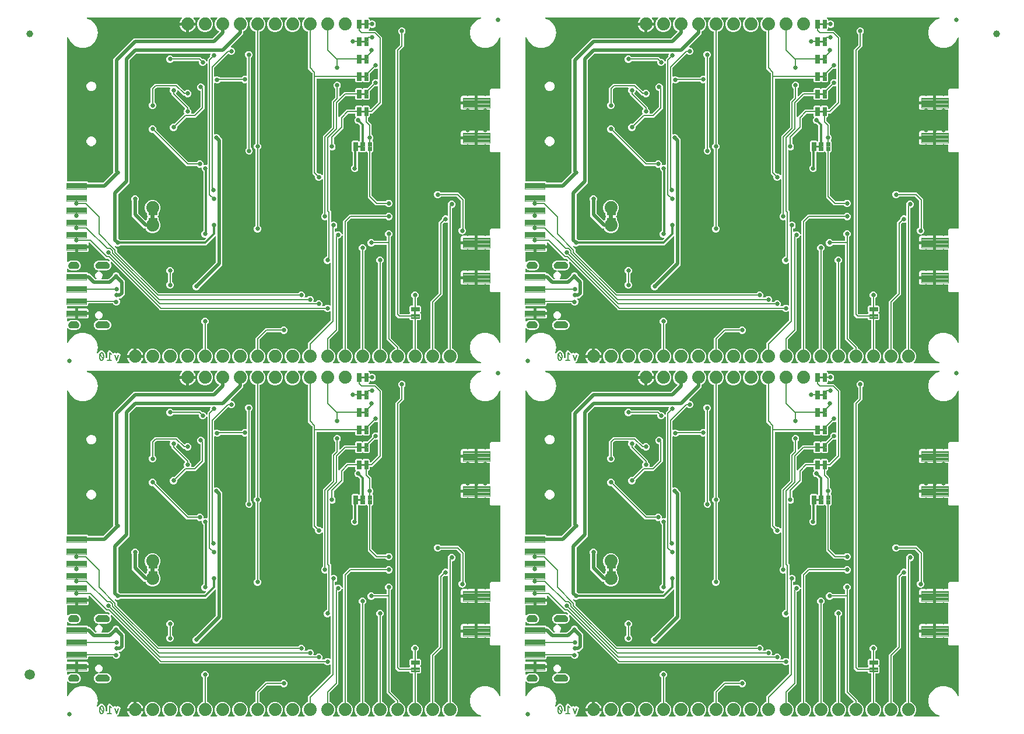
<source format=gbl>
G04 EAGLE Gerber RS-274X export*
G75*
%MOMM*%
%FSLAX34Y34*%
%LPD*%
%INBottom Copper*%
%IPPOS*%
%AMOC8*
5,1,8,0,0,1.08239X$1,22.5*%
G01*
%ADD10C,0.203200*%
%ADD11C,0.635000*%
%ADD12C,0.755600*%
%ADD13C,0.105000*%
%ADD14C,0.099059*%
%ADD15C,1.879600*%
%ADD16C,0.101600*%
%ADD17C,0.099000*%
%ADD18C,1.000000*%
%ADD19C,1.500000*%
%ADD20C,0.660400*%
%ADD21C,0.508000*%
%ADD22C,0.177800*%
%ADD23C,0.304800*%

G36*
X423118Y515879D02*
X423118Y515879D01*
X423147Y515876D01*
X423258Y515899D01*
X423370Y515915D01*
X423397Y515927D01*
X423426Y515932D01*
X423526Y515985D01*
X423630Y516031D01*
X423652Y516050D01*
X423678Y516063D01*
X423760Y516141D01*
X423847Y516214D01*
X423863Y516239D01*
X423884Y516259D01*
X423941Y516357D01*
X424004Y516451D01*
X424013Y516479D01*
X424028Y516504D01*
X424056Y516614D01*
X424090Y516722D01*
X424091Y516752D01*
X424098Y516780D01*
X424094Y516893D01*
X424097Y517006D01*
X424090Y517035D01*
X424089Y517064D01*
X424054Y517172D01*
X424026Y517281D01*
X424011Y517307D01*
X424002Y517335D01*
X423956Y517398D01*
X423880Y517526D01*
X423835Y517569D01*
X423807Y517608D01*
X422109Y519305D01*
X420369Y523506D01*
X420369Y528054D01*
X422110Y532255D01*
X425325Y535471D01*
X428252Y536683D01*
X428253Y536684D01*
X428254Y536684D01*
X428375Y536755D01*
X428496Y536827D01*
X428497Y536828D01*
X428499Y536829D01*
X428596Y536933D01*
X428692Y537034D01*
X428692Y537035D01*
X428693Y537036D01*
X428755Y537158D01*
X428822Y537287D01*
X428822Y537288D01*
X428823Y537290D01*
X428825Y537304D01*
X428877Y537566D01*
X428874Y537596D01*
X428878Y537621D01*
X428878Y678217D01*
X428866Y678303D01*
X428863Y678391D01*
X428846Y678443D01*
X428838Y678498D01*
X428803Y678578D01*
X428776Y678661D01*
X428748Y678701D01*
X428722Y678758D01*
X428626Y678871D01*
X428581Y678935D01*
X427277Y680238D01*
X426465Y682199D01*
X426465Y684321D01*
X427277Y686282D01*
X428778Y687783D01*
X430739Y688595D01*
X432861Y688595D01*
X434822Y687783D01*
X436323Y686282D01*
X437135Y684321D01*
X437135Y682199D01*
X436323Y680238D01*
X435019Y678935D01*
X434967Y678865D01*
X434907Y678801D01*
X434881Y678752D01*
X434848Y678707D01*
X434817Y678626D01*
X434777Y678548D01*
X434769Y678500D01*
X434747Y678442D01*
X434735Y678294D01*
X434722Y678217D01*
X434722Y537621D01*
X434722Y537619D01*
X434722Y537618D01*
X434742Y537478D01*
X434762Y537339D01*
X434762Y537338D01*
X434762Y537336D01*
X434819Y537210D01*
X434878Y537080D01*
X434879Y537079D01*
X434880Y537077D01*
X434971Y536970D01*
X435061Y536863D01*
X435063Y536862D01*
X435064Y536861D01*
X435077Y536853D01*
X435298Y536705D01*
X435327Y536696D01*
X435348Y536683D01*
X438275Y535471D01*
X441490Y532255D01*
X443231Y528054D01*
X443231Y523506D01*
X441491Y519305D01*
X439793Y517608D01*
X439776Y517584D01*
X439753Y517565D01*
X439691Y517471D01*
X439622Y517381D01*
X439612Y517353D01*
X439596Y517329D01*
X439562Y517221D01*
X439521Y517115D01*
X439519Y517086D01*
X439510Y517058D01*
X439507Y516944D01*
X439498Y516832D01*
X439503Y516803D01*
X439503Y516774D01*
X439531Y516664D01*
X439554Y516553D01*
X439567Y516527D01*
X439574Y516499D01*
X439632Y516401D01*
X439685Y516301D01*
X439705Y516279D01*
X439720Y516254D01*
X439802Y516177D01*
X439880Y516095D01*
X439906Y516080D01*
X439927Y516060D01*
X440028Y516008D01*
X440126Y515951D01*
X440154Y515944D01*
X440180Y515930D01*
X440258Y515917D01*
X440401Y515881D01*
X440464Y515883D01*
X440511Y515875D01*
X448489Y515875D01*
X448518Y515879D01*
X448547Y515876D01*
X448658Y515899D01*
X448770Y515915D01*
X448797Y515927D01*
X448826Y515932D01*
X448926Y515985D01*
X449030Y516031D01*
X449052Y516050D01*
X449078Y516063D01*
X449160Y516141D01*
X449247Y516214D01*
X449263Y516239D01*
X449284Y516259D01*
X449341Y516357D01*
X449404Y516451D01*
X449413Y516479D01*
X449428Y516504D01*
X449456Y516614D01*
X449490Y516722D01*
X449491Y516752D01*
X449498Y516780D01*
X449494Y516893D01*
X449497Y517006D01*
X449490Y517035D01*
X449489Y517064D01*
X449454Y517172D01*
X449426Y517281D01*
X449411Y517307D01*
X449402Y517335D01*
X449356Y517398D01*
X449280Y517526D01*
X449235Y517569D01*
X449207Y517608D01*
X447509Y519305D01*
X445769Y523506D01*
X445769Y528054D01*
X447510Y532255D01*
X450725Y535471D01*
X453652Y536683D01*
X453653Y536684D01*
X453654Y536684D01*
X453775Y536755D01*
X453896Y536827D01*
X453897Y536828D01*
X453899Y536829D01*
X453996Y536933D01*
X454092Y537034D01*
X454092Y537035D01*
X454093Y537036D01*
X454155Y537158D01*
X454222Y537287D01*
X454222Y537288D01*
X454223Y537290D01*
X454225Y537304D01*
X454277Y537566D01*
X454274Y537596D01*
X454278Y537621D01*
X454278Y660437D01*
X454266Y660523D01*
X454263Y660611D01*
X454246Y660663D01*
X454238Y660718D01*
X454203Y660798D01*
X454176Y660881D01*
X454148Y660921D01*
X454122Y660978D01*
X454026Y661091D01*
X453981Y661155D01*
X452677Y662458D01*
X451865Y664419D01*
X451865Y666541D01*
X452677Y668502D01*
X454178Y670003D01*
X456139Y670815D01*
X458261Y670815D01*
X460222Y670003D01*
X461723Y668502D01*
X462535Y666541D01*
X462535Y664419D01*
X461723Y662458D01*
X460419Y661155D01*
X460367Y661085D01*
X460307Y661021D01*
X460281Y660972D01*
X460248Y660927D01*
X460217Y660846D01*
X460177Y660768D01*
X460169Y660720D01*
X460147Y660662D01*
X460135Y660514D01*
X460122Y660437D01*
X460122Y537621D01*
X460122Y537619D01*
X460122Y537618D01*
X460142Y537478D01*
X460162Y537339D01*
X460162Y537338D01*
X460162Y537336D01*
X460219Y537210D01*
X460278Y537080D01*
X460279Y537079D01*
X460280Y537077D01*
X460371Y536970D01*
X460461Y536863D01*
X460463Y536862D01*
X460464Y536861D01*
X460477Y536853D01*
X460698Y536705D01*
X460727Y536696D01*
X460748Y536683D01*
X463675Y535471D01*
X466890Y532255D01*
X468631Y528054D01*
X468631Y523506D01*
X466891Y519305D01*
X465193Y517608D01*
X465176Y517584D01*
X465153Y517565D01*
X465091Y517471D01*
X465022Y517381D01*
X465012Y517353D01*
X464996Y517329D01*
X464962Y517221D01*
X464921Y517115D01*
X464919Y517086D01*
X464910Y517058D01*
X464907Y516944D01*
X464898Y516832D01*
X464903Y516803D01*
X464903Y516774D01*
X464931Y516664D01*
X464954Y516553D01*
X464967Y516527D01*
X464974Y516499D01*
X465032Y516401D01*
X465085Y516301D01*
X465105Y516279D01*
X465120Y516254D01*
X465202Y516177D01*
X465280Y516095D01*
X465306Y516080D01*
X465327Y516060D01*
X465428Y516008D01*
X465526Y515951D01*
X465554Y515944D01*
X465580Y515930D01*
X465658Y515917D01*
X465801Y515881D01*
X465864Y515883D01*
X465911Y515875D01*
X473889Y515875D01*
X473918Y515879D01*
X473947Y515876D01*
X474058Y515899D01*
X474170Y515915D01*
X474197Y515927D01*
X474226Y515932D01*
X474326Y515985D01*
X474430Y516031D01*
X474452Y516050D01*
X474478Y516063D01*
X474560Y516141D01*
X474647Y516214D01*
X474663Y516239D01*
X474684Y516259D01*
X474741Y516357D01*
X474804Y516451D01*
X474813Y516479D01*
X474828Y516504D01*
X474856Y516614D01*
X474890Y516722D01*
X474891Y516752D01*
X474898Y516780D01*
X474894Y516893D01*
X474897Y517006D01*
X474890Y517035D01*
X474889Y517064D01*
X474854Y517172D01*
X474826Y517281D01*
X474811Y517307D01*
X474802Y517335D01*
X474756Y517398D01*
X474680Y517526D01*
X474635Y517569D01*
X474607Y517608D01*
X472909Y519305D01*
X471169Y523506D01*
X471169Y528054D01*
X472910Y532255D01*
X476125Y535471D01*
X478506Y536457D01*
X478605Y536515D01*
X478707Y536568D01*
X478727Y536587D01*
X478751Y536601D01*
X478830Y536685D01*
X478913Y536764D01*
X478927Y536788D01*
X478946Y536808D01*
X478999Y536910D01*
X479057Y537009D01*
X479064Y537036D01*
X479076Y537061D01*
X479099Y537174D01*
X479127Y537285D01*
X479126Y537312D01*
X479131Y537340D01*
X479121Y537454D01*
X479118Y537569D01*
X479109Y537595D01*
X479107Y537623D01*
X479066Y537730D01*
X479030Y537839D01*
X479016Y537860D01*
X479005Y537888D01*
X478844Y538100D01*
X478835Y538113D01*
X468987Y547961D01*
X466978Y549970D01*
X466978Y686943D01*
X466970Y687001D01*
X466972Y687059D01*
X466950Y687141D01*
X466938Y687225D01*
X466915Y687278D01*
X466900Y687334D01*
X466857Y687407D01*
X466822Y687484D01*
X466784Y687529D01*
X466755Y687579D01*
X466693Y687637D01*
X466639Y687701D01*
X466590Y687733D01*
X466547Y687773D01*
X466472Y687812D01*
X466402Y687859D01*
X466346Y687876D01*
X466294Y687903D01*
X466226Y687914D01*
X466131Y687944D01*
X466031Y687947D01*
X465963Y687958D01*
X449543Y687958D01*
X449457Y687946D01*
X449369Y687943D01*
X449317Y687926D01*
X449262Y687918D01*
X449182Y687883D01*
X449099Y687856D01*
X449059Y687828D01*
X449002Y687802D01*
X448889Y687706D01*
X448825Y687661D01*
X447522Y686357D01*
X445561Y685545D01*
X443439Y685545D01*
X441478Y686357D01*
X439977Y687858D01*
X439165Y689819D01*
X439165Y691941D01*
X439977Y693902D01*
X441478Y695403D01*
X443439Y696215D01*
X445561Y696215D01*
X447522Y695403D01*
X448825Y694099D01*
X448895Y694047D01*
X448959Y693987D01*
X449008Y693961D01*
X449053Y693928D01*
X449134Y693897D01*
X449212Y693857D01*
X449260Y693849D01*
X449318Y693827D01*
X449466Y693815D01*
X449543Y693802D01*
X465963Y693802D01*
X466021Y693810D01*
X466079Y693808D01*
X466161Y693830D01*
X466245Y693842D01*
X466298Y693865D01*
X466354Y693880D01*
X466427Y693923D01*
X466504Y693958D01*
X466549Y693996D01*
X466599Y694025D01*
X466657Y694087D01*
X466721Y694141D01*
X466753Y694190D01*
X466793Y694233D01*
X466832Y694308D01*
X466879Y694378D01*
X466896Y694434D01*
X466923Y694486D01*
X466934Y694554D01*
X466964Y694649D01*
X466967Y694749D01*
X466978Y694817D01*
X466978Y698537D01*
X466966Y698623D01*
X466963Y698711D01*
X466946Y698763D01*
X466938Y698818D01*
X466903Y698898D01*
X466876Y698981D01*
X466848Y699021D01*
X466822Y699078D01*
X466726Y699191D01*
X466681Y699255D01*
X465377Y700558D01*
X464565Y702519D01*
X464565Y704641D01*
X465377Y706602D01*
X466878Y708103D01*
X468839Y708915D01*
X470961Y708915D01*
X472922Y708103D01*
X474423Y706602D01*
X475235Y704641D01*
X475235Y702519D01*
X474423Y700558D01*
X473119Y699255D01*
X473067Y699185D01*
X473007Y699121D01*
X472981Y699072D01*
X472948Y699027D01*
X472917Y698946D01*
X472877Y698868D01*
X472869Y698820D01*
X472847Y698762D01*
X472835Y698614D01*
X472822Y698537D01*
X472822Y552811D01*
X472834Y552724D01*
X472837Y552637D01*
X472854Y552584D01*
X472862Y552529D01*
X472897Y552449D01*
X472924Y552366D01*
X472952Y552327D01*
X472978Y552270D01*
X473074Y552157D01*
X473119Y552093D01*
X483513Y541699D01*
X485522Y539690D01*
X485522Y537621D01*
X485522Y537619D01*
X485522Y537618D01*
X485542Y537478D01*
X485562Y537339D01*
X485562Y537338D01*
X485562Y537336D01*
X485619Y537210D01*
X485678Y537080D01*
X485679Y537079D01*
X485680Y537077D01*
X485771Y536970D01*
X485861Y536863D01*
X485863Y536862D01*
X485864Y536861D01*
X485877Y536853D01*
X486098Y536705D01*
X486127Y536696D01*
X486148Y536683D01*
X489075Y535471D01*
X492290Y532255D01*
X494031Y528054D01*
X494031Y523506D01*
X492291Y519305D01*
X490593Y517608D01*
X490576Y517584D01*
X490553Y517565D01*
X490491Y517471D01*
X490422Y517381D01*
X490412Y517353D01*
X490396Y517329D01*
X490362Y517221D01*
X490321Y517115D01*
X490319Y517086D01*
X490310Y517058D01*
X490307Y516944D01*
X490298Y516832D01*
X490303Y516803D01*
X490303Y516774D01*
X490331Y516664D01*
X490354Y516553D01*
X490367Y516527D01*
X490374Y516499D01*
X490432Y516401D01*
X490485Y516301D01*
X490505Y516279D01*
X490520Y516254D01*
X490602Y516177D01*
X490680Y516095D01*
X490706Y516080D01*
X490727Y516060D01*
X490828Y516008D01*
X490926Y515951D01*
X490954Y515944D01*
X490980Y515930D01*
X491058Y515917D01*
X491201Y515881D01*
X491264Y515883D01*
X491311Y515875D01*
X499289Y515875D01*
X499318Y515879D01*
X499347Y515876D01*
X499458Y515899D01*
X499570Y515915D01*
X499597Y515927D01*
X499626Y515932D01*
X499726Y515985D01*
X499830Y516031D01*
X499852Y516050D01*
X499878Y516063D01*
X499960Y516141D01*
X500047Y516214D01*
X500063Y516239D01*
X500084Y516259D01*
X500141Y516357D01*
X500204Y516451D01*
X500213Y516479D01*
X500228Y516504D01*
X500256Y516614D01*
X500290Y516722D01*
X500291Y516752D01*
X500298Y516780D01*
X500294Y516893D01*
X500297Y517006D01*
X500290Y517035D01*
X500289Y517064D01*
X500254Y517172D01*
X500226Y517281D01*
X500211Y517307D01*
X500202Y517335D01*
X500156Y517398D01*
X500080Y517526D01*
X500035Y517569D01*
X500007Y517608D01*
X498309Y519305D01*
X496569Y523506D01*
X496569Y528054D01*
X498310Y532255D01*
X501525Y535471D01*
X504452Y536683D01*
X504453Y536684D01*
X504454Y536684D01*
X504575Y536755D01*
X504696Y536827D01*
X504697Y536828D01*
X504699Y536829D01*
X504796Y536933D01*
X504892Y537034D01*
X504892Y537035D01*
X504893Y537036D01*
X504955Y537158D01*
X505022Y537287D01*
X505022Y537288D01*
X505023Y537290D01*
X505025Y537304D01*
X505077Y537566D01*
X505074Y537596D01*
X505078Y537621D01*
X505078Y577723D01*
X505070Y577781D01*
X505072Y577839D01*
X505050Y577921D01*
X505038Y578005D01*
X505015Y578058D01*
X505000Y578114D01*
X504957Y578187D01*
X504922Y578264D01*
X504884Y578309D01*
X504855Y578359D01*
X504793Y578417D01*
X504739Y578481D01*
X504690Y578513D01*
X504647Y578553D01*
X504572Y578592D01*
X504502Y578639D01*
X504446Y578656D01*
X504394Y578683D01*
X504326Y578694D01*
X504231Y578724D01*
X504131Y578727D01*
X504063Y578738D01*
X501098Y578738D01*
X499610Y580226D01*
X499611Y580252D01*
X499589Y580334D01*
X499577Y580418D01*
X499554Y580471D01*
X499539Y580527D01*
X499496Y580600D01*
X499461Y580677D01*
X499423Y580722D01*
X499394Y580772D01*
X499332Y580830D01*
X499278Y580894D01*
X499229Y580926D01*
X499186Y580966D01*
X499111Y581005D01*
X499041Y581052D01*
X498985Y581069D01*
X498933Y581096D01*
X498865Y581107D01*
X498770Y581137D01*
X498670Y581140D01*
X498602Y581151D01*
X484057Y581151D01*
X479678Y585530D01*
X479678Y971490D01*
X485731Y977543D01*
X485783Y977613D01*
X485843Y977677D01*
X485869Y977726D01*
X485902Y977770D01*
X485933Y977852D01*
X485973Y977930D01*
X485981Y977977D01*
X486003Y978036D01*
X486015Y978183D01*
X486028Y978261D01*
X486028Y993177D01*
X486016Y993263D01*
X486013Y993351D01*
X485996Y993403D01*
X485988Y993458D01*
X485953Y993538D01*
X485926Y993621D01*
X485898Y993661D01*
X485872Y993718D01*
X485776Y993831D01*
X485731Y993895D01*
X484427Y995198D01*
X483615Y997159D01*
X483615Y999281D01*
X484427Y1001242D01*
X485928Y1002743D01*
X487889Y1003555D01*
X490011Y1003555D01*
X491972Y1002743D01*
X493473Y1001242D01*
X494285Y999281D01*
X494285Y997159D01*
X493473Y995198D01*
X492169Y993895D01*
X492117Y993825D01*
X492057Y993761D01*
X492031Y993712D01*
X491998Y993667D01*
X491967Y993586D01*
X491927Y993508D01*
X491919Y993460D01*
X491897Y993402D01*
X491885Y993254D01*
X491872Y993177D01*
X491872Y975420D01*
X485819Y969367D01*
X485810Y969355D01*
X485806Y969352D01*
X485795Y969335D01*
X485767Y969297D01*
X485707Y969233D01*
X485681Y969184D01*
X485648Y969140D01*
X485617Y969058D01*
X485577Y968980D01*
X485569Y968933D01*
X485547Y968874D01*
X485535Y968727D01*
X485522Y968649D01*
X485522Y588371D01*
X485534Y588284D01*
X485537Y588197D01*
X485554Y588144D01*
X485562Y588089D01*
X485597Y588009D01*
X485624Y587926D01*
X485652Y587887D01*
X485678Y587830D01*
X485774Y587717D01*
X485819Y587653D01*
X486180Y587292D01*
X486250Y587240D01*
X486314Y587180D01*
X486363Y587154D01*
X486407Y587121D01*
X486489Y587090D01*
X486567Y587050D01*
X486614Y587042D01*
X486673Y587020D01*
X486820Y587008D01*
X486898Y586995D01*
X498602Y586995D01*
X498660Y587003D01*
X498718Y587001D01*
X498800Y587023D01*
X498884Y587035D01*
X498937Y587058D01*
X498993Y587073D01*
X499066Y587116D01*
X499143Y587151D01*
X499188Y587189D01*
X499238Y587218D01*
X499296Y587280D01*
X499360Y587334D01*
X499392Y587383D01*
X499432Y587426D01*
X499471Y587501D01*
X499518Y587571D01*
X499535Y587627D01*
X499562Y587679D01*
X499573Y587747D01*
X499603Y587842D01*
X499605Y587915D01*
X500253Y588562D01*
X500288Y588609D01*
X500330Y588649D01*
X500373Y588722D01*
X500423Y588789D01*
X500444Y588844D01*
X500474Y588894D01*
X500495Y588976D01*
X500525Y589055D01*
X500529Y589113D01*
X500544Y589170D01*
X500541Y589254D01*
X500548Y589338D01*
X500537Y589396D01*
X500535Y589454D01*
X500509Y589534D01*
X500492Y589617D01*
X500465Y589669D01*
X500447Y589725D01*
X500407Y589781D01*
X500361Y589869D01*
X500293Y589942D01*
X500253Y589998D01*
X499617Y590633D01*
X499617Y598341D01*
X501098Y599822D01*
X504063Y599822D01*
X504121Y599830D01*
X504179Y599828D01*
X504261Y599850D01*
X504345Y599862D01*
X504398Y599885D01*
X504454Y599900D01*
X504527Y599943D01*
X504604Y599978D01*
X504649Y600016D01*
X504699Y600045D01*
X504757Y600107D01*
X504821Y600161D01*
X504853Y600210D01*
X504893Y600253D01*
X504932Y600328D01*
X504979Y600398D01*
X504996Y600454D01*
X505023Y600506D01*
X505034Y600574D01*
X505064Y600669D01*
X505067Y600769D01*
X505078Y600837D01*
X505078Y609637D01*
X505066Y609723D01*
X505063Y609811D01*
X505046Y609863D01*
X505038Y609918D01*
X505003Y609998D01*
X504976Y610081D01*
X504948Y610121D01*
X504922Y610178D01*
X504826Y610291D01*
X504781Y610355D01*
X503477Y611658D01*
X502665Y613619D01*
X502665Y615741D01*
X503477Y617702D01*
X504978Y619203D01*
X506939Y620015D01*
X509061Y620015D01*
X511022Y619203D01*
X512523Y617702D01*
X513335Y615741D01*
X513335Y613619D01*
X512523Y611658D01*
X511219Y610355D01*
X511167Y610285D01*
X511107Y610221D01*
X511081Y610172D01*
X511048Y610127D01*
X511017Y610046D01*
X510977Y609968D01*
X510969Y609920D01*
X510947Y609862D01*
X510935Y609714D01*
X510922Y609637D01*
X510922Y600837D01*
X510930Y600779D01*
X510928Y600721D01*
X510950Y600639D01*
X510962Y600555D01*
X510985Y600502D01*
X511000Y600446D01*
X511043Y600373D01*
X511078Y600296D01*
X511116Y600251D01*
X511145Y600201D01*
X511207Y600143D01*
X511261Y600079D01*
X511310Y600047D01*
X511353Y600007D01*
X511428Y599968D01*
X511498Y599921D01*
X511554Y599904D01*
X511606Y599877D01*
X511674Y599866D01*
X511769Y599836D01*
X511869Y599833D01*
X511937Y599822D01*
X514902Y599822D01*
X516383Y598341D01*
X516383Y590633D01*
X515747Y589998D01*
X515712Y589951D01*
X515670Y589911D01*
X515627Y589838D01*
X515577Y589771D01*
X515556Y589716D01*
X515526Y589666D01*
X515505Y589584D01*
X515475Y589505D01*
X515471Y589447D01*
X515456Y589390D01*
X515459Y589306D01*
X515452Y589222D01*
X515463Y589164D01*
X515465Y589106D01*
X515491Y589026D01*
X515508Y588943D01*
X515535Y588891D01*
X515553Y588835D01*
X515593Y588779D01*
X515639Y588691D01*
X515707Y588618D01*
X515747Y588562D01*
X516383Y587927D01*
X516383Y580219D01*
X514902Y578738D01*
X511937Y578738D01*
X511879Y578730D01*
X511821Y578732D01*
X511739Y578710D01*
X511655Y578698D01*
X511602Y578675D01*
X511546Y578660D01*
X511473Y578617D01*
X511396Y578582D01*
X511351Y578544D01*
X511301Y578515D01*
X511243Y578453D01*
X511179Y578399D01*
X511147Y578350D01*
X511107Y578307D01*
X511068Y578232D01*
X511021Y578162D01*
X511004Y578106D01*
X510977Y578054D01*
X510966Y577986D01*
X510936Y577891D01*
X510933Y577791D01*
X510922Y577723D01*
X510922Y537621D01*
X510922Y537619D01*
X510922Y537618D01*
X510942Y537478D01*
X510962Y537339D01*
X510962Y537338D01*
X510962Y537336D01*
X511019Y537210D01*
X511078Y537080D01*
X511079Y537079D01*
X511080Y537077D01*
X511171Y536970D01*
X511261Y536863D01*
X511263Y536862D01*
X511264Y536861D01*
X511277Y536853D01*
X511498Y536705D01*
X511527Y536696D01*
X511548Y536683D01*
X514475Y535471D01*
X517690Y532255D01*
X519431Y528054D01*
X519431Y523506D01*
X517691Y519305D01*
X515993Y517608D01*
X515976Y517584D01*
X515953Y517565D01*
X515891Y517471D01*
X515822Y517381D01*
X515812Y517353D01*
X515796Y517329D01*
X515762Y517221D01*
X515721Y517115D01*
X515719Y517086D01*
X515710Y517058D01*
X515707Y516944D01*
X515698Y516832D01*
X515703Y516803D01*
X515703Y516774D01*
X515731Y516664D01*
X515754Y516553D01*
X515767Y516527D01*
X515774Y516499D01*
X515832Y516401D01*
X515885Y516301D01*
X515905Y516279D01*
X515920Y516254D01*
X516002Y516177D01*
X516080Y516095D01*
X516106Y516080D01*
X516127Y516060D01*
X516228Y516008D01*
X516326Y515951D01*
X516354Y515944D01*
X516380Y515930D01*
X516458Y515917D01*
X516601Y515881D01*
X516664Y515883D01*
X516711Y515875D01*
X524689Y515875D01*
X524718Y515879D01*
X524747Y515876D01*
X524858Y515899D01*
X524970Y515915D01*
X524997Y515927D01*
X525026Y515932D01*
X525126Y515985D01*
X525230Y516031D01*
X525252Y516050D01*
X525278Y516063D01*
X525360Y516141D01*
X525447Y516214D01*
X525463Y516239D01*
X525484Y516259D01*
X525541Y516357D01*
X525604Y516451D01*
X525613Y516479D01*
X525628Y516504D01*
X525656Y516614D01*
X525690Y516722D01*
X525691Y516752D01*
X525698Y516780D01*
X525694Y516893D01*
X525697Y517006D01*
X525690Y517035D01*
X525689Y517064D01*
X525654Y517172D01*
X525626Y517281D01*
X525611Y517307D01*
X525602Y517335D01*
X525556Y517398D01*
X525480Y517526D01*
X525435Y517569D01*
X525407Y517608D01*
X523709Y519305D01*
X521969Y523506D01*
X521969Y528054D01*
X523710Y532255D01*
X526925Y535471D01*
X529852Y536683D01*
X529853Y536684D01*
X529854Y536684D01*
X529975Y536755D01*
X530096Y536827D01*
X530097Y536828D01*
X530099Y536829D01*
X530196Y536933D01*
X530292Y537034D01*
X530292Y537035D01*
X530293Y537036D01*
X530355Y537158D01*
X530422Y537287D01*
X530422Y537288D01*
X530423Y537290D01*
X530425Y537304D01*
X530477Y537566D01*
X530474Y537596D01*
X530478Y537621D01*
X530478Y605730D01*
X541992Y617244D01*
X542044Y617314D01*
X542104Y617378D01*
X542130Y617427D01*
X542163Y617471D01*
X542194Y617553D01*
X542234Y617631D01*
X542242Y617678D01*
X542264Y617737D01*
X542276Y617884D01*
X542289Y617962D01*
X542289Y720360D01*
X546818Y724889D01*
X546870Y724959D01*
X546930Y725023D01*
X546956Y725072D01*
X546989Y725116D01*
X547020Y725198D01*
X547060Y725276D01*
X547068Y725323D01*
X547090Y725382D01*
X547102Y725529D01*
X547115Y725607D01*
X547115Y726311D01*
X547927Y728272D01*
X549428Y729773D01*
X551389Y730585D01*
X553511Y730585D01*
X554474Y730186D01*
X554586Y730157D01*
X554695Y730122D01*
X554723Y730122D01*
X554750Y730115D01*
X554864Y730118D01*
X554979Y730115D01*
X555006Y730122D01*
X555034Y730123D01*
X555143Y730158D01*
X555254Y730187D01*
X555278Y730201D01*
X555305Y730210D01*
X555400Y730274D01*
X555499Y730332D01*
X555518Y730352D01*
X555541Y730368D01*
X555615Y730456D01*
X555693Y730539D01*
X555706Y730564D01*
X555724Y730585D01*
X555770Y730690D01*
X555823Y730793D01*
X555827Y730817D01*
X555839Y730845D01*
X555876Y731109D01*
X555878Y731124D01*
X555878Y745486D01*
X555879Y745487D01*
X555910Y745569D01*
X555950Y745647D01*
X555958Y745694D01*
X555980Y745753D01*
X555992Y745900D01*
X556005Y745978D01*
X556005Y747821D01*
X556817Y749782D01*
X558318Y751283D01*
X560279Y752095D01*
X562401Y752095D01*
X564362Y751283D01*
X565863Y749782D01*
X566675Y747821D01*
X566675Y745699D01*
X565863Y743738D01*
X564362Y742237D01*
X562348Y741403D01*
X562347Y741403D01*
X562346Y741402D01*
X562225Y741331D01*
X562104Y741259D01*
X562103Y741258D01*
X562101Y741257D01*
X562004Y741153D01*
X561908Y741052D01*
X561908Y741051D01*
X561907Y741050D01*
X561842Y740924D01*
X561778Y740800D01*
X561778Y740798D01*
X561777Y740797D01*
X561775Y740782D01*
X561723Y740521D01*
X561726Y740490D01*
X561722Y740465D01*
X561722Y537621D01*
X561722Y537619D01*
X561722Y537618D01*
X561742Y537478D01*
X561762Y537339D01*
X561762Y537338D01*
X561762Y537336D01*
X561819Y537210D01*
X561878Y537080D01*
X561879Y537079D01*
X561880Y537077D01*
X561971Y536970D01*
X562061Y536863D01*
X562063Y536862D01*
X562064Y536861D01*
X562077Y536853D01*
X562298Y536705D01*
X562327Y536696D01*
X562348Y536683D01*
X565275Y535471D01*
X568490Y532255D01*
X570231Y528054D01*
X570231Y523506D01*
X568491Y519305D01*
X566793Y517608D01*
X566776Y517584D01*
X566753Y517565D01*
X566691Y517471D01*
X566622Y517381D01*
X566612Y517353D01*
X566596Y517329D01*
X566562Y517221D01*
X566521Y517115D01*
X566519Y517086D01*
X566510Y517058D01*
X566507Y516944D01*
X566498Y516832D01*
X566503Y516803D01*
X566503Y516774D01*
X566531Y516664D01*
X566554Y516553D01*
X566567Y516527D01*
X566574Y516499D01*
X566632Y516401D01*
X566685Y516301D01*
X566705Y516279D01*
X566720Y516254D01*
X566802Y516177D01*
X566880Y516095D01*
X566906Y516080D01*
X566927Y516060D01*
X567028Y516008D01*
X567126Y515951D01*
X567154Y515944D01*
X567180Y515930D01*
X567258Y515917D01*
X567401Y515881D01*
X567464Y515883D01*
X567511Y515875D01*
X602823Y515875D01*
X602929Y515890D01*
X603037Y515898D01*
X603070Y515910D01*
X603104Y515915D01*
X603202Y515959D01*
X603304Y515996D01*
X603332Y516017D01*
X603364Y516031D01*
X603446Y516101D01*
X603533Y516164D01*
X603554Y516192D01*
X603581Y516214D01*
X603640Y516304D01*
X603706Y516390D01*
X603719Y516422D01*
X603738Y516451D01*
X603771Y516554D01*
X603810Y516654D01*
X603813Y516689D01*
X603824Y516722D01*
X603827Y516830D01*
X603837Y516937D01*
X603830Y516972D01*
X603831Y517006D01*
X603804Y517111D01*
X603784Y517217D01*
X603768Y517248D01*
X603759Y517281D01*
X603704Y517374D01*
X603656Y517470D01*
X603632Y517496D01*
X603614Y517526D01*
X603536Y517600D01*
X603462Y517679D01*
X603435Y517694D01*
X603407Y517720D01*
X603216Y517818D01*
X603170Y517844D01*
X598638Y519493D01*
X592805Y524388D01*
X588998Y530982D01*
X587676Y538480D01*
X588998Y545978D01*
X592805Y552572D01*
X598638Y557467D01*
X605793Y560071D01*
X613407Y560071D01*
X620562Y557467D01*
X626395Y552572D01*
X630211Y545962D01*
X630215Y545938D01*
X630251Y545857D01*
X630278Y545773D01*
X630309Y545728D01*
X630331Y545679D01*
X630388Y545611D01*
X630438Y545538D01*
X630479Y545503D01*
X630515Y545462D01*
X630588Y545413D01*
X630656Y545356D01*
X630706Y545334D01*
X630751Y545304D01*
X630836Y545277D01*
X630917Y545242D01*
X630970Y545235D01*
X631022Y545218D01*
X631111Y545216D01*
X631198Y545204D01*
X631252Y545212D01*
X631306Y545211D01*
X631392Y545233D01*
X631480Y545246D01*
X631529Y545269D01*
X631581Y545283D01*
X631657Y545328D01*
X631738Y545365D01*
X631779Y545400D01*
X631826Y545428D01*
X631886Y545493D01*
X631953Y545550D01*
X631983Y545596D01*
X632020Y545635D01*
X632061Y545714D01*
X632109Y545788D01*
X632125Y545840D01*
X632150Y545888D01*
X632162Y545959D01*
X632193Y546060D01*
X632192Y546140D01*
X632205Y546220D01*
X632205Y618490D01*
X632197Y618548D01*
X632199Y618606D01*
X632177Y618688D01*
X632165Y618772D01*
X632142Y618825D01*
X632127Y618881D01*
X632084Y618954D01*
X632049Y619031D01*
X632011Y619076D01*
X631982Y619126D01*
X631920Y619184D01*
X631866Y619248D01*
X631817Y619280D01*
X631774Y619320D01*
X631699Y619359D01*
X631629Y619406D01*
X631573Y619423D01*
X631521Y619450D01*
X631453Y619461D01*
X631358Y619491D01*
X631258Y619494D01*
X631190Y619505D01*
X618602Y619505D01*
X616965Y621142D01*
X616965Y629024D01*
X616957Y629082D01*
X616959Y629140D01*
X616937Y629222D01*
X616925Y629306D01*
X616902Y629359D01*
X616887Y629415D01*
X616844Y629488D01*
X616809Y629565D01*
X616771Y629610D01*
X616742Y629660D01*
X616680Y629718D01*
X616626Y629782D01*
X616577Y629814D01*
X616534Y629854D01*
X616459Y629893D01*
X616389Y629940D01*
X616333Y629957D01*
X616281Y629984D01*
X616213Y629995D01*
X616118Y630025D01*
X616018Y630028D01*
X615950Y630039D01*
X598931Y630039D01*
X598931Y639064D01*
X598923Y639122D01*
X598924Y639180D01*
X598903Y639262D01*
X598891Y639345D01*
X598867Y639399D01*
X598853Y639455D01*
X598810Y639528D01*
X598775Y639605D01*
X598737Y639649D01*
X598707Y639700D01*
X598646Y639757D01*
X598591Y639822D01*
X598543Y639854D01*
X598500Y639894D01*
X598425Y639933D01*
X598355Y639979D01*
X598299Y639997D01*
X598247Y640024D01*
X598179Y640035D01*
X598084Y640065D01*
X597984Y640068D01*
X597916Y640079D01*
X596899Y640079D01*
X596899Y640081D01*
X597916Y640081D01*
X597974Y640089D01*
X598032Y640088D01*
X598114Y640109D01*
X598197Y640121D01*
X598251Y640145D01*
X598307Y640159D01*
X598380Y640202D01*
X598457Y640237D01*
X598501Y640275D01*
X598552Y640305D01*
X598609Y640366D01*
X598674Y640421D01*
X598706Y640469D01*
X598746Y640512D01*
X598785Y640587D01*
X598831Y640657D01*
X598849Y640713D01*
X598876Y640765D01*
X598887Y640833D01*
X598917Y640928D01*
X598920Y641028D01*
X598931Y641096D01*
X598931Y650121D01*
X615950Y650121D01*
X616008Y650129D01*
X616066Y650127D01*
X616148Y650149D01*
X616232Y650161D01*
X616285Y650184D01*
X616341Y650199D01*
X616414Y650242D01*
X616491Y650277D01*
X616536Y650315D01*
X616586Y650344D01*
X616644Y650406D01*
X616708Y650460D01*
X616740Y650509D01*
X616780Y650552D01*
X616819Y650627D01*
X616866Y650697D01*
X616883Y650753D01*
X616910Y650805D01*
X616921Y650873D01*
X616951Y650968D01*
X616954Y651068D01*
X616965Y651136D01*
X616965Y679824D01*
X616957Y679882D01*
X616959Y679940D01*
X616937Y680022D01*
X616925Y680106D01*
X616902Y680159D01*
X616887Y680215D01*
X616844Y680288D01*
X616809Y680365D01*
X616771Y680410D01*
X616742Y680460D01*
X616680Y680518D01*
X616626Y680582D01*
X616577Y680614D01*
X616534Y680654D01*
X616459Y680693D01*
X616389Y680740D01*
X616333Y680757D01*
X616281Y680784D01*
X616213Y680795D01*
X616118Y680825D01*
X616018Y680828D01*
X615950Y680839D01*
X598931Y680839D01*
X598931Y689864D01*
X598923Y689922D01*
X598924Y689980D01*
X598903Y690062D01*
X598891Y690145D01*
X598867Y690199D01*
X598853Y690255D01*
X598810Y690328D01*
X598775Y690405D01*
X598737Y690449D01*
X598707Y690500D01*
X598646Y690557D01*
X598591Y690622D01*
X598543Y690654D01*
X598500Y690694D01*
X598425Y690733D01*
X598355Y690779D01*
X598299Y690797D01*
X598247Y690824D01*
X598179Y690835D01*
X598084Y690865D01*
X597984Y690868D01*
X597916Y690879D01*
X596899Y690879D01*
X596899Y690881D01*
X597916Y690881D01*
X597974Y690889D01*
X598032Y690888D01*
X598114Y690909D01*
X598197Y690921D01*
X598251Y690945D01*
X598307Y690959D01*
X598380Y691002D01*
X598457Y691037D01*
X598501Y691075D01*
X598552Y691105D01*
X598609Y691166D01*
X598674Y691221D01*
X598706Y691269D01*
X598746Y691312D01*
X598785Y691387D01*
X598831Y691457D01*
X598849Y691513D01*
X598876Y691565D01*
X598887Y691633D01*
X598917Y691728D01*
X598920Y691828D01*
X598931Y691896D01*
X598931Y700921D01*
X615950Y700921D01*
X616008Y700929D01*
X616066Y700927D01*
X616148Y700949D01*
X616232Y700961D01*
X616285Y700984D01*
X616341Y700999D01*
X616414Y701042D01*
X616491Y701077D01*
X616536Y701115D01*
X616586Y701144D01*
X616644Y701206D01*
X616708Y701260D01*
X616740Y701309D01*
X616780Y701352D01*
X616819Y701427D01*
X616866Y701497D01*
X616883Y701553D01*
X616910Y701605D01*
X616921Y701673D01*
X616951Y701768D01*
X616954Y701868D01*
X616965Y701936D01*
X616965Y709818D01*
X618602Y711455D01*
X631190Y711455D01*
X631248Y711463D01*
X631306Y711461D01*
X631388Y711483D01*
X631472Y711495D01*
X631525Y711518D01*
X631581Y711533D01*
X631654Y711576D01*
X631731Y711611D01*
X631776Y711649D01*
X631826Y711678D01*
X631884Y711740D01*
X631948Y711794D01*
X631980Y711843D01*
X632020Y711886D01*
X632059Y711961D01*
X632106Y712031D01*
X632123Y712087D01*
X632150Y712139D01*
X632161Y712207D01*
X632191Y712302D01*
X632194Y712402D01*
X632205Y712470D01*
X632205Y821690D01*
X632197Y821748D01*
X632199Y821806D01*
X632177Y821888D01*
X632165Y821972D01*
X632142Y822025D01*
X632127Y822081D01*
X632084Y822154D01*
X632049Y822231D01*
X632011Y822276D01*
X631982Y822326D01*
X631920Y822384D01*
X631866Y822448D01*
X631817Y822480D01*
X631774Y822520D01*
X631699Y822559D01*
X631629Y822606D01*
X631573Y822623D01*
X631521Y822650D01*
X631453Y822661D01*
X631358Y822691D01*
X631258Y822694D01*
X631190Y822705D01*
X618602Y822705D01*
X616965Y824342D01*
X616965Y832224D01*
X616957Y832282D01*
X616959Y832340D01*
X616937Y832422D01*
X616925Y832506D01*
X616902Y832559D01*
X616887Y832615D01*
X616844Y832688D01*
X616809Y832765D01*
X616771Y832810D01*
X616742Y832860D01*
X616680Y832918D01*
X616626Y832982D01*
X616577Y833014D01*
X616534Y833054D01*
X616459Y833093D01*
X616389Y833140D01*
X616333Y833157D01*
X616281Y833184D01*
X616213Y833195D01*
X616118Y833225D01*
X616018Y833228D01*
X615950Y833239D01*
X598931Y833239D01*
X598931Y842264D01*
X598923Y842322D01*
X598924Y842380D01*
X598903Y842462D01*
X598891Y842545D01*
X598867Y842599D01*
X598853Y842655D01*
X598810Y842728D01*
X598775Y842805D01*
X598737Y842849D01*
X598707Y842900D01*
X598646Y842957D01*
X598591Y843022D01*
X598543Y843054D01*
X598500Y843094D01*
X598425Y843133D01*
X598355Y843179D01*
X598299Y843197D01*
X598247Y843224D01*
X598179Y843235D01*
X598084Y843265D01*
X597984Y843268D01*
X597916Y843279D01*
X596899Y843279D01*
X596899Y843281D01*
X597916Y843281D01*
X597974Y843289D01*
X598032Y843288D01*
X598114Y843309D01*
X598197Y843321D01*
X598251Y843345D01*
X598307Y843359D01*
X598380Y843402D01*
X598457Y843437D01*
X598501Y843475D01*
X598552Y843505D01*
X598609Y843566D01*
X598674Y843621D01*
X598706Y843669D01*
X598746Y843712D01*
X598785Y843787D01*
X598831Y843857D01*
X598849Y843913D01*
X598876Y843965D01*
X598887Y844033D01*
X598917Y844128D01*
X598920Y844228D01*
X598931Y844296D01*
X598931Y853321D01*
X615950Y853321D01*
X616008Y853329D01*
X616066Y853327D01*
X616148Y853349D01*
X616232Y853361D01*
X616285Y853384D01*
X616341Y853399D01*
X616414Y853442D01*
X616491Y853477D01*
X616536Y853515D01*
X616586Y853544D01*
X616644Y853606D01*
X616708Y853660D01*
X616740Y853709D01*
X616780Y853752D01*
X616819Y853827D01*
X616866Y853897D01*
X616883Y853953D01*
X616910Y854005D01*
X616921Y854073D01*
X616951Y854168D01*
X616954Y854268D01*
X616965Y854336D01*
X616965Y883024D01*
X616957Y883082D01*
X616959Y883140D01*
X616937Y883222D01*
X616925Y883306D01*
X616902Y883359D01*
X616887Y883415D01*
X616844Y883488D01*
X616809Y883565D01*
X616771Y883610D01*
X616742Y883660D01*
X616680Y883718D01*
X616626Y883782D01*
X616577Y883814D01*
X616534Y883854D01*
X616459Y883893D01*
X616389Y883940D01*
X616333Y883957D01*
X616281Y883984D01*
X616213Y883995D01*
X616118Y884025D01*
X616018Y884028D01*
X615950Y884039D01*
X598931Y884039D01*
X598931Y893064D01*
X598923Y893122D01*
X598924Y893180D01*
X598903Y893262D01*
X598891Y893345D01*
X598867Y893399D01*
X598853Y893455D01*
X598810Y893528D01*
X598775Y893605D01*
X598737Y893649D01*
X598707Y893700D01*
X598646Y893757D01*
X598591Y893822D01*
X598543Y893854D01*
X598500Y893894D01*
X598425Y893933D01*
X598355Y893979D01*
X598299Y893997D01*
X598247Y894024D01*
X598179Y894035D01*
X598084Y894065D01*
X597984Y894068D01*
X597916Y894079D01*
X596899Y894079D01*
X596899Y894081D01*
X597916Y894081D01*
X597974Y894089D01*
X598032Y894088D01*
X598114Y894109D01*
X598197Y894121D01*
X598251Y894145D01*
X598307Y894159D01*
X598380Y894202D01*
X598457Y894237D01*
X598501Y894275D01*
X598552Y894305D01*
X598609Y894366D01*
X598674Y894421D01*
X598706Y894469D01*
X598746Y894512D01*
X598785Y894587D01*
X598831Y894657D01*
X598849Y894713D01*
X598876Y894765D01*
X598887Y894833D01*
X598917Y894928D01*
X598920Y895028D01*
X598931Y895096D01*
X598931Y904121D01*
X615950Y904121D01*
X616008Y904129D01*
X616066Y904127D01*
X616148Y904149D01*
X616232Y904161D01*
X616285Y904184D01*
X616341Y904199D01*
X616414Y904242D01*
X616491Y904277D01*
X616536Y904315D01*
X616586Y904344D01*
X616644Y904406D01*
X616708Y904460D01*
X616740Y904509D01*
X616780Y904552D01*
X616819Y904627D01*
X616866Y904697D01*
X616883Y904753D01*
X616910Y904805D01*
X616921Y904873D01*
X616951Y904968D01*
X616954Y905068D01*
X616965Y905136D01*
X616965Y913018D01*
X618602Y914655D01*
X631190Y914655D01*
X631248Y914663D01*
X631306Y914661D01*
X631388Y914683D01*
X631472Y914695D01*
X631525Y914718D01*
X631581Y914733D01*
X631654Y914776D01*
X631731Y914811D01*
X631776Y914849D01*
X631826Y914878D01*
X631884Y914940D01*
X631948Y914994D01*
X631980Y915043D01*
X632020Y915086D01*
X632059Y915161D01*
X632106Y915231D01*
X632123Y915287D01*
X632150Y915339D01*
X632161Y915407D01*
X632191Y915502D01*
X632194Y915602D01*
X632205Y915670D01*
X632205Y987940D01*
X632198Y987994D01*
X632200Y988049D01*
X632178Y988134D01*
X632165Y988222D01*
X632143Y988272D01*
X632130Y988324D01*
X632085Y988401D01*
X632049Y988481D01*
X632014Y988523D01*
X631987Y988570D01*
X631923Y988631D01*
X631866Y988698D01*
X631820Y988728D01*
X631781Y988766D01*
X631703Y988807D01*
X631629Y988856D01*
X631577Y988872D01*
X631529Y988897D01*
X631442Y988915D01*
X631358Y988942D01*
X631304Y988943D01*
X631250Y988954D01*
X631162Y988947D01*
X631074Y988949D01*
X631021Y988935D01*
X630967Y988931D01*
X630884Y988900D01*
X630799Y988877D01*
X630752Y988850D01*
X630701Y988830D01*
X630630Y988777D01*
X630554Y988732D01*
X630517Y988692D01*
X630474Y988660D01*
X630420Y988589D01*
X630360Y988525D01*
X630335Y988476D01*
X630302Y988433D01*
X630278Y988366D01*
X630230Y988272D01*
X630221Y988215D01*
X626395Y981588D01*
X620562Y976693D01*
X613407Y974089D01*
X605793Y974089D01*
X598638Y976693D01*
X592805Y981588D01*
X588998Y988182D01*
X587676Y995680D01*
X588998Y1003178D01*
X592805Y1009772D01*
X598638Y1014667D01*
X603170Y1016316D01*
X603265Y1016367D01*
X603364Y1016411D01*
X603390Y1016433D01*
X603421Y1016450D01*
X603498Y1016525D01*
X603581Y1016595D01*
X603600Y1016623D01*
X603625Y1016648D01*
X603678Y1016741D01*
X603738Y1016831D01*
X603749Y1016864D01*
X603766Y1016894D01*
X603791Y1016999D01*
X603824Y1017102D01*
X603825Y1017137D01*
X603833Y1017171D01*
X603828Y1017278D01*
X603831Y1017386D01*
X603822Y1017420D01*
X603821Y1017455D01*
X603787Y1017557D01*
X603759Y1017661D01*
X603742Y1017691D01*
X603731Y1017724D01*
X603669Y1017813D01*
X603614Y1017906D01*
X603589Y1017930D01*
X603569Y1017958D01*
X603486Y1018027D01*
X603407Y1018100D01*
X603376Y1018116D01*
X603349Y1018138D01*
X603250Y1018181D01*
X603154Y1018230D01*
X603123Y1018235D01*
X603088Y1018250D01*
X602875Y1018276D01*
X602823Y1018285D01*
X441789Y1018285D01*
X441760Y1018281D01*
X441731Y1018284D01*
X441620Y1018261D01*
X441508Y1018245D01*
X441481Y1018233D01*
X441452Y1018228D01*
X441352Y1018175D01*
X441248Y1018129D01*
X441226Y1018110D01*
X441200Y1018097D01*
X441118Y1018019D01*
X441031Y1017946D01*
X441015Y1017921D01*
X440994Y1017901D01*
X440937Y1017803D01*
X440874Y1017709D01*
X440865Y1017681D01*
X440850Y1017656D01*
X440822Y1017546D01*
X440788Y1017438D01*
X440787Y1017408D01*
X440780Y1017380D01*
X440784Y1017267D01*
X440781Y1017154D01*
X440788Y1017125D01*
X440789Y1017096D01*
X440824Y1016988D01*
X440853Y1016879D01*
X440868Y1016853D01*
X440877Y1016825D01*
X440922Y1016761D01*
X440998Y1016634D01*
X441043Y1016591D01*
X441071Y1016552D01*
X442342Y1015282D01*
X442342Y1014254D01*
X442358Y1014140D01*
X442368Y1014026D01*
X442378Y1014000D01*
X442382Y1013972D01*
X442429Y1013867D01*
X442470Y1013760D01*
X442486Y1013738D01*
X442498Y1013713D01*
X442572Y1013625D01*
X442641Y1013534D01*
X442664Y1013517D01*
X442681Y1013496D01*
X442777Y1013432D01*
X442869Y1013363D01*
X442895Y1013354D01*
X442918Y1013338D01*
X443028Y1013303D01*
X443135Y1013263D01*
X443163Y1013261D01*
X443189Y1013252D01*
X443304Y1013249D01*
X443418Y1013240D01*
X443443Y1013246D01*
X443473Y1013245D01*
X443730Y1013312D01*
X443746Y1013316D01*
X444709Y1013715D01*
X446831Y1013715D01*
X448792Y1012903D01*
X450293Y1011402D01*
X451105Y1009441D01*
X451105Y1007319D01*
X450293Y1005358D01*
X448792Y1003857D01*
X446831Y1003045D01*
X444709Y1003045D01*
X443746Y1003444D01*
X443634Y1003473D01*
X443525Y1003508D01*
X443497Y1003508D01*
X443470Y1003515D01*
X443356Y1003512D01*
X443241Y1003515D01*
X443214Y1003508D01*
X443186Y1003507D01*
X443077Y1003472D01*
X442966Y1003443D01*
X442942Y1003429D01*
X442915Y1003420D01*
X442820Y1003356D01*
X442721Y1003298D01*
X442702Y1003278D01*
X442679Y1003262D01*
X442605Y1003174D01*
X442527Y1003091D01*
X442514Y1003066D01*
X442496Y1003045D01*
X442450Y1002940D01*
X442397Y1002837D01*
X442393Y1002813D01*
X442381Y1002785D01*
X442344Y1002521D01*
X442342Y1002506D01*
X442342Y1001478D01*
X441198Y1000335D01*
X441181Y1000311D01*
X441158Y1000292D01*
X441096Y1000198D01*
X441028Y1000108D01*
X441017Y1000080D01*
X441001Y1000056D01*
X440967Y999948D01*
X440926Y999842D01*
X440924Y999813D01*
X440915Y999785D01*
X440912Y999671D01*
X440903Y999559D01*
X440909Y999530D01*
X440908Y999501D01*
X440936Y999391D01*
X440959Y999280D01*
X440972Y999254D01*
X440980Y999226D01*
X441037Y999128D01*
X441090Y999028D01*
X441110Y999006D01*
X441125Y998981D01*
X441207Y998904D01*
X441285Y998822D01*
X441311Y998807D01*
X441332Y998787D01*
X441433Y998735D01*
X441531Y998678D01*
X441559Y998671D01*
X441585Y998657D01*
X441663Y998644D01*
X441806Y998608D01*
X441869Y998610D01*
X441916Y998602D01*
X450790Y998602D01*
X460122Y989270D01*
X460122Y892743D01*
X445837Y878458D01*
X443357Y878458D01*
X443299Y878450D01*
X443241Y878452D01*
X443159Y878430D01*
X443075Y878418D01*
X443022Y878395D01*
X442966Y878380D01*
X442893Y878337D01*
X442816Y878302D01*
X442771Y878264D01*
X442721Y878235D01*
X442663Y878173D01*
X442599Y878119D01*
X442567Y878070D01*
X442527Y878027D01*
X442488Y877952D01*
X442441Y877882D01*
X442424Y877826D01*
X442397Y877774D01*
X442386Y877706D01*
X442356Y877611D01*
X442353Y877511D01*
X442342Y877443D01*
X442342Y874478D01*
X440854Y872990D01*
X440828Y872991D01*
X440746Y872969D01*
X440662Y872957D01*
X440609Y872934D01*
X440553Y872919D01*
X440480Y872876D01*
X440403Y872841D01*
X440358Y872803D01*
X440308Y872774D01*
X440250Y872712D01*
X440186Y872658D01*
X440154Y872609D01*
X440114Y872566D01*
X440075Y872491D01*
X440028Y872421D01*
X440011Y872365D01*
X439984Y872313D01*
X439973Y872245D01*
X439943Y872150D01*
X439940Y872050D01*
X439929Y871982D01*
X439929Y867771D01*
X439941Y867684D01*
X439944Y867597D01*
X439961Y867544D01*
X439969Y867489D01*
X440004Y867409D01*
X440031Y867326D01*
X440059Y867287D01*
X440085Y867230D01*
X440181Y867117D01*
X440226Y867053D01*
X445009Y862270D01*
X445009Y848323D01*
X445021Y848237D01*
X445024Y848149D01*
X445041Y848097D01*
X445049Y848042D01*
X445084Y847962D01*
X445111Y847879D01*
X445139Y847839D01*
X445165Y847782D01*
X445261Y847669D01*
X445306Y847605D01*
X446610Y846302D01*
X447422Y844341D01*
X447422Y842219D01*
X446610Y840258D01*
X446409Y840058D01*
X446374Y840011D01*
X446331Y839970D01*
X446289Y839898D01*
X446238Y839830D01*
X446217Y839776D01*
X446188Y839725D01*
X446167Y839644D01*
X446137Y839565D01*
X446132Y839506D01*
X446118Y839450D01*
X446120Y839366D01*
X446113Y839281D01*
X446125Y839224D01*
X446127Y839166D01*
X446153Y839085D01*
X446169Y839003D01*
X446196Y838951D01*
X446214Y838895D01*
X446254Y838839D01*
X446300Y838750D01*
X446369Y838678D01*
X446409Y838622D01*
X447549Y837482D01*
X447549Y823678D01*
X446061Y822190D01*
X446035Y822191D01*
X445953Y822169D01*
X445869Y822157D01*
X445816Y822134D01*
X445760Y822119D01*
X445687Y822076D01*
X445610Y822041D01*
X445565Y822003D01*
X445515Y821974D01*
X445457Y821912D01*
X445393Y821858D01*
X445361Y821809D01*
X445321Y821766D01*
X445282Y821691D01*
X445235Y821621D01*
X445218Y821565D01*
X445191Y821513D01*
X445180Y821445D01*
X445150Y821350D01*
X445147Y821250D01*
X445136Y821182D01*
X445136Y759567D01*
X445148Y759480D01*
X445151Y759393D01*
X445168Y759340D01*
X445176Y759285D01*
X445211Y759205D01*
X445238Y759122D01*
X445266Y759083D01*
X445292Y759026D01*
X445373Y758930D01*
X445392Y758899D01*
X445409Y758882D01*
X445433Y758849D01*
X453033Y751249D01*
X453103Y751197D01*
X453167Y751137D01*
X453216Y751111D01*
X453260Y751078D01*
X453342Y751047D01*
X453420Y751007D01*
X453467Y750999D01*
X453526Y750977D01*
X453673Y750965D01*
X453751Y750952D01*
X464857Y750952D01*
X464943Y750964D01*
X465031Y750967D01*
X465084Y750984D01*
X465138Y750992D01*
X465218Y751027D01*
X465301Y751054D01*
X465341Y751082D01*
X465398Y751108D01*
X465511Y751204D01*
X465575Y751249D01*
X466878Y752553D01*
X468839Y753365D01*
X470961Y753365D01*
X472922Y752553D01*
X474423Y751052D01*
X475235Y749091D01*
X475235Y746969D01*
X474423Y745008D01*
X472922Y743507D01*
X470961Y742695D01*
X468839Y742695D01*
X466878Y743507D01*
X465575Y744811D01*
X465505Y744863D01*
X465441Y744923D01*
X465392Y744949D01*
X465347Y744982D01*
X465266Y745013D01*
X465188Y745053D01*
X465140Y745061D01*
X465082Y745083D01*
X464934Y745095D01*
X464857Y745108D01*
X450910Y745108D01*
X439292Y756726D01*
X439292Y821182D01*
X439284Y821240D01*
X439286Y821298D01*
X439264Y821380D01*
X439252Y821464D01*
X439229Y821517D01*
X439214Y821573D01*
X439171Y821646D01*
X439136Y821723D01*
X439098Y821768D01*
X439069Y821818D01*
X439007Y821876D01*
X438953Y821940D01*
X438904Y821972D01*
X438861Y822012D01*
X438786Y822051D01*
X438716Y822098D01*
X438660Y822115D01*
X438608Y822142D01*
X438540Y822153D01*
X438445Y822183D01*
X438372Y822185D01*
X437725Y822833D01*
X437678Y822868D01*
X437638Y822910D01*
X437565Y822953D01*
X437498Y823003D01*
X437443Y823024D01*
X437393Y823054D01*
X437311Y823075D01*
X437232Y823105D01*
X437174Y823109D01*
X437117Y823124D01*
X437033Y823121D01*
X436949Y823128D01*
X436891Y823117D01*
X436833Y823115D01*
X436753Y823089D01*
X436670Y823072D01*
X436618Y823045D01*
X436562Y823027D01*
X436506Y822987D01*
X436418Y822941D01*
X436345Y822873D01*
X436289Y822833D01*
X435654Y822197D01*
X427946Y822197D01*
X427311Y822833D01*
X427264Y822868D01*
X427224Y822910D01*
X427151Y822953D01*
X427084Y823003D01*
X427029Y823024D01*
X426979Y823054D01*
X426897Y823075D01*
X426818Y823105D01*
X426760Y823109D01*
X426703Y823124D01*
X426619Y823121D01*
X426535Y823128D01*
X426477Y823117D01*
X426419Y823115D01*
X426339Y823089D01*
X426256Y823072D01*
X426204Y823045D01*
X426148Y823027D01*
X426092Y822987D01*
X426004Y822941D01*
X425931Y822873D01*
X425875Y822833D01*
X425240Y822198D01*
X425188Y822128D01*
X425128Y822064D01*
X425102Y822014D01*
X425069Y821970D01*
X425046Y821909D01*
X425042Y821904D01*
X425037Y821887D01*
X424998Y821811D01*
X424990Y821763D01*
X424968Y821705D01*
X424964Y821656D01*
X424957Y821633D01*
X424955Y821550D01*
X424943Y821480D01*
X424943Y801933D01*
X424947Y801902D01*
X424945Y801871D01*
X424962Y801795D01*
X424983Y801651D01*
X425009Y801592D01*
X425020Y801544D01*
X425705Y799891D01*
X425705Y797769D01*
X424893Y795808D01*
X423392Y794307D01*
X421431Y793495D01*
X419309Y793495D01*
X417348Y794307D01*
X415847Y795808D01*
X415035Y797769D01*
X415035Y799891D01*
X415847Y801852D01*
X417410Y803415D01*
X417447Y803437D01*
X417448Y803438D01*
X417450Y803439D01*
X417547Y803542D01*
X417642Y803643D01*
X417643Y803645D01*
X417644Y803646D01*
X417706Y803767D01*
X417773Y803896D01*
X417773Y803898D01*
X417774Y803899D01*
X417776Y803915D01*
X417828Y804175D01*
X417825Y804206D01*
X417829Y804230D01*
X417829Y821480D01*
X417821Y821535D01*
X417823Y821581D01*
X417816Y821608D01*
X417814Y821654D01*
X417797Y821706D01*
X417789Y821761D01*
X417756Y821835D01*
X417751Y821856D01*
X417746Y821864D01*
X417727Y821924D01*
X417699Y821964D01*
X417673Y822021D01*
X417606Y822100D01*
X417606Y822101D01*
X417604Y822102D01*
X417577Y822134D01*
X417532Y822198D01*
X416051Y823678D01*
X416051Y837482D01*
X417532Y838963D01*
X425240Y838963D01*
X425875Y838327D01*
X425922Y838292D01*
X425962Y838250D01*
X426035Y838207D01*
X426102Y838157D01*
X426157Y838136D01*
X426207Y838106D01*
X426289Y838085D01*
X426368Y838055D01*
X426426Y838051D01*
X426483Y838036D01*
X426567Y838039D01*
X426651Y838032D01*
X426709Y838043D01*
X426767Y838045D01*
X426847Y838071D01*
X426930Y838088D01*
X426982Y838115D01*
X427038Y838133D01*
X427094Y838173D01*
X427182Y838219D01*
X427255Y838287D01*
X427311Y838327D01*
X427946Y838963D01*
X427998Y839032D01*
X428058Y839096D01*
X428084Y839146D01*
X428117Y839190D01*
X428148Y839271D01*
X428188Y839349D01*
X428196Y839397D01*
X428218Y839455D01*
X428227Y839565D01*
X428229Y839572D01*
X428230Y839600D01*
X428230Y839603D01*
X428243Y839680D01*
X428243Y860563D01*
X428231Y860650D01*
X428228Y860737D01*
X428211Y860790D01*
X428203Y860845D01*
X428168Y860925D01*
X428141Y861008D01*
X428113Y861047D01*
X428087Y861104D01*
X427991Y861217D01*
X427946Y861281D01*
X426052Y863175D01*
X425982Y863227D01*
X425918Y863287D01*
X425869Y863313D01*
X425825Y863346D01*
X425743Y863377D01*
X425665Y863417D01*
X425618Y863425D01*
X425559Y863447D01*
X425412Y863459D01*
X425334Y863472D01*
X424389Y863472D01*
X422428Y864284D01*
X420927Y865785D01*
X420115Y867746D01*
X420115Y869868D01*
X420927Y871829D01*
X421700Y872601D01*
X421735Y872648D01*
X421777Y872688D01*
X421820Y872761D01*
X421870Y872828D01*
X421891Y872883D01*
X421921Y872933D01*
X421942Y873015D01*
X421972Y873094D01*
X421977Y873152D01*
X421991Y873209D01*
X421988Y873293D01*
X421995Y873377D01*
X421984Y873434D01*
X421982Y873493D01*
X421956Y873573D01*
X421939Y873656D01*
X421912Y873708D01*
X421894Y873763D01*
X421854Y873820D01*
X421808Y873908D01*
X421740Y873981D01*
X421700Y874037D01*
X421258Y874478D01*
X421258Y877443D01*
X421250Y877501D01*
X421252Y877559D01*
X421230Y877641D01*
X421218Y877725D01*
X421195Y877778D01*
X421180Y877834D01*
X421137Y877907D01*
X421102Y877984D01*
X421064Y878029D01*
X421035Y878079D01*
X420973Y878137D01*
X420919Y878201D01*
X420870Y878233D01*
X420827Y878273D01*
X420752Y878312D01*
X420682Y878359D01*
X420626Y878376D01*
X420574Y878403D01*
X420506Y878414D01*
X420411Y878444D01*
X420311Y878447D01*
X420243Y878458D01*
X411714Y878458D01*
X411627Y878446D01*
X411540Y878443D01*
X411487Y878426D01*
X411432Y878418D01*
X411352Y878383D01*
X411269Y878356D01*
X411230Y878328D01*
X411173Y878302D01*
X411060Y878206D01*
X410996Y878161D01*
X404412Y871577D01*
X404360Y871507D01*
X404300Y871443D01*
X404274Y871394D01*
X404241Y871350D01*
X404210Y871268D01*
X404170Y871190D01*
X404162Y871143D01*
X404140Y871084D01*
X404128Y870937D01*
X404115Y870859D01*
X404115Y857183D01*
X390569Y843637D01*
X390517Y843567D01*
X390457Y843503D01*
X390431Y843454D01*
X390398Y843410D01*
X390367Y843328D01*
X390327Y843250D01*
X390319Y843203D01*
X390297Y843144D01*
X390285Y842997D01*
X390272Y842919D01*
X390272Y835623D01*
X390279Y835574D01*
X390278Y835562D01*
X390283Y835546D01*
X390284Y835537D01*
X390287Y835449D01*
X390304Y835397D01*
X390312Y835342D01*
X390347Y835262D01*
X390374Y835179D01*
X390402Y835139D01*
X390428Y835082D01*
X390524Y834969D01*
X390569Y834905D01*
X391873Y833602D01*
X392685Y831641D01*
X392685Y829519D01*
X391873Y827558D01*
X390372Y826057D01*
X388411Y825245D01*
X386289Y825245D01*
X385707Y825486D01*
X385595Y825515D01*
X385486Y825550D01*
X385458Y825551D01*
X385431Y825557D01*
X385317Y825554D01*
X385202Y825557D01*
X385175Y825550D01*
X385147Y825549D01*
X385038Y825514D01*
X384927Y825485D01*
X384903Y825471D01*
X384876Y825463D01*
X384781Y825399D01*
X384682Y825340D01*
X384663Y825320D01*
X384640Y825304D01*
X384566Y825217D01*
X384488Y825133D01*
X384475Y825108D01*
X384457Y825087D01*
X384411Y824982D01*
X384358Y824880D01*
X384354Y824855D01*
X384342Y824827D01*
X384325Y824704D01*
X384317Y824679D01*
X384316Y824639D01*
X384305Y824563D01*
X384303Y824549D01*
X384303Y738671D01*
X384315Y738585D01*
X384318Y738497D01*
X384335Y738445D01*
X384343Y738390D01*
X384378Y738310D01*
X384405Y738227D01*
X384433Y738187D01*
X384459Y738130D01*
X384555Y738017D01*
X384600Y737953D01*
X386081Y736473D01*
X386081Y721996D01*
X386097Y721882D01*
X386107Y721768D01*
X386117Y721742D01*
X386121Y721714D01*
X386168Y721610D01*
X386209Y721502D01*
X386225Y721480D01*
X386237Y721455D01*
X386311Y721367D01*
X386380Y721276D01*
X386403Y721259D01*
X386420Y721238D01*
X386516Y721174D01*
X386608Y721106D01*
X386634Y721096D01*
X386657Y721080D01*
X386767Y721046D01*
X386874Y721005D01*
X386902Y721003D01*
X386928Y720995D01*
X387043Y720992D01*
X387157Y720982D01*
X387182Y720988D01*
X387212Y720987D01*
X387469Y721054D01*
X387485Y721058D01*
X388829Y721615D01*
X390951Y721615D01*
X392912Y720803D01*
X394413Y719302D01*
X395225Y717341D01*
X395225Y715219D01*
X394413Y713258D01*
X392912Y711757D01*
X392168Y711449D01*
X392167Y711449D01*
X392166Y711448D01*
X392047Y711378D01*
X391924Y711305D01*
X391923Y711304D01*
X391921Y711303D01*
X391824Y711199D01*
X391728Y711098D01*
X391728Y711097D01*
X391727Y711096D01*
X391662Y710970D01*
X391598Y710846D01*
X391598Y710844D01*
X391597Y710843D01*
X391595Y710828D01*
X391543Y710567D01*
X391546Y710536D01*
X391542Y710512D01*
X391542Y707607D01*
X391546Y707578D01*
X391543Y707549D01*
X391566Y707438D01*
X391582Y707326D01*
X391594Y707299D01*
X391599Y707270D01*
X391652Y707169D01*
X391698Y707066D01*
X391717Y707044D01*
X391730Y707018D01*
X391808Y706936D01*
X391881Y706849D01*
X391906Y706833D01*
X391926Y706812D01*
X392024Y706754D01*
X392118Y706692D01*
X392146Y706683D01*
X392172Y706668D01*
X392281Y706640D01*
X392389Y706606D01*
X392419Y706605D01*
X392447Y706598D01*
X392560Y706602D01*
X392673Y706599D01*
X392702Y706606D01*
X392731Y706607D01*
X392839Y706642D01*
X392948Y706670D01*
X392974Y706685D01*
X393002Y706695D01*
X393066Y706740D01*
X393193Y706816D01*
X393203Y706826D01*
X395179Y707645D01*
X397301Y707645D01*
X399262Y706833D01*
X400763Y705332D01*
X401525Y703491D01*
X401569Y703417D01*
X401604Y703339D01*
X401641Y703295D01*
X401670Y703246D01*
X401732Y703187D01*
X401788Y703122D01*
X401835Y703090D01*
X401876Y703051D01*
X401953Y703012D01*
X402024Y702964D01*
X402078Y702947D01*
X402129Y702921D01*
X402213Y702904D01*
X402295Y702878D01*
X402352Y702877D01*
X402408Y702866D01*
X402493Y702873D01*
X402579Y702871D01*
X402634Y702885D01*
X402691Y702890D01*
X402771Y702921D01*
X402854Y702943D01*
X402903Y702972D01*
X402956Y702992D01*
X403025Y703044D01*
X403099Y703088D01*
X403138Y703130D01*
X403183Y703164D01*
X403235Y703233D01*
X403293Y703295D01*
X403319Y703346D01*
X403353Y703392D01*
X403384Y703472D01*
X403423Y703549D01*
X403431Y703597D01*
X403454Y703658D01*
X403465Y703802D01*
X403478Y703880D01*
X403478Y722570D01*
X410801Y729893D01*
X412810Y731902D01*
X464857Y731902D01*
X464943Y731914D01*
X465031Y731917D01*
X465083Y731934D01*
X465138Y731942D01*
X465218Y731977D01*
X465301Y732004D01*
X465341Y732032D01*
X465398Y732058D01*
X465511Y732154D01*
X465575Y732199D01*
X466878Y733503D01*
X468839Y734315D01*
X470961Y734315D01*
X472922Y733503D01*
X474423Y732002D01*
X475235Y730041D01*
X475235Y727919D01*
X474423Y725958D01*
X472922Y724457D01*
X470961Y723645D01*
X468839Y723645D01*
X466878Y724457D01*
X465575Y725761D01*
X465505Y725813D01*
X465441Y725873D01*
X465392Y725899D01*
X465347Y725932D01*
X465266Y725963D01*
X465188Y726003D01*
X465140Y726011D01*
X465082Y726033D01*
X464934Y726045D01*
X464857Y726058D01*
X415651Y726058D01*
X415564Y726046D01*
X415477Y726043D01*
X415424Y726026D01*
X415369Y726018D01*
X415289Y725983D01*
X415206Y725956D01*
X415167Y725928D01*
X415110Y725902D01*
X414997Y725806D01*
X414933Y725761D01*
X409619Y720447D01*
X409567Y720377D01*
X409507Y720313D01*
X409481Y720264D01*
X409448Y720220D01*
X409417Y720138D01*
X409377Y720060D01*
X409369Y720013D01*
X409347Y719954D01*
X409335Y719807D01*
X409322Y719729D01*
X409322Y537621D01*
X409322Y537619D01*
X409322Y537618D01*
X409342Y537478D01*
X409362Y537339D01*
X409362Y537338D01*
X409362Y537336D01*
X409419Y537210D01*
X409478Y537080D01*
X409479Y537079D01*
X409480Y537077D01*
X409571Y536970D01*
X409661Y536863D01*
X409663Y536862D01*
X409664Y536861D01*
X409677Y536853D01*
X409898Y536705D01*
X409927Y536696D01*
X409948Y536683D01*
X412875Y535471D01*
X416090Y532255D01*
X417831Y528054D01*
X417831Y523506D01*
X416091Y519305D01*
X414393Y517608D01*
X414376Y517584D01*
X414353Y517565D01*
X414291Y517471D01*
X414222Y517381D01*
X414212Y517353D01*
X414196Y517329D01*
X414162Y517221D01*
X414121Y517115D01*
X414119Y517086D01*
X414110Y517058D01*
X414107Y516944D01*
X414098Y516832D01*
X414103Y516803D01*
X414103Y516774D01*
X414131Y516664D01*
X414154Y516553D01*
X414167Y516527D01*
X414174Y516499D01*
X414232Y516401D01*
X414285Y516301D01*
X414305Y516279D01*
X414320Y516254D01*
X414402Y516177D01*
X414480Y516095D01*
X414506Y516080D01*
X414527Y516060D01*
X414628Y516008D01*
X414726Y515951D01*
X414754Y515944D01*
X414780Y515930D01*
X414858Y515917D01*
X415001Y515881D01*
X415064Y515883D01*
X415111Y515875D01*
X423089Y515875D01*
X423118Y515879D01*
G37*
G36*
X1088598Y2799D02*
X1088598Y2799D01*
X1088627Y2796D01*
X1088738Y2819D01*
X1088850Y2835D01*
X1088877Y2847D01*
X1088906Y2852D01*
X1089006Y2905D01*
X1089110Y2951D01*
X1089132Y2970D01*
X1089158Y2983D01*
X1089240Y3061D01*
X1089327Y3134D01*
X1089343Y3159D01*
X1089364Y3179D01*
X1089421Y3277D01*
X1089484Y3371D01*
X1089493Y3399D01*
X1089508Y3424D01*
X1089536Y3534D01*
X1089570Y3642D01*
X1089571Y3672D01*
X1089578Y3700D01*
X1089574Y3813D01*
X1089577Y3926D01*
X1089570Y3955D01*
X1089569Y3984D01*
X1089534Y4092D01*
X1089506Y4201D01*
X1089491Y4227D01*
X1089482Y4255D01*
X1089436Y4318D01*
X1089360Y4446D01*
X1089315Y4489D01*
X1089287Y4528D01*
X1087589Y6225D01*
X1085849Y10426D01*
X1085849Y14974D01*
X1087590Y19175D01*
X1090805Y22391D01*
X1093732Y23603D01*
X1093733Y23604D01*
X1093734Y23604D01*
X1093855Y23675D01*
X1093976Y23747D01*
X1093977Y23748D01*
X1093979Y23749D01*
X1094076Y23853D01*
X1094172Y23954D01*
X1094172Y23955D01*
X1094173Y23956D01*
X1094235Y24078D01*
X1094302Y24207D01*
X1094302Y24208D01*
X1094303Y24210D01*
X1094305Y24224D01*
X1094357Y24486D01*
X1094354Y24516D01*
X1094358Y24541D01*
X1094358Y165137D01*
X1094346Y165223D01*
X1094343Y165311D01*
X1094326Y165363D01*
X1094318Y165418D01*
X1094283Y165498D01*
X1094256Y165581D01*
X1094228Y165621D01*
X1094202Y165678D01*
X1094106Y165791D01*
X1094061Y165855D01*
X1092757Y167158D01*
X1091945Y169119D01*
X1091945Y171241D01*
X1092757Y173202D01*
X1094258Y174703D01*
X1096219Y175515D01*
X1098341Y175515D01*
X1100302Y174703D01*
X1101803Y173202D01*
X1102615Y171241D01*
X1102615Y169119D01*
X1101803Y167158D01*
X1100499Y165855D01*
X1100447Y165785D01*
X1100387Y165721D01*
X1100361Y165672D01*
X1100328Y165627D01*
X1100297Y165546D01*
X1100257Y165468D01*
X1100249Y165420D01*
X1100227Y165362D01*
X1100215Y165214D01*
X1100202Y165137D01*
X1100202Y24541D01*
X1100202Y24539D01*
X1100202Y24538D01*
X1100222Y24398D01*
X1100242Y24259D01*
X1100242Y24258D01*
X1100242Y24256D01*
X1100299Y24130D01*
X1100358Y24000D01*
X1100359Y23999D01*
X1100360Y23997D01*
X1100451Y23890D01*
X1100541Y23783D01*
X1100543Y23782D01*
X1100544Y23781D01*
X1100557Y23773D01*
X1100778Y23625D01*
X1100807Y23616D01*
X1100828Y23603D01*
X1103755Y22391D01*
X1106970Y19175D01*
X1108711Y14974D01*
X1108711Y10426D01*
X1106971Y6225D01*
X1105273Y4528D01*
X1105256Y4504D01*
X1105233Y4485D01*
X1105171Y4391D01*
X1105102Y4301D01*
X1105092Y4273D01*
X1105076Y4249D01*
X1105042Y4141D01*
X1105001Y4035D01*
X1104999Y4006D01*
X1104990Y3978D01*
X1104987Y3864D01*
X1104978Y3752D01*
X1104983Y3723D01*
X1104983Y3694D01*
X1105011Y3584D01*
X1105034Y3473D01*
X1105047Y3447D01*
X1105054Y3419D01*
X1105112Y3321D01*
X1105165Y3221D01*
X1105185Y3199D01*
X1105200Y3174D01*
X1105282Y3097D01*
X1105360Y3015D01*
X1105386Y3000D01*
X1105407Y2980D01*
X1105508Y2928D01*
X1105606Y2871D01*
X1105634Y2864D01*
X1105660Y2850D01*
X1105738Y2837D01*
X1105881Y2801D01*
X1105944Y2803D01*
X1105991Y2795D01*
X1113969Y2795D01*
X1113998Y2799D01*
X1114027Y2796D01*
X1114138Y2819D01*
X1114250Y2835D01*
X1114277Y2847D01*
X1114306Y2852D01*
X1114406Y2905D01*
X1114510Y2951D01*
X1114532Y2970D01*
X1114558Y2983D01*
X1114640Y3061D01*
X1114727Y3134D01*
X1114743Y3159D01*
X1114764Y3179D01*
X1114821Y3277D01*
X1114884Y3371D01*
X1114893Y3399D01*
X1114908Y3424D01*
X1114936Y3534D01*
X1114970Y3642D01*
X1114971Y3672D01*
X1114978Y3700D01*
X1114974Y3813D01*
X1114977Y3926D01*
X1114970Y3955D01*
X1114969Y3984D01*
X1114934Y4092D01*
X1114906Y4201D01*
X1114891Y4227D01*
X1114882Y4255D01*
X1114836Y4318D01*
X1114760Y4446D01*
X1114715Y4489D01*
X1114687Y4528D01*
X1112989Y6225D01*
X1111249Y10426D01*
X1111249Y14974D01*
X1112990Y19175D01*
X1116205Y22391D01*
X1119132Y23603D01*
X1119133Y23604D01*
X1119134Y23604D01*
X1119255Y23675D01*
X1119376Y23747D01*
X1119377Y23748D01*
X1119379Y23749D01*
X1119476Y23853D01*
X1119572Y23954D01*
X1119572Y23955D01*
X1119573Y23956D01*
X1119635Y24078D01*
X1119702Y24207D01*
X1119702Y24208D01*
X1119703Y24210D01*
X1119705Y24224D01*
X1119757Y24486D01*
X1119754Y24516D01*
X1119758Y24541D01*
X1119758Y147357D01*
X1119746Y147443D01*
X1119743Y147531D01*
X1119726Y147583D01*
X1119718Y147638D01*
X1119683Y147718D01*
X1119656Y147801D01*
X1119628Y147841D01*
X1119602Y147898D01*
X1119506Y148011D01*
X1119461Y148075D01*
X1118157Y149378D01*
X1117345Y151339D01*
X1117345Y153461D01*
X1118157Y155422D01*
X1119658Y156923D01*
X1121619Y157735D01*
X1123741Y157735D01*
X1125702Y156923D01*
X1127203Y155422D01*
X1128015Y153461D01*
X1128015Y151339D01*
X1127203Y149378D01*
X1125899Y148075D01*
X1125847Y148005D01*
X1125787Y147941D01*
X1125761Y147892D01*
X1125728Y147847D01*
X1125697Y147766D01*
X1125657Y147688D01*
X1125649Y147640D01*
X1125627Y147582D01*
X1125615Y147434D01*
X1125602Y147357D01*
X1125602Y24541D01*
X1125602Y24539D01*
X1125602Y24538D01*
X1125622Y24398D01*
X1125642Y24259D01*
X1125642Y24258D01*
X1125642Y24256D01*
X1125699Y24130D01*
X1125758Y24000D01*
X1125759Y23999D01*
X1125760Y23997D01*
X1125851Y23890D01*
X1125941Y23783D01*
X1125943Y23782D01*
X1125944Y23781D01*
X1125957Y23773D01*
X1126178Y23625D01*
X1126207Y23616D01*
X1126228Y23603D01*
X1129155Y22391D01*
X1132370Y19175D01*
X1134111Y14974D01*
X1134111Y10426D01*
X1132371Y6225D01*
X1130673Y4528D01*
X1130656Y4504D01*
X1130633Y4485D01*
X1130571Y4391D01*
X1130502Y4301D01*
X1130492Y4273D01*
X1130476Y4249D01*
X1130442Y4141D01*
X1130401Y4035D01*
X1130399Y4006D01*
X1130390Y3978D01*
X1130387Y3864D01*
X1130378Y3752D01*
X1130383Y3723D01*
X1130383Y3694D01*
X1130411Y3584D01*
X1130434Y3473D01*
X1130447Y3447D01*
X1130454Y3419D01*
X1130512Y3321D01*
X1130565Y3221D01*
X1130585Y3199D01*
X1130600Y3174D01*
X1130682Y3097D01*
X1130760Y3015D01*
X1130786Y3000D01*
X1130807Y2980D01*
X1130908Y2928D01*
X1131006Y2871D01*
X1131034Y2864D01*
X1131060Y2850D01*
X1131138Y2837D01*
X1131281Y2801D01*
X1131344Y2803D01*
X1131391Y2795D01*
X1139369Y2795D01*
X1139398Y2799D01*
X1139427Y2796D01*
X1139538Y2819D01*
X1139650Y2835D01*
X1139677Y2847D01*
X1139706Y2852D01*
X1139806Y2905D01*
X1139910Y2951D01*
X1139932Y2970D01*
X1139958Y2983D01*
X1140040Y3061D01*
X1140127Y3134D01*
X1140143Y3159D01*
X1140164Y3179D01*
X1140221Y3277D01*
X1140284Y3371D01*
X1140293Y3399D01*
X1140308Y3424D01*
X1140336Y3534D01*
X1140370Y3642D01*
X1140371Y3672D01*
X1140378Y3700D01*
X1140374Y3813D01*
X1140377Y3926D01*
X1140370Y3955D01*
X1140369Y3984D01*
X1140334Y4092D01*
X1140306Y4201D01*
X1140291Y4227D01*
X1140282Y4255D01*
X1140236Y4318D01*
X1140160Y4446D01*
X1140115Y4489D01*
X1140087Y4528D01*
X1138389Y6225D01*
X1136649Y10426D01*
X1136649Y14974D01*
X1138390Y19175D01*
X1141605Y22391D01*
X1143986Y23377D01*
X1144085Y23435D01*
X1144187Y23488D01*
X1144207Y23507D01*
X1144231Y23521D01*
X1144310Y23605D01*
X1144393Y23684D01*
X1144407Y23708D01*
X1144426Y23728D01*
X1144479Y23830D01*
X1144537Y23929D01*
X1144544Y23956D01*
X1144556Y23981D01*
X1144579Y24094D01*
X1144607Y24205D01*
X1144606Y24232D01*
X1144611Y24260D01*
X1144601Y24374D01*
X1144598Y24489D01*
X1144589Y24515D01*
X1144587Y24543D01*
X1144546Y24650D01*
X1144510Y24759D01*
X1144496Y24780D01*
X1144485Y24808D01*
X1144324Y25020D01*
X1144315Y25033D01*
X1134467Y34881D01*
X1132458Y36890D01*
X1132458Y173863D01*
X1132450Y173921D01*
X1132452Y173979D01*
X1132430Y174061D01*
X1132418Y174145D01*
X1132395Y174198D01*
X1132380Y174254D01*
X1132337Y174327D01*
X1132302Y174404D01*
X1132264Y174449D01*
X1132235Y174499D01*
X1132173Y174557D01*
X1132119Y174621D01*
X1132070Y174653D01*
X1132027Y174693D01*
X1131952Y174732D01*
X1131882Y174779D01*
X1131826Y174796D01*
X1131774Y174823D01*
X1131706Y174834D01*
X1131611Y174864D01*
X1131511Y174867D01*
X1131443Y174878D01*
X1115023Y174878D01*
X1114937Y174866D01*
X1114849Y174863D01*
X1114797Y174846D01*
X1114742Y174838D01*
X1114662Y174803D01*
X1114579Y174776D01*
X1114539Y174748D01*
X1114482Y174722D01*
X1114369Y174626D01*
X1114305Y174581D01*
X1113002Y173277D01*
X1111041Y172465D01*
X1108919Y172465D01*
X1106958Y173277D01*
X1105457Y174778D01*
X1104645Y176739D01*
X1104645Y178861D01*
X1105457Y180822D01*
X1106958Y182323D01*
X1108919Y183135D01*
X1111041Y183135D01*
X1113002Y182323D01*
X1114305Y181019D01*
X1114375Y180967D01*
X1114439Y180907D01*
X1114488Y180881D01*
X1114533Y180848D01*
X1114614Y180817D01*
X1114692Y180777D01*
X1114740Y180769D01*
X1114798Y180747D01*
X1114946Y180735D01*
X1115023Y180722D01*
X1131443Y180722D01*
X1131501Y180730D01*
X1131559Y180728D01*
X1131641Y180750D01*
X1131725Y180762D01*
X1131778Y180785D01*
X1131834Y180800D01*
X1131907Y180843D01*
X1131984Y180878D01*
X1132029Y180916D01*
X1132079Y180945D01*
X1132137Y181007D01*
X1132201Y181061D01*
X1132233Y181110D01*
X1132273Y181153D01*
X1132312Y181228D01*
X1132359Y181298D01*
X1132376Y181354D01*
X1132403Y181406D01*
X1132414Y181474D01*
X1132444Y181569D01*
X1132447Y181669D01*
X1132458Y181737D01*
X1132458Y185457D01*
X1132446Y185543D01*
X1132443Y185631D01*
X1132426Y185683D01*
X1132418Y185738D01*
X1132383Y185818D01*
X1132356Y185901D01*
X1132328Y185941D01*
X1132302Y185998D01*
X1132206Y186111D01*
X1132161Y186175D01*
X1130857Y187478D01*
X1130045Y189439D01*
X1130045Y191561D01*
X1130857Y193522D01*
X1132358Y195023D01*
X1134319Y195835D01*
X1136441Y195835D01*
X1138402Y195023D01*
X1139903Y193522D01*
X1140715Y191561D01*
X1140715Y189439D01*
X1139903Y187478D01*
X1138599Y186175D01*
X1138547Y186105D01*
X1138487Y186041D01*
X1138461Y185992D01*
X1138428Y185947D01*
X1138397Y185866D01*
X1138357Y185788D01*
X1138349Y185740D01*
X1138327Y185682D01*
X1138315Y185534D01*
X1138302Y185457D01*
X1138302Y39731D01*
X1138314Y39644D01*
X1138317Y39557D01*
X1138334Y39504D01*
X1138342Y39449D01*
X1138377Y39369D01*
X1138404Y39286D01*
X1138432Y39247D01*
X1138458Y39190D01*
X1138554Y39077D01*
X1138599Y39013D01*
X1148993Y28619D01*
X1151002Y26610D01*
X1151002Y24541D01*
X1151002Y24539D01*
X1151002Y24538D01*
X1151022Y24398D01*
X1151042Y24259D01*
X1151042Y24258D01*
X1151042Y24256D01*
X1151099Y24130D01*
X1151158Y24000D01*
X1151159Y23999D01*
X1151160Y23997D01*
X1151251Y23890D01*
X1151341Y23783D01*
X1151343Y23782D01*
X1151344Y23781D01*
X1151357Y23773D01*
X1151578Y23625D01*
X1151607Y23616D01*
X1151628Y23603D01*
X1154555Y22391D01*
X1157770Y19175D01*
X1159511Y14974D01*
X1159511Y10426D01*
X1157771Y6225D01*
X1156073Y4528D01*
X1156056Y4504D01*
X1156033Y4485D01*
X1155971Y4391D01*
X1155902Y4301D01*
X1155892Y4273D01*
X1155876Y4249D01*
X1155842Y4141D01*
X1155801Y4035D01*
X1155799Y4006D01*
X1155790Y3978D01*
X1155787Y3864D01*
X1155778Y3752D01*
X1155783Y3723D01*
X1155783Y3694D01*
X1155811Y3584D01*
X1155834Y3473D01*
X1155847Y3447D01*
X1155854Y3419D01*
X1155912Y3321D01*
X1155965Y3221D01*
X1155985Y3199D01*
X1156000Y3174D01*
X1156082Y3097D01*
X1156160Y3015D01*
X1156186Y3000D01*
X1156207Y2980D01*
X1156308Y2928D01*
X1156406Y2871D01*
X1156434Y2864D01*
X1156460Y2850D01*
X1156538Y2837D01*
X1156681Y2801D01*
X1156744Y2803D01*
X1156791Y2795D01*
X1164769Y2795D01*
X1164798Y2799D01*
X1164827Y2796D01*
X1164938Y2819D01*
X1165050Y2835D01*
X1165077Y2847D01*
X1165106Y2852D01*
X1165206Y2905D01*
X1165310Y2951D01*
X1165332Y2970D01*
X1165358Y2983D01*
X1165440Y3061D01*
X1165527Y3134D01*
X1165543Y3159D01*
X1165564Y3179D01*
X1165621Y3277D01*
X1165684Y3371D01*
X1165693Y3399D01*
X1165708Y3424D01*
X1165736Y3534D01*
X1165770Y3642D01*
X1165771Y3672D01*
X1165778Y3700D01*
X1165774Y3813D01*
X1165777Y3926D01*
X1165770Y3955D01*
X1165769Y3984D01*
X1165734Y4092D01*
X1165706Y4201D01*
X1165691Y4227D01*
X1165682Y4255D01*
X1165636Y4318D01*
X1165560Y4446D01*
X1165515Y4489D01*
X1165487Y4528D01*
X1163789Y6225D01*
X1162049Y10426D01*
X1162049Y14974D01*
X1163790Y19175D01*
X1167005Y22391D01*
X1169932Y23603D01*
X1169933Y23604D01*
X1169934Y23604D01*
X1170055Y23675D01*
X1170176Y23747D01*
X1170177Y23748D01*
X1170179Y23749D01*
X1170276Y23853D01*
X1170372Y23954D01*
X1170372Y23955D01*
X1170373Y23956D01*
X1170435Y24078D01*
X1170502Y24207D01*
X1170502Y24208D01*
X1170503Y24210D01*
X1170505Y24224D01*
X1170557Y24486D01*
X1170554Y24516D01*
X1170558Y24541D01*
X1170558Y64643D01*
X1170550Y64701D01*
X1170552Y64759D01*
X1170530Y64841D01*
X1170518Y64925D01*
X1170495Y64978D01*
X1170480Y65034D01*
X1170437Y65107D01*
X1170402Y65184D01*
X1170364Y65229D01*
X1170335Y65279D01*
X1170273Y65337D01*
X1170219Y65401D01*
X1170170Y65433D01*
X1170127Y65473D01*
X1170052Y65512D01*
X1169982Y65559D01*
X1169926Y65576D01*
X1169874Y65603D01*
X1169806Y65614D01*
X1169711Y65644D01*
X1169611Y65647D01*
X1169543Y65658D01*
X1166578Y65658D01*
X1165090Y67146D01*
X1165091Y67172D01*
X1165069Y67254D01*
X1165057Y67338D01*
X1165034Y67391D01*
X1165019Y67447D01*
X1164976Y67520D01*
X1164941Y67597D01*
X1164903Y67642D01*
X1164874Y67692D01*
X1164812Y67750D01*
X1164758Y67814D01*
X1164709Y67846D01*
X1164666Y67886D01*
X1164591Y67925D01*
X1164521Y67972D01*
X1164465Y67989D01*
X1164413Y68016D01*
X1164345Y68027D01*
X1164250Y68057D01*
X1164150Y68060D01*
X1164082Y68071D01*
X1149537Y68071D01*
X1145158Y72450D01*
X1145158Y458410D01*
X1147167Y460419D01*
X1151211Y464463D01*
X1151263Y464533D01*
X1151323Y464597D01*
X1151349Y464646D01*
X1151382Y464690D01*
X1151413Y464772D01*
X1151453Y464850D01*
X1151461Y464897D01*
X1151483Y464956D01*
X1151495Y465103D01*
X1151508Y465181D01*
X1151508Y480097D01*
X1151496Y480183D01*
X1151493Y480271D01*
X1151476Y480324D01*
X1151468Y480378D01*
X1151433Y480458D01*
X1151406Y480541D01*
X1151378Y480581D01*
X1151352Y480638D01*
X1151256Y480751D01*
X1151211Y480815D01*
X1149907Y482118D01*
X1149095Y484079D01*
X1149095Y486201D01*
X1149907Y488162D01*
X1151408Y489663D01*
X1153369Y490475D01*
X1155491Y490475D01*
X1157452Y489663D01*
X1158953Y488162D01*
X1159765Y486201D01*
X1159765Y484079D01*
X1158953Y482118D01*
X1157649Y480815D01*
X1157597Y480745D01*
X1157537Y480681D01*
X1157511Y480632D01*
X1157478Y480587D01*
X1157447Y480506D01*
X1157407Y480428D01*
X1157399Y480380D01*
X1157377Y480322D01*
X1157365Y480174D01*
X1157352Y480097D01*
X1157352Y462340D01*
X1151299Y456287D01*
X1151290Y456275D01*
X1151286Y456272D01*
X1151275Y456255D01*
X1151247Y456217D01*
X1151187Y456153D01*
X1151161Y456104D01*
X1151128Y456060D01*
X1151097Y455978D01*
X1151057Y455900D01*
X1151049Y455853D01*
X1151027Y455794D01*
X1151015Y455647D01*
X1151002Y455569D01*
X1151002Y75291D01*
X1151014Y75204D01*
X1151017Y75117D01*
X1151034Y75064D01*
X1151042Y75009D01*
X1151077Y74929D01*
X1151104Y74846D01*
X1151132Y74807D01*
X1151158Y74750D01*
X1151254Y74637D01*
X1151299Y74573D01*
X1151660Y74212D01*
X1151730Y74160D01*
X1151794Y74100D01*
X1151843Y74074D01*
X1151887Y74041D01*
X1151969Y74010D01*
X1152047Y73970D01*
X1152094Y73962D01*
X1152153Y73940D01*
X1152300Y73928D01*
X1152378Y73915D01*
X1164082Y73915D01*
X1164140Y73923D01*
X1164198Y73921D01*
X1164280Y73943D01*
X1164364Y73955D01*
X1164417Y73978D01*
X1164473Y73993D01*
X1164546Y74036D01*
X1164623Y74071D01*
X1164668Y74109D01*
X1164718Y74138D01*
X1164776Y74200D01*
X1164840Y74254D01*
X1164872Y74303D01*
X1164912Y74346D01*
X1164951Y74421D01*
X1164998Y74491D01*
X1165015Y74547D01*
X1165042Y74599D01*
X1165053Y74667D01*
X1165083Y74762D01*
X1165085Y74835D01*
X1165733Y75482D01*
X1165768Y75529D01*
X1165810Y75569D01*
X1165853Y75642D01*
X1165903Y75709D01*
X1165924Y75764D01*
X1165954Y75814D01*
X1165975Y75896D01*
X1166005Y75975D01*
X1166009Y76033D01*
X1166024Y76090D01*
X1166021Y76174D01*
X1166028Y76258D01*
X1166017Y76316D01*
X1166015Y76374D01*
X1165989Y76454D01*
X1165972Y76537D01*
X1165945Y76589D01*
X1165927Y76645D01*
X1165887Y76701D01*
X1165841Y76789D01*
X1165773Y76862D01*
X1165733Y76918D01*
X1165097Y77553D01*
X1165097Y85261D01*
X1166578Y86742D01*
X1169543Y86742D01*
X1169601Y86750D01*
X1169659Y86748D01*
X1169741Y86770D01*
X1169825Y86782D01*
X1169878Y86805D01*
X1169934Y86820D01*
X1170007Y86863D01*
X1170084Y86898D01*
X1170129Y86936D01*
X1170179Y86965D01*
X1170237Y87027D01*
X1170301Y87081D01*
X1170333Y87130D01*
X1170373Y87173D01*
X1170412Y87248D01*
X1170459Y87318D01*
X1170476Y87374D01*
X1170503Y87426D01*
X1170514Y87494D01*
X1170544Y87589D01*
X1170547Y87689D01*
X1170558Y87757D01*
X1170558Y96557D01*
X1170546Y96643D01*
X1170543Y96731D01*
X1170526Y96783D01*
X1170518Y96838D01*
X1170483Y96918D01*
X1170456Y97001D01*
X1170428Y97041D01*
X1170402Y97098D01*
X1170306Y97211D01*
X1170261Y97275D01*
X1168957Y98578D01*
X1168145Y100539D01*
X1168145Y102661D01*
X1168957Y104622D01*
X1170458Y106123D01*
X1172419Y106935D01*
X1174541Y106935D01*
X1176502Y106123D01*
X1178003Y104622D01*
X1178815Y102661D01*
X1178815Y100539D01*
X1178003Y98578D01*
X1176699Y97275D01*
X1176647Y97205D01*
X1176587Y97141D01*
X1176561Y97092D01*
X1176528Y97047D01*
X1176497Y96966D01*
X1176457Y96888D01*
X1176449Y96840D01*
X1176427Y96782D01*
X1176415Y96634D01*
X1176402Y96557D01*
X1176402Y87757D01*
X1176410Y87699D01*
X1176408Y87641D01*
X1176430Y87559D01*
X1176442Y87475D01*
X1176465Y87422D01*
X1176480Y87366D01*
X1176523Y87293D01*
X1176558Y87216D01*
X1176596Y87171D01*
X1176625Y87121D01*
X1176687Y87063D01*
X1176741Y86999D01*
X1176790Y86967D01*
X1176833Y86927D01*
X1176908Y86888D01*
X1176978Y86841D01*
X1177034Y86824D01*
X1177086Y86797D01*
X1177154Y86786D01*
X1177249Y86756D01*
X1177349Y86753D01*
X1177417Y86742D01*
X1180382Y86742D01*
X1181863Y85261D01*
X1181863Y77553D01*
X1181227Y76918D01*
X1181192Y76871D01*
X1181150Y76831D01*
X1181107Y76758D01*
X1181057Y76691D01*
X1181036Y76636D01*
X1181006Y76586D01*
X1180985Y76504D01*
X1180955Y76425D01*
X1180951Y76367D01*
X1180936Y76310D01*
X1180939Y76226D01*
X1180932Y76142D01*
X1180943Y76084D01*
X1180945Y76026D01*
X1180971Y75946D01*
X1180988Y75863D01*
X1181015Y75811D01*
X1181033Y75755D01*
X1181073Y75699D01*
X1181119Y75611D01*
X1181187Y75538D01*
X1181227Y75482D01*
X1181863Y74847D01*
X1181863Y67139D01*
X1180382Y65658D01*
X1177417Y65658D01*
X1177359Y65650D01*
X1177301Y65652D01*
X1177219Y65630D01*
X1177135Y65618D01*
X1177082Y65595D01*
X1177026Y65580D01*
X1176953Y65537D01*
X1176876Y65502D01*
X1176831Y65464D01*
X1176781Y65435D01*
X1176723Y65373D01*
X1176659Y65319D01*
X1176627Y65270D01*
X1176587Y65227D01*
X1176548Y65152D01*
X1176501Y65082D01*
X1176484Y65026D01*
X1176457Y64974D01*
X1176446Y64906D01*
X1176416Y64811D01*
X1176413Y64711D01*
X1176402Y64643D01*
X1176402Y24541D01*
X1176402Y24539D01*
X1176402Y24538D01*
X1176422Y24398D01*
X1176442Y24259D01*
X1176442Y24258D01*
X1176442Y24256D01*
X1176499Y24130D01*
X1176558Y24000D01*
X1176559Y23999D01*
X1176560Y23997D01*
X1176651Y23890D01*
X1176741Y23783D01*
X1176743Y23782D01*
X1176744Y23781D01*
X1176757Y23773D01*
X1176978Y23625D01*
X1177007Y23616D01*
X1177028Y23603D01*
X1179955Y22391D01*
X1183170Y19175D01*
X1184911Y14974D01*
X1184911Y10426D01*
X1183171Y6225D01*
X1181473Y4528D01*
X1181456Y4504D01*
X1181433Y4485D01*
X1181371Y4391D01*
X1181302Y4301D01*
X1181292Y4273D01*
X1181276Y4249D01*
X1181242Y4141D01*
X1181201Y4035D01*
X1181199Y4006D01*
X1181190Y3978D01*
X1181187Y3864D01*
X1181178Y3752D01*
X1181183Y3723D01*
X1181183Y3694D01*
X1181211Y3584D01*
X1181234Y3473D01*
X1181247Y3447D01*
X1181254Y3419D01*
X1181312Y3321D01*
X1181365Y3221D01*
X1181385Y3199D01*
X1181400Y3174D01*
X1181482Y3097D01*
X1181560Y3015D01*
X1181586Y3000D01*
X1181607Y2980D01*
X1181708Y2928D01*
X1181806Y2871D01*
X1181834Y2864D01*
X1181860Y2850D01*
X1181938Y2837D01*
X1182081Y2801D01*
X1182144Y2803D01*
X1182191Y2795D01*
X1190169Y2795D01*
X1190198Y2799D01*
X1190227Y2796D01*
X1190338Y2819D01*
X1190450Y2835D01*
X1190477Y2847D01*
X1190506Y2852D01*
X1190606Y2905D01*
X1190710Y2951D01*
X1190732Y2970D01*
X1190758Y2983D01*
X1190840Y3061D01*
X1190927Y3134D01*
X1190943Y3159D01*
X1190964Y3179D01*
X1191021Y3277D01*
X1191084Y3371D01*
X1191093Y3399D01*
X1191108Y3424D01*
X1191136Y3534D01*
X1191170Y3642D01*
X1191171Y3672D01*
X1191178Y3700D01*
X1191174Y3813D01*
X1191177Y3926D01*
X1191170Y3955D01*
X1191169Y3984D01*
X1191134Y4092D01*
X1191106Y4201D01*
X1191091Y4227D01*
X1191082Y4255D01*
X1191036Y4318D01*
X1190960Y4446D01*
X1190915Y4489D01*
X1190887Y4528D01*
X1189189Y6225D01*
X1187449Y10426D01*
X1187449Y14974D01*
X1189190Y19175D01*
X1192405Y22391D01*
X1195332Y23603D01*
X1195333Y23604D01*
X1195334Y23604D01*
X1195455Y23675D01*
X1195576Y23747D01*
X1195577Y23748D01*
X1195579Y23749D01*
X1195676Y23853D01*
X1195772Y23954D01*
X1195772Y23955D01*
X1195773Y23956D01*
X1195835Y24078D01*
X1195902Y24207D01*
X1195902Y24208D01*
X1195903Y24210D01*
X1195905Y24224D01*
X1195957Y24486D01*
X1195954Y24516D01*
X1195958Y24541D01*
X1195958Y92650D01*
X1207472Y104164D01*
X1207524Y104234D01*
X1207584Y104298D01*
X1207610Y104347D01*
X1207643Y104391D01*
X1207674Y104473D01*
X1207714Y104551D01*
X1207722Y104598D01*
X1207744Y104657D01*
X1207756Y104804D01*
X1207769Y104882D01*
X1207769Y207280D01*
X1212298Y211809D01*
X1212350Y211879D01*
X1212410Y211943D01*
X1212436Y211992D01*
X1212469Y212036D01*
X1212500Y212118D01*
X1212540Y212196D01*
X1212548Y212243D01*
X1212570Y212302D01*
X1212582Y212449D01*
X1212595Y212527D01*
X1212595Y213231D01*
X1213407Y215192D01*
X1214908Y216693D01*
X1216869Y217505D01*
X1218991Y217505D01*
X1219954Y217106D01*
X1220066Y217077D01*
X1220175Y217042D01*
X1220203Y217042D01*
X1220230Y217035D01*
X1220344Y217038D01*
X1220459Y217035D01*
X1220486Y217042D01*
X1220514Y217043D01*
X1220623Y217078D01*
X1220734Y217107D01*
X1220758Y217121D01*
X1220785Y217130D01*
X1220880Y217194D01*
X1220979Y217252D01*
X1220998Y217272D01*
X1221021Y217288D01*
X1221095Y217376D01*
X1221173Y217459D01*
X1221186Y217484D01*
X1221204Y217505D01*
X1221250Y217610D01*
X1221303Y217713D01*
X1221307Y217737D01*
X1221319Y217765D01*
X1221356Y218029D01*
X1221358Y218044D01*
X1221358Y232406D01*
X1221359Y232407D01*
X1221390Y232489D01*
X1221430Y232567D01*
X1221438Y232614D01*
X1221460Y232673D01*
X1221472Y232820D01*
X1221485Y232898D01*
X1221485Y234741D01*
X1222297Y236702D01*
X1223798Y238203D01*
X1225759Y239015D01*
X1227881Y239015D01*
X1229842Y238203D01*
X1231343Y236702D01*
X1232155Y234741D01*
X1232155Y232619D01*
X1231343Y230658D01*
X1229842Y229157D01*
X1227828Y228323D01*
X1227827Y228323D01*
X1227826Y228322D01*
X1227705Y228251D01*
X1227584Y228179D01*
X1227583Y228178D01*
X1227581Y228177D01*
X1227484Y228073D01*
X1227388Y227972D01*
X1227388Y227971D01*
X1227387Y227970D01*
X1227322Y227844D01*
X1227258Y227720D01*
X1227258Y227718D01*
X1227257Y227717D01*
X1227255Y227702D01*
X1227203Y227441D01*
X1227206Y227410D01*
X1227202Y227385D01*
X1227202Y24541D01*
X1227202Y24539D01*
X1227202Y24538D01*
X1227222Y24398D01*
X1227242Y24259D01*
X1227242Y24258D01*
X1227242Y24256D01*
X1227299Y24130D01*
X1227358Y24000D01*
X1227359Y23999D01*
X1227360Y23997D01*
X1227451Y23890D01*
X1227541Y23783D01*
X1227543Y23782D01*
X1227544Y23781D01*
X1227557Y23773D01*
X1227778Y23625D01*
X1227807Y23616D01*
X1227828Y23603D01*
X1230755Y22391D01*
X1233970Y19175D01*
X1235711Y14974D01*
X1235711Y10426D01*
X1233971Y6225D01*
X1232273Y4528D01*
X1232256Y4504D01*
X1232233Y4485D01*
X1232171Y4391D01*
X1232102Y4301D01*
X1232092Y4273D01*
X1232076Y4249D01*
X1232042Y4141D01*
X1232001Y4035D01*
X1231999Y4006D01*
X1231990Y3978D01*
X1231987Y3864D01*
X1231978Y3752D01*
X1231983Y3723D01*
X1231983Y3694D01*
X1232011Y3584D01*
X1232034Y3473D01*
X1232047Y3447D01*
X1232054Y3419D01*
X1232112Y3321D01*
X1232165Y3221D01*
X1232185Y3199D01*
X1232200Y3174D01*
X1232282Y3097D01*
X1232360Y3015D01*
X1232386Y3000D01*
X1232407Y2980D01*
X1232508Y2928D01*
X1232606Y2871D01*
X1232634Y2864D01*
X1232660Y2850D01*
X1232738Y2837D01*
X1232881Y2801D01*
X1232944Y2803D01*
X1232991Y2795D01*
X1268303Y2795D01*
X1268409Y2810D01*
X1268517Y2818D01*
X1268550Y2830D01*
X1268584Y2835D01*
X1268683Y2879D01*
X1268784Y2916D01*
X1268812Y2937D01*
X1268844Y2951D01*
X1268926Y3021D01*
X1269013Y3084D01*
X1269034Y3112D01*
X1269061Y3134D01*
X1269120Y3224D01*
X1269186Y3310D01*
X1269199Y3342D01*
X1269218Y3371D01*
X1269251Y3474D01*
X1269290Y3574D01*
X1269293Y3609D01*
X1269304Y3642D01*
X1269307Y3750D01*
X1269317Y3857D01*
X1269310Y3892D01*
X1269311Y3926D01*
X1269284Y4031D01*
X1269264Y4137D01*
X1269248Y4168D01*
X1269239Y4201D01*
X1269184Y4294D01*
X1269136Y4390D01*
X1269112Y4416D01*
X1269094Y4446D01*
X1269016Y4520D01*
X1268942Y4599D01*
X1268915Y4614D01*
X1268887Y4640D01*
X1268696Y4738D01*
X1268650Y4764D01*
X1264118Y6413D01*
X1258285Y11308D01*
X1254478Y17902D01*
X1253156Y25400D01*
X1254478Y32898D01*
X1258285Y39492D01*
X1264118Y44387D01*
X1271273Y46991D01*
X1278887Y46991D01*
X1286042Y44387D01*
X1291875Y39492D01*
X1295691Y32882D01*
X1295695Y32858D01*
X1295731Y32777D01*
X1295758Y32693D01*
X1295789Y32648D01*
X1295811Y32599D01*
X1295868Y32531D01*
X1295918Y32458D01*
X1295959Y32423D01*
X1295995Y32382D01*
X1296068Y32333D01*
X1296136Y32276D01*
X1296186Y32254D01*
X1296231Y32224D01*
X1296316Y32197D01*
X1296397Y32162D01*
X1296450Y32155D01*
X1296502Y32138D01*
X1296591Y32136D01*
X1296678Y32124D01*
X1296732Y32132D01*
X1296786Y32131D01*
X1296872Y32153D01*
X1296960Y32166D01*
X1297009Y32189D01*
X1297061Y32203D01*
X1297137Y32248D01*
X1297218Y32285D01*
X1297259Y32320D01*
X1297306Y32348D01*
X1297366Y32413D01*
X1297433Y32470D01*
X1297463Y32516D01*
X1297500Y32555D01*
X1297541Y32634D01*
X1297589Y32708D01*
X1297605Y32760D01*
X1297630Y32808D01*
X1297642Y32879D01*
X1297673Y32980D01*
X1297672Y33060D01*
X1297685Y33140D01*
X1297685Y105410D01*
X1297677Y105468D01*
X1297679Y105526D01*
X1297657Y105608D01*
X1297645Y105692D01*
X1297622Y105745D01*
X1297607Y105801D01*
X1297564Y105874D01*
X1297529Y105951D01*
X1297491Y105996D01*
X1297462Y106046D01*
X1297400Y106104D01*
X1297346Y106168D01*
X1297297Y106200D01*
X1297254Y106240D01*
X1297179Y106279D01*
X1297109Y106326D01*
X1297053Y106343D01*
X1297001Y106370D01*
X1296933Y106381D01*
X1296838Y106411D01*
X1296738Y106414D01*
X1296670Y106425D01*
X1284082Y106425D01*
X1282445Y108062D01*
X1282445Y115944D01*
X1282437Y116002D01*
X1282439Y116060D01*
X1282417Y116142D01*
X1282405Y116226D01*
X1282382Y116279D01*
X1282367Y116335D01*
X1282324Y116408D01*
X1282289Y116485D01*
X1282251Y116530D01*
X1282222Y116580D01*
X1282160Y116638D01*
X1282106Y116702D01*
X1282057Y116734D01*
X1282014Y116774D01*
X1281939Y116813D01*
X1281869Y116860D01*
X1281813Y116877D01*
X1281761Y116904D01*
X1281693Y116915D01*
X1281598Y116945D01*
X1281498Y116948D01*
X1281430Y116959D01*
X1264411Y116959D01*
X1264411Y125984D01*
X1264403Y126042D01*
X1264404Y126100D01*
X1264383Y126182D01*
X1264371Y126265D01*
X1264347Y126319D01*
X1264333Y126375D01*
X1264290Y126448D01*
X1264255Y126525D01*
X1264217Y126569D01*
X1264187Y126620D01*
X1264126Y126677D01*
X1264071Y126742D01*
X1264023Y126774D01*
X1263980Y126814D01*
X1263905Y126853D01*
X1263835Y126899D01*
X1263779Y126917D01*
X1263727Y126944D01*
X1263659Y126955D01*
X1263564Y126985D01*
X1263464Y126988D01*
X1263396Y126999D01*
X1262379Y126999D01*
X1262379Y127001D01*
X1263396Y127001D01*
X1263454Y127009D01*
X1263512Y127008D01*
X1263594Y127029D01*
X1263677Y127041D01*
X1263731Y127065D01*
X1263787Y127079D01*
X1263860Y127122D01*
X1263937Y127157D01*
X1263981Y127195D01*
X1264032Y127225D01*
X1264089Y127286D01*
X1264154Y127341D01*
X1264186Y127389D01*
X1264226Y127432D01*
X1264265Y127507D01*
X1264311Y127577D01*
X1264329Y127633D01*
X1264356Y127685D01*
X1264367Y127753D01*
X1264397Y127848D01*
X1264400Y127948D01*
X1264411Y128016D01*
X1264411Y137041D01*
X1281430Y137041D01*
X1281488Y137049D01*
X1281546Y137047D01*
X1281628Y137069D01*
X1281712Y137081D01*
X1281765Y137104D01*
X1281821Y137119D01*
X1281894Y137162D01*
X1281971Y137197D01*
X1282016Y137235D01*
X1282066Y137264D01*
X1282124Y137326D01*
X1282188Y137380D01*
X1282220Y137429D01*
X1282260Y137472D01*
X1282299Y137547D01*
X1282346Y137617D01*
X1282363Y137673D01*
X1282390Y137725D01*
X1282401Y137793D01*
X1282431Y137888D01*
X1282434Y137988D01*
X1282445Y138056D01*
X1282445Y166744D01*
X1282437Y166802D01*
X1282439Y166860D01*
X1282417Y166942D01*
X1282405Y167026D01*
X1282382Y167079D01*
X1282367Y167135D01*
X1282324Y167208D01*
X1282289Y167285D01*
X1282251Y167330D01*
X1282222Y167380D01*
X1282160Y167438D01*
X1282106Y167502D01*
X1282057Y167534D01*
X1282014Y167574D01*
X1281939Y167613D01*
X1281869Y167660D01*
X1281813Y167677D01*
X1281761Y167704D01*
X1281693Y167715D01*
X1281598Y167745D01*
X1281498Y167748D01*
X1281430Y167759D01*
X1264411Y167759D01*
X1264411Y176784D01*
X1264403Y176842D01*
X1264404Y176900D01*
X1264383Y176982D01*
X1264371Y177065D01*
X1264347Y177119D01*
X1264333Y177175D01*
X1264290Y177248D01*
X1264255Y177325D01*
X1264217Y177369D01*
X1264187Y177420D01*
X1264126Y177477D01*
X1264071Y177542D01*
X1264023Y177574D01*
X1263980Y177614D01*
X1263905Y177653D01*
X1263835Y177699D01*
X1263779Y177717D01*
X1263727Y177744D01*
X1263659Y177755D01*
X1263564Y177785D01*
X1263464Y177788D01*
X1263396Y177799D01*
X1262379Y177799D01*
X1262379Y177801D01*
X1263396Y177801D01*
X1263454Y177809D01*
X1263512Y177808D01*
X1263594Y177829D01*
X1263677Y177841D01*
X1263731Y177865D01*
X1263787Y177879D01*
X1263860Y177922D01*
X1263937Y177957D01*
X1263981Y177995D01*
X1264032Y178025D01*
X1264089Y178086D01*
X1264154Y178141D01*
X1264186Y178189D01*
X1264226Y178232D01*
X1264265Y178307D01*
X1264311Y178377D01*
X1264329Y178433D01*
X1264356Y178485D01*
X1264367Y178553D01*
X1264397Y178648D01*
X1264400Y178748D01*
X1264411Y178816D01*
X1264411Y187841D01*
X1281430Y187841D01*
X1281488Y187849D01*
X1281546Y187847D01*
X1281628Y187869D01*
X1281712Y187881D01*
X1281765Y187904D01*
X1281821Y187919D01*
X1281894Y187962D01*
X1281971Y187997D01*
X1282016Y188035D01*
X1282066Y188064D01*
X1282124Y188126D01*
X1282188Y188180D01*
X1282220Y188229D01*
X1282260Y188272D01*
X1282299Y188347D01*
X1282346Y188417D01*
X1282363Y188473D01*
X1282390Y188525D01*
X1282401Y188593D01*
X1282431Y188688D01*
X1282434Y188788D01*
X1282445Y188856D01*
X1282445Y196738D01*
X1284082Y198375D01*
X1296670Y198375D01*
X1296728Y198383D01*
X1296786Y198381D01*
X1296868Y198403D01*
X1296952Y198415D01*
X1297005Y198438D01*
X1297061Y198453D01*
X1297134Y198496D01*
X1297211Y198531D01*
X1297256Y198569D01*
X1297306Y198598D01*
X1297364Y198660D01*
X1297428Y198714D01*
X1297460Y198763D01*
X1297500Y198806D01*
X1297539Y198881D01*
X1297586Y198951D01*
X1297603Y199007D01*
X1297630Y199059D01*
X1297641Y199127D01*
X1297671Y199222D01*
X1297674Y199322D01*
X1297685Y199390D01*
X1297685Y308610D01*
X1297677Y308668D01*
X1297679Y308726D01*
X1297657Y308808D01*
X1297645Y308892D01*
X1297622Y308945D01*
X1297607Y309001D01*
X1297564Y309074D01*
X1297529Y309151D01*
X1297491Y309196D01*
X1297462Y309246D01*
X1297400Y309304D01*
X1297346Y309368D01*
X1297297Y309400D01*
X1297254Y309440D01*
X1297179Y309479D01*
X1297109Y309526D01*
X1297053Y309543D01*
X1297001Y309570D01*
X1296933Y309581D01*
X1296838Y309611D01*
X1296738Y309614D01*
X1296670Y309625D01*
X1284082Y309625D01*
X1282445Y311262D01*
X1282445Y319144D01*
X1282437Y319202D01*
X1282439Y319260D01*
X1282417Y319342D01*
X1282405Y319426D01*
X1282382Y319479D01*
X1282367Y319535D01*
X1282324Y319608D01*
X1282289Y319685D01*
X1282251Y319730D01*
X1282222Y319780D01*
X1282160Y319838D01*
X1282106Y319902D01*
X1282057Y319934D01*
X1282014Y319974D01*
X1281939Y320013D01*
X1281869Y320060D01*
X1281813Y320077D01*
X1281761Y320104D01*
X1281693Y320115D01*
X1281598Y320145D01*
X1281498Y320148D01*
X1281430Y320159D01*
X1264411Y320159D01*
X1264411Y329184D01*
X1264403Y329242D01*
X1264404Y329300D01*
X1264383Y329382D01*
X1264371Y329465D01*
X1264347Y329519D01*
X1264333Y329575D01*
X1264290Y329648D01*
X1264255Y329725D01*
X1264217Y329769D01*
X1264187Y329820D01*
X1264126Y329877D01*
X1264071Y329942D01*
X1264023Y329974D01*
X1263980Y330014D01*
X1263905Y330053D01*
X1263835Y330099D01*
X1263779Y330117D01*
X1263727Y330144D01*
X1263659Y330155D01*
X1263564Y330185D01*
X1263464Y330188D01*
X1263396Y330199D01*
X1262379Y330199D01*
X1262379Y330201D01*
X1263396Y330201D01*
X1263454Y330209D01*
X1263512Y330208D01*
X1263594Y330229D01*
X1263677Y330241D01*
X1263731Y330265D01*
X1263787Y330279D01*
X1263860Y330322D01*
X1263937Y330357D01*
X1263981Y330395D01*
X1264032Y330425D01*
X1264089Y330486D01*
X1264154Y330541D01*
X1264186Y330589D01*
X1264226Y330632D01*
X1264265Y330707D01*
X1264311Y330777D01*
X1264329Y330833D01*
X1264356Y330885D01*
X1264367Y330953D01*
X1264397Y331048D01*
X1264400Y331148D01*
X1264411Y331216D01*
X1264411Y340241D01*
X1281430Y340241D01*
X1281488Y340249D01*
X1281546Y340247D01*
X1281628Y340269D01*
X1281712Y340281D01*
X1281765Y340304D01*
X1281821Y340319D01*
X1281894Y340362D01*
X1281971Y340397D01*
X1282016Y340435D01*
X1282066Y340464D01*
X1282124Y340526D01*
X1282188Y340580D01*
X1282220Y340629D01*
X1282260Y340672D01*
X1282299Y340747D01*
X1282346Y340817D01*
X1282363Y340873D01*
X1282390Y340925D01*
X1282401Y340993D01*
X1282431Y341088D01*
X1282434Y341188D01*
X1282445Y341256D01*
X1282445Y369944D01*
X1282437Y370002D01*
X1282439Y370060D01*
X1282417Y370142D01*
X1282405Y370226D01*
X1282382Y370279D01*
X1282367Y370335D01*
X1282324Y370408D01*
X1282289Y370485D01*
X1282251Y370530D01*
X1282222Y370580D01*
X1282160Y370638D01*
X1282106Y370702D01*
X1282057Y370734D01*
X1282014Y370774D01*
X1281939Y370813D01*
X1281869Y370860D01*
X1281813Y370877D01*
X1281761Y370904D01*
X1281693Y370915D01*
X1281598Y370945D01*
X1281498Y370948D01*
X1281430Y370959D01*
X1264411Y370959D01*
X1264411Y379984D01*
X1264403Y380042D01*
X1264404Y380100D01*
X1264383Y380182D01*
X1264371Y380265D01*
X1264347Y380319D01*
X1264333Y380375D01*
X1264290Y380448D01*
X1264255Y380525D01*
X1264217Y380569D01*
X1264187Y380620D01*
X1264126Y380677D01*
X1264071Y380742D01*
X1264023Y380774D01*
X1263980Y380814D01*
X1263905Y380853D01*
X1263835Y380899D01*
X1263779Y380917D01*
X1263727Y380944D01*
X1263659Y380955D01*
X1263564Y380985D01*
X1263464Y380988D01*
X1263396Y380999D01*
X1262379Y380999D01*
X1262379Y381001D01*
X1263396Y381001D01*
X1263454Y381009D01*
X1263512Y381008D01*
X1263594Y381029D01*
X1263677Y381041D01*
X1263731Y381065D01*
X1263787Y381079D01*
X1263860Y381122D01*
X1263937Y381157D01*
X1263981Y381195D01*
X1264032Y381225D01*
X1264089Y381286D01*
X1264154Y381341D01*
X1264186Y381389D01*
X1264226Y381432D01*
X1264265Y381507D01*
X1264311Y381577D01*
X1264329Y381633D01*
X1264356Y381685D01*
X1264367Y381753D01*
X1264397Y381848D01*
X1264400Y381948D01*
X1264411Y382016D01*
X1264411Y391041D01*
X1281430Y391041D01*
X1281488Y391049D01*
X1281546Y391047D01*
X1281628Y391069D01*
X1281712Y391081D01*
X1281765Y391104D01*
X1281821Y391119D01*
X1281894Y391162D01*
X1281971Y391197D01*
X1282016Y391235D01*
X1282066Y391264D01*
X1282124Y391326D01*
X1282188Y391380D01*
X1282220Y391429D01*
X1282260Y391472D01*
X1282299Y391547D01*
X1282346Y391617D01*
X1282363Y391673D01*
X1282390Y391725D01*
X1282401Y391793D01*
X1282431Y391888D01*
X1282434Y391988D01*
X1282445Y392056D01*
X1282445Y399938D01*
X1284082Y401575D01*
X1296670Y401575D01*
X1296728Y401583D01*
X1296786Y401581D01*
X1296868Y401603D01*
X1296952Y401615D01*
X1297005Y401638D01*
X1297061Y401653D01*
X1297134Y401696D01*
X1297211Y401731D01*
X1297256Y401769D01*
X1297306Y401798D01*
X1297364Y401860D01*
X1297428Y401914D01*
X1297460Y401963D01*
X1297500Y402006D01*
X1297539Y402081D01*
X1297586Y402151D01*
X1297603Y402207D01*
X1297630Y402259D01*
X1297641Y402327D01*
X1297671Y402422D01*
X1297674Y402522D01*
X1297685Y402590D01*
X1297685Y474860D01*
X1297678Y474914D01*
X1297680Y474968D01*
X1297658Y475054D01*
X1297645Y475142D01*
X1297623Y475191D01*
X1297610Y475244D01*
X1297565Y475321D01*
X1297529Y475401D01*
X1297494Y475443D01*
X1297467Y475490D01*
X1297403Y475551D01*
X1297346Y475618D01*
X1297300Y475648D01*
X1297261Y475686D01*
X1297183Y475727D01*
X1297109Y475776D01*
X1297057Y475792D01*
X1297009Y475817D01*
X1296922Y475835D01*
X1296838Y475862D01*
X1296783Y475863D01*
X1296730Y475874D01*
X1296642Y475867D01*
X1296554Y475869D01*
X1296501Y475855D01*
X1296447Y475851D01*
X1296364Y475820D01*
X1296279Y475797D01*
X1296232Y475770D01*
X1296181Y475750D01*
X1296110Y475697D01*
X1296034Y475652D01*
X1295997Y475612D01*
X1295954Y475580D01*
X1295900Y475509D01*
X1295840Y475445D01*
X1295815Y475396D01*
X1295782Y475353D01*
X1295758Y475286D01*
X1295710Y475192D01*
X1295701Y475135D01*
X1291875Y468508D01*
X1286042Y463613D01*
X1278887Y461009D01*
X1271273Y461009D01*
X1264118Y463613D01*
X1258285Y468508D01*
X1254478Y475102D01*
X1253156Y482600D01*
X1254478Y490098D01*
X1258285Y496692D01*
X1264118Y501587D01*
X1268650Y503236D01*
X1268745Y503287D01*
X1268844Y503331D01*
X1268870Y503353D01*
X1268901Y503370D01*
X1268978Y503445D01*
X1269061Y503515D01*
X1269080Y503543D01*
X1269105Y503568D01*
X1269158Y503661D01*
X1269218Y503751D01*
X1269229Y503784D01*
X1269246Y503814D01*
X1269271Y503919D01*
X1269304Y504022D01*
X1269305Y504057D01*
X1269313Y504091D01*
X1269308Y504198D01*
X1269311Y504306D01*
X1269302Y504340D01*
X1269301Y504375D01*
X1269267Y504477D01*
X1269239Y504581D01*
X1269222Y504611D01*
X1269211Y504644D01*
X1269149Y504733D01*
X1269094Y504826D01*
X1269069Y504850D01*
X1269049Y504878D01*
X1268966Y504947D01*
X1268887Y505020D01*
X1268856Y505036D01*
X1268829Y505058D01*
X1268730Y505101D01*
X1268634Y505150D01*
X1268603Y505155D01*
X1268568Y505170D01*
X1268355Y505196D01*
X1268303Y505205D01*
X1107269Y505205D01*
X1107240Y505201D01*
X1107211Y505204D01*
X1107100Y505181D01*
X1106988Y505165D01*
X1106961Y505153D01*
X1106932Y505148D01*
X1106832Y505095D01*
X1106728Y505049D01*
X1106706Y505030D01*
X1106680Y505017D01*
X1106598Y504939D01*
X1106511Y504866D01*
X1106495Y504841D01*
X1106474Y504821D01*
X1106417Y504723D01*
X1106354Y504629D01*
X1106345Y504601D01*
X1106330Y504576D01*
X1106302Y504466D01*
X1106268Y504358D01*
X1106267Y504328D01*
X1106260Y504300D01*
X1106264Y504187D01*
X1106261Y504074D01*
X1106268Y504045D01*
X1106269Y504016D01*
X1106304Y503908D01*
X1106333Y503799D01*
X1106348Y503773D01*
X1106357Y503745D01*
X1106402Y503681D01*
X1106478Y503554D01*
X1106523Y503511D01*
X1106551Y503472D01*
X1107822Y502202D01*
X1107822Y501174D01*
X1107838Y501060D01*
X1107848Y500946D01*
X1107858Y500920D01*
X1107862Y500892D01*
X1107909Y500787D01*
X1107950Y500680D01*
X1107966Y500658D01*
X1107978Y500633D01*
X1108052Y500545D01*
X1108121Y500454D01*
X1108144Y500437D01*
X1108161Y500416D01*
X1108257Y500352D01*
X1108349Y500283D01*
X1108375Y500274D01*
X1108398Y500258D01*
X1108508Y500223D01*
X1108615Y500183D01*
X1108643Y500181D01*
X1108669Y500172D01*
X1108784Y500169D01*
X1108898Y500160D01*
X1108923Y500166D01*
X1108953Y500165D01*
X1109210Y500232D01*
X1109226Y500236D01*
X1110189Y500635D01*
X1112311Y500635D01*
X1114272Y499823D01*
X1115773Y498322D01*
X1116585Y496361D01*
X1116585Y494239D01*
X1115773Y492278D01*
X1114272Y490777D01*
X1112311Y489965D01*
X1110189Y489965D01*
X1109226Y490364D01*
X1109114Y490393D01*
X1109005Y490428D01*
X1108977Y490428D01*
X1108950Y490435D01*
X1108836Y490432D01*
X1108721Y490435D01*
X1108694Y490428D01*
X1108666Y490427D01*
X1108557Y490392D01*
X1108446Y490363D01*
X1108422Y490349D01*
X1108395Y490340D01*
X1108300Y490276D01*
X1108201Y490218D01*
X1108182Y490198D01*
X1108159Y490182D01*
X1108085Y490094D01*
X1108007Y490011D01*
X1107994Y489986D01*
X1107976Y489965D01*
X1107930Y489860D01*
X1107877Y489757D01*
X1107873Y489733D01*
X1107861Y489705D01*
X1107824Y489441D01*
X1107822Y489426D01*
X1107822Y488398D01*
X1106678Y487255D01*
X1106661Y487231D01*
X1106638Y487212D01*
X1106576Y487118D01*
X1106508Y487028D01*
X1106497Y487000D01*
X1106481Y486976D01*
X1106447Y486868D01*
X1106406Y486762D01*
X1106404Y486733D01*
X1106395Y486705D01*
X1106392Y486591D01*
X1106383Y486479D01*
X1106389Y486450D01*
X1106388Y486421D01*
X1106416Y486311D01*
X1106439Y486200D01*
X1106452Y486174D01*
X1106460Y486146D01*
X1106517Y486048D01*
X1106570Y485948D01*
X1106590Y485926D01*
X1106605Y485901D01*
X1106687Y485824D01*
X1106765Y485742D01*
X1106791Y485727D01*
X1106812Y485707D01*
X1106913Y485655D01*
X1107011Y485598D01*
X1107039Y485591D01*
X1107065Y485577D01*
X1107143Y485564D01*
X1107286Y485528D01*
X1107349Y485530D01*
X1107396Y485522D01*
X1116270Y485522D01*
X1118279Y483513D01*
X1123593Y478199D01*
X1125602Y476190D01*
X1125602Y379663D01*
X1111317Y365378D01*
X1108837Y365378D01*
X1108779Y365370D01*
X1108721Y365372D01*
X1108639Y365350D01*
X1108555Y365338D01*
X1108502Y365315D01*
X1108446Y365300D01*
X1108373Y365257D01*
X1108296Y365222D01*
X1108251Y365184D01*
X1108201Y365155D01*
X1108143Y365093D01*
X1108079Y365039D01*
X1108047Y364990D01*
X1108007Y364947D01*
X1107968Y364872D01*
X1107921Y364802D01*
X1107904Y364746D01*
X1107877Y364694D01*
X1107866Y364626D01*
X1107836Y364531D01*
X1107833Y364431D01*
X1107822Y364363D01*
X1107822Y361398D01*
X1106334Y359910D01*
X1106308Y359911D01*
X1106226Y359889D01*
X1106142Y359877D01*
X1106089Y359854D01*
X1106033Y359839D01*
X1105960Y359796D01*
X1105883Y359761D01*
X1105838Y359723D01*
X1105788Y359694D01*
X1105730Y359632D01*
X1105666Y359578D01*
X1105634Y359529D01*
X1105594Y359486D01*
X1105555Y359411D01*
X1105508Y359341D01*
X1105491Y359285D01*
X1105464Y359233D01*
X1105453Y359165D01*
X1105423Y359070D01*
X1105420Y358970D01*
X1105409Y358902D01*
X1105409Y354691D01*
X1105421Y354604D01*
X1105424Y354517D01*
X1105441Y354464D01*
X1105449Y354409D01*
X1105484Y354329D01*
X1105511Y354246D01*
X1105539Y354207D01*
X1105565Y354150D01*
X1105661Y354037D01*
X1105706Y353973D01*
X1108480Y351199D01*
X1110489Y349190D01*
X1110489Y335243D01*
X1110501Y335157D01*
X1110504Y335069D01*
X1110521Y335017D01*
X1110529Y334962D01*
X1110564Y334882D01*
X1110591Y334799D01*
X1110619Y334759D01*
X1110645Y334702D01*
X1110741Y334589D01*
X1110786Y334525D01*
X1112090Y333222D01*
X1112902Y331261D01*
X1112902Y329139D01*
X1112090Y327178D01*
X1111889Y326978D01*
X1111854Y326931D01*
X1111811Y326890D01*
X1111769Y326818D01*
X1111718Y326750D01*
X1111697Y326696D01*
X1111668Y326645D01*
X1111647Y326564D01*
X1111617Y326485D01*
X1111612Y326426D01*
X1111598Y326370D01*
X1111600Y326286D01*
X1111593Y326201D01*
X1111605Y326144D01*
X1111607Y326086D01*
X1111633Y326005D01*
X1111649Y325923D01*
X1111676Y325871D01*
X1111694Y325815D01*
X1111734Y325759D01*
X1111780Y325670D01*
X1111849Y325598D01*
X1111889Y325542D01*
X1113029Y324402D01*
X1113029Y310598D01*
X1111541Y309110D01*
X1111515Y309111D01*
X1111433Y309089D01*
X1111349Y309077D01*
X1111296Y309054D01*
X1111240Y309039D01*
X1111167Y308996D01*
X1111090Y308961D01*
X1111045Y308923D01*
X1110995Y308894D01*
X1110937Y308832D01*
X1110873Y308778D01*
X1110841Y308729D01*
X1110801Y308686D01*
X1110762Y308611D01*
X1110715Y308541D01*
X1110698Y308485D01*
X1110671Y308433D01*
X1110660Y308365D01*
X1110630Y308270D01*
X1110627Y308170D01*
X1110616Y308102D01*
X1110616Y246487D01*
X1110628Y246400D01*
X1110631Y246313D01*
X1110648Y246260D01*
X1110656Y246205D01*
X1110691Y246125D01*
X1110718Y246042D01*
X1110746Y246003D01*
X1110772Y245946D01*
X1110853Y245850D01*
X1110872Y245819D01*
X1110889Y245802D01*
X1110913Y245769D01*
X1118513Y238169D01*
X1118583Y238117D01*
X1118647Y238057D01*
X1118696Y238031D01*
X1118740Y237998D01*
X1118822Y237967D01*
X1118900Y237927D01*
X1118947Y237919D01*
X1119006Y237897D01*
X1119153Y237885D01*
X1119231Y237872D01*
X1130337Y237872D01*
X1130423Y237884D01*
X1130511Y237887D01*
X1130564Y237904D01*
X1130618Y237912D01*
X1130698Y237947D01*
X1130781Y237974D01*
X1130821Y238002D01*
X1130878Y238028D01*
X1130991Y238124D01*
X1131055Y238169D01*
X1132358Y239473D01*
X1134319Y240285D01*
X1136441Y240285D01*
X1138402Y239473D01*
X1139903Y237972D01*
X1140715Y236011D01*
X1140715Y233889D01*
X1139903Y231928D01*
X1138402Y230427D01*
X1136441Y229615D01*
X1134319Y229615D01*
X1132358Y230427D01*
X1131055Y231731D01*
X1130985Y231783D01*
X1130921Y231843D01*
X1130872Y231869D01*
X1130827Y231902D01*
X1130746Y231933D01*
X1130668Y231973D01*
X1130620Y231981D01*
X1130562Y232003D01*
X1130414Y232015D01*
X1130337Y232028D01*
X1116390Y232028D01*
X1104772Y243646D01*
X1104772Y308102D01*
X1104764Y308160D01*
X1104766Y308218D01*
X1104744Y308300D01*
X1104732Y308384D01*
X1104709Y308437D01*
X1104694Y308493D01*
X1104651Y308566D01*
X1104616Y308643D01*
X1104578Y308688D01*
X1104549Y308738D01*
X1104487Y308796D01*
X1104433Y308860D01*
X1104384Y308892D01*
X1104341Y308932D01*
X1104266Y308971D01*
X1104196Y309018D01*
X1104140Y309035D01*
X1104088Y309062D01*
X1104020Y309073D01*
X1103925Y309103D01*
X1103852Y309105D01*
X1103205Y309753D01*
X1103158Y309788D01*
X1103118Y309830D01*
X1103045Y309873D01*
X1102978Y309923D01*
X1102923Y309944D01*
X1102873Y309974D01*
X1102791Y309995D01*
X1102712Y310025D01*
X1102654Y310029D01*
X1102597Y310044D01*
X1102513Y310041D01*
X1102429Y310048D01*
X1102371Y310037D01*
X1102313Y310035D01*
X1102233Y310009D01*
X1102150Y309992D01*
X1102098Y309965D01*
X1102042Y309947D01*
X1101986Y309907D01*
X1101898Y309861D01*
X1101825Y309793D01*
X1101769Y309753D01*
X1101134Y309117D01*
X1093426Y309117D01*
X1092791Y309753D01*
X1092744Y309788D01*
X1092704Y309830D01*
X1092631Y309873D01*
X1092564Y309923D01*
X1092509Y309944D01*
X1092459Y309974D01*
X1092377Y309995D01*
X1092298Y310025D01*
X1092240Y310029D01*
X1092183Y310044D01*
X1092099Y310041D01*
X1092015Y310048D01*
X1091957Y310037D01*
X1091899Y310035D01*
X1091819Y310009D01*
X1091736Y309992D01*
X1091684Y309965D01*
X1091628Y309947D01*
X1091572Y309907D01*
X1091484Y309861D01*
X1091411Y309793D01*
X1091355Y309753D01*
X1090720Y309117D01*
X1090668Y309048D01*
X1090608Y308984D01*
X1090582Y308934D01*
X1090549Y308890D01*
X1090526Y308829D01*
X1090522Y308824D01*
X1090517Y308806D01*
X1090478Y308731D01*
X1090470Y308683D01*
X1090448Y308625D01*
X1090444Y308576D01*
X1090437Y308553D01*
X1090435Y308470D01*
X1090423Y308400D01*
X1090423Y288853D01*
X1090427Y288822D01*
X1090425Y288791D01*
X1090442Y288715D01*
X1090463Y288571D01*
X1090489Y288512D01*
X1090500Y288464D01*
X1091185Y286811D01*
X1091185Y284689D01*
X1090373Y282728D01*
X1088872Y281227D01*
X1086911Y280415D01*
X1084789Y280415D01*
X1082828Y281227D01*
X1081327Y282728D01*
X1080515Y284689D01*
X1080515Y286811D01*
X1081327Y288772D01*
X1082890Y290335D01*
X1082927Y290357D01*
X1082928Y290358D01*
X1082930Y290359D01*
X1083027Y290462D01*
X1083122Y290563D01*
X1083123Y290565D01*
X1083124Y290566D01*
X1083186Y290687D01*
X1083253Y290816D01*
X1083253Y290818D01*
X1083254Y290819D01*
X1083256Y290835D01*
X1083308Y291095D01*
X1083305Y291126D01*
X1083309Y291150D01*
X1083309Y308400D01*
X1083301Y308455D01*
X1083303Y308501D01*
X1083296Y308528D01*
X1083294Y308574D01*
X1083277Y308626D01*
X1083269Y308681D01*
X1083236Y308755D01*
X1083231Y308776D01*
X1083226Y308784D01*
X1083207Y308844D01*
X1083179Y308883D01*
X1083153Y308941D01*
X1083086Y309020D01*
X1083086Y309021D01*
X1083084Y309022D01*
X1083057Y309054D01*
X1083012Y309117D01*
X1081531Y310598D01*
X1081531Y324402D01*
X1083012Y325883D01*
X1090720Y325883D01*
X1091355Y325247D01*
X1091402Y325212D01*
X1091442Y325170D01*
X1091515Y325127D01*
X1091582Y325077D01*
X1091637Y325056D01*
X1091687Y325026D01*
X1091769Y325005D01*
X1091848Y324975D01*
X1091906Y324971D01*
X1091963Y324956D01*
X1092047Y324959D01*
X1092131Y324952D01*
X1092189Y324963D01*
X1092247Y324965D01*
X1092327Y324991D01*
X1092410Y325008D01*
X1092462Y325035D01*
X1092518Y325053D01*
X1092574Y325093D01*
X1092662Y325139D01*
X1092735Y325207D01*
X1092791Y325247D01*
X1093426Y325883D01*
X1093479Y325952D01*
X1093538Y326016D01*
X1093564Y326065D01*
X1093597Y326110D01*
X1093628Y326192D01*
X1093668Y326269D01*
X1093676Y326317D01*
X1093698Y326375D01*
X1093707Y326485D01*
X1093709Y326492D01*
X1093710Y326520D01*
X1093710Y326523D01*
X1093723Y326600D01*
X1093723Y347483D01*
X1093711Y347570D01*
X1093708Y347657D01*
X1093691Y347710D01*
X1093683Y347765D01*
X1093648Y347845D01*
X1093621Y347928D01*
X1093593Y347967D01*
X1093567Y348024D01*
X1093471Y348137D01*
X1093426Y348201D01*
X1091532Y350095D01*
X1091462Y350147D01*
X1091398Y350207D01*
X1091349Y350233D01*
X1091305Y350266D01*
X1091223Y350297D01*
X1091145Y350337D01*
X1091098Y350345D01*
X1091039Y350367D01*
X1090892Y350379D01*
X1090814Y350392D01*
X1089869Y350392D01*
X1087908Y351204D01*
X1086407Y352705D01*
X1085595Y354666D01*
X1085595Y356788D01*
X1086407Y358749D01*
X1087180Y359521D01*
X1087215Y359568D01*
X1087257Y359608D01*
X1087300Y359681D01*
X1087350Y359748D01*
X1087371Y359803D01*
X1087401Y359853D01*
X1087422Y359935D01*
X1087452Y360014D01*
X1087457Y360072D01*
X1087471Y360129D01*
X1087468Y360213D01*
X1087475Y360297D01*
X1087464Y360354D01*
X1087462Y360413D01*
X1087436Y360493D01*
X1087419Y360576D01*
X1087392Y360628D01*
X1087374Y360683D01*
X1087334Y360740D01*
X1087288Y360828D01*
X1087220Y360901D01*
X1087180Y360957D01*
X1086738Y361398D01*
X1086738Y364363D01*
X1086730Y364421D01*
X1086732Y364479D01*
X1086710Y364561D01*
X1086698Y364645D01*
X1086675Y364698D01*
X1086660Y364754D01*
X1086617Y364827D01*
X1086582Y364904D01*
X1086544Y364949D01*
X1086515Y364999D01*
X1086453Y365057D01*
X1086399Y365121D01*
X1086350Y365153D01*
X1086307Y365193D01*
X1086232Y365232D01*
X1086162Y365279D01*
X1086106Y365296D01*
X1086054Y365323D01*
X1085986Y365334D01*
X1085891Y365364D01*
X1085791Y365367D01*
X1085723Y365378D01*
X1077194Y365378D01*
X1077107Y365366D01*
X1077020Y365363D01*
X1076967Y365346D01*
X1076912Y365338D01*
X1076832Y365303D01*
X1076749Y365276D01*
X1076710Y365248D01*
X1076653Y365222D01*
X1076540Y365126D01*
X1076476Y365081D01*
X1069892Y358497D01*
X1069840Y358427D01*
X1069780Y358363D01*
X1069754Y358314D01*
X1069721Y358270D01*
X1069690Y358188D01*
X1069650Y358110D01*
X1069642Y358063D01*
X1069620Y358004D01*
X1069608Y357857D01*
X1069595Y357779D01*
X1069595Y344103D01*
X1056049Y330557D01*
X1055997Y330487D01*
X1055937Y330423D01*
X1055911Y330374D01*
X1055878Y330330D01*
X1055847Y330248D01*
X1055807Y330170D01*
X1055799Y330123D01*
X1055777Y330064D01*
X1055765Y329917D01*
X1055752Y329839D01*
X1055752Y322543D01*
X1055759Y322494D01*
X1055758Y322482D01*
X1055763Y322466D01*
X1055764Y322457D01*
X1055767Y322369D01*
X1055784Y322317D01*
X1055792Y322262D01*
X1055827Y322182D01*
X1055854Y322099D01*
X1055882Y322059D01*
X1055908Y322002D01*
X1056004Y321889D01*
X1056049Y321825D01*
X1057353Y320522D01*
X1058165Y318561D01*
X1058165Y316439D01*
X1057353Y314478D01*
X1055852Y312977D01*
X1053891Y312165D01*
X1051769Y312165D01*
X1051187Y312406D01*
X1051075Y312435D01*
X1050966Y312470D01*
X1050938Y312471D01*
X1050911Y312477D01*
X1050797Y312474D01*
X1050682Y312477D01*
X1050655Y312470D01*
X1050627Y312469D01*
X1050518Y312434D01*
X1050407Y312405D01*
X1050383Y312391D01*
X1050356Y312383D01*
X1050261Y312319D01*
X1050162Y312260D01*
X1050143Y312240D01*
X1050120Y312224D01*
X1050046Y312137D01*
X1049968Y312053D01*
X1049955Y312028D01*
X1049937Y312007D01*
X1049891Y311902D01*
X1049838Y311800D01*
X1049834Y311775D01*
X1049822Y311747D01*
X1049805Y311624D01*
X1049797Y311599D01*
X1049796Y311559D01*
X1049785Y311483D01*
X1049783Y311469D01*
X1049783Y225591D01*
X1049795Y225505D01*
X1049798Y225417D01*
X1049815Y225365D01*
X1049823Y225310D01*
X1049858Y225230D01*
X1049885Y225147D01*
X1049913Y225107D01*
X1049939Y225050D01*
X1050035Y224937D01*
X1050080Y224873D01*
X1051561Y223393D01*
X1051561Y208916D01*
X1051577Y208802D01*
X1051587Y208688D01*
X1051597Y208662D01*
X1051601Y208634D01*
X1051648Y208530D01*
X1051689Y208422D01*
X1051705Y208400D01*
X1051717Y208375D01*
X1051791Y208287D01*
X1051860Y208196D01*
X1051883Y208179D01*
X1051900Y208158D01*
X1051996Y208094D01*
X1052088Y208026D01*
X1052114Y208016D01*
X1052137Y208000D01*
X1052247Y207966D01*
X1052354Y207925D01*
X1052382Y207923D01*
X1052408Y207915D01*
X1052523Y207912D01*
X1052637Y207902D01*
X1052662Y207908D01*
X1052692Y207907D01*
X1052949Y207974D01*
X1052965Y207978D01*
X1054309Y208535D01*
X1056431Y208535D01*
X1058392Y207723D01*
X1059893Y206222D01*
X1060705Y204261D01*
X1060705Y202139D01*
X1059893Y200178D01*
X1058392Y198677D01*
X1057648Y198370D01*
X1057647Y198369D01*
X1057646Y198368D01*
X1057527Y198298D01*
X1057404Y198225D01*
X1057403Y198224D01*
X1057401Y198223D01*
X1057303Y198119D01*
X1057208Y198018D01*
X1057208Y198017D01*
X1057207Y198016D01*
X1057142Y197890D01*
X1057078Y197766D01*
X1057078Y197764D01*
X1057077Y197763D01*
X1057075Y197748D01*
X1057023Y197487D01*
X1057026Y197456D01*
X1057022Y197432D01*
X1057022Y194527D01*
X1057026Y194498D01*
X1057023Y194469D01*
X1057046Y194358D01*
X1057062Y194246D01*
X1057074Y194219D01*
X1057079Y194190D01*
X1057132Y194089D01*
X1057178Y193986D01*
X1057197Y193964D01*
X1057210Y193938D01*
X1057288Y193856D01*
X1057361Y193769D01*
X1057386Y193753D01*
X1057406Y193732D01*
X1057504Y193674D01*
X1057598Y193612D01*
X1057626Y193603D01*
X1057652Y193588D01*
X1057761Y193560D01*
X1057869Y193526D01*
X1057899Y193525D01*
X1057927Y193518D01*
X1058040Y193522D01*
X1058153Y193519D01*
X1058182Y193526D01*
X1058211Y193527D01*
X1058319Y193562D01*
X1058428Y193590D01*
X1058454Y193605D01*
X1058482Y193615D01*
X1058546Y193660D01*
X1058673Y193736D01*
X1058683Y193746D01*
X1060659Y194565D01*
X1062781Y194565D01*
X1064742Y193753D01*
X1066243Y192252D01*
X1067005Y190411D01*
X1067049Y190337D01*
X1067084Y190259D01*
X1067121Y190215D01*
X1067150Y190166D01*
X1067212Y190107D01*
X1067268Y190042D01*
X1067315Y190010D01*
X1067356Y189971D01*
X1067433Y189932D01*
X1067504Y189884D01*
X1067558Y189867D01*
X1067609Y189841D01*
X1067693Y189824D01*
X1067775Y189798D01*
X1067832Y189797D01*
X1067888Y189786D01*
X1067973Y189793D01*
X1068059Y189791D01*
X1068114Y189805D01*
X1068171Y189810D01*
X1068251Y189841D01*
X1068334Y189863D01*
X1068383Y189892D01*
X1068436Y189912D01*
X1068505Y189964D01*
X1068579Y190008D01*
X1068618Y190050D01*
X1068663Y190084D01*
X1068715Y190153D01*
X1068773Y190215D01*
X1068799Y190266D01*
X1068833Y190312D01*
X1068864Y190392D01*
X1068903Y190469D01*
X1068911Y190517D01*
X1068934Y190578D01*
X1068945Y190722D01*
X1068958Y190800D01*
X1068958Y209490D01*
X1078290Y218822D01*
X1130337Y218822D01*
X1130423Y218834D01*
X1130511Y218837D01*
X1130563Y218854D01*
X1130618Y218862D01*
X1130698Y218897D01*
X1130781Y218924D01*
X1130821Y218952D01*
X1130878Y218978D01*
X1130991Y219074D01*
X1131055Y219119D01*
X1132358Y220423D01*
X1134319Y221235D01*
X1136441Y221235D01*
X1138402Y220423D01*
X1139903Y218922D01*
X1140715Y216961D01*
X1140715Y214839D01*
X1139903Y212878D01*
X1138402Y211377D01*
X1136441Y210565D01*
X1134319Y210565D01*
X1132358Y211377D01*
X1131055Y212681D01*
X1130985Y212733D01*
X1130921Y212793D01*
X1130872Y212819D01*
X1130827Y212852D01*
X1130746Y212883D01*
X1130668Y212923D01*
X1130620Y212931D01*
X1130562Y212953D01*
X1130414Y212965D01*
X1130337Y212978D01*
X1081131Y212978D01*
X1081044Y212966D01*
X1080957Y212963D01*
X1080904Y212946D01*
X1080849Y212938D01*
X1080769Y212903D01*
X1080686Y212876D01*
X1080647Y212848D01*
X1080590Y212822D01*
X1080477Y212726D01*
X1080413Y212681D01*
X1075099Y207367D01*
X1075047Y207297D01*
X1074987Y207233D01*
X1074961Y207184D01*
X1074928Y207140D01*
X1074897Y207058D01*
X1074857Y206980D01*
X1074849Y206933D01*
X1074827Y206874D01*
X1074815Y206727D01*
X1074802Y206649D01*
X1074802Y24541D01*
X1074802Y24539D01*
X1074802Y24538D01*
X1074822Y24398D01*
X1074842Y24259D01*
X1074842Y24258D01*
X1074842Y24256D01*
X1074899Y24130D01*
X1074958Y24000D01*
X1074959Y23999D01*
X1074960Y23997D01*
X1075051Y23890D01*
X1075141Y23783D01*
X1075143Y23782D01*
X1075144Y23781D01*
X1075157Y23773D01*
X1075378Y23625D01*
X1075407Y23616D01*
X1075428Y23603D01*
X1078355Y22391D01*
X1081570Y19175D01*
X1083311Y14974D01*
X1083311Y10426D01*
X1081571Y6225D01*
X1079873Y4528D01*
X1079856Y4504D01*
X1079833Y4485D01*
X1079771Y4391D01*
X1079702Y4301D01*
X1079692Y4273D01*
X1079676Y4249D01*
X1079642Y4141D01*
X1079601Y4035D01*
X1079599Y4006D01*
X1079590Y3978D01*
X1079587Y3864D01*
X1079578Y3752D01*
X1079583Y3723D01*
X1079583Y3694D01*
X1079611Y3584D01*
X1079634Y3473D01*
X1079647Y3447D01*
X1079654Y3419D01*
X1079712Y3321D01*
X1079765Y3221D01*
X1079785Y3199D01*
X1079800Y3174D01*
X1079882Y3097D01*
X1079960Y3015D01*
X1079986Y3000D01*
X1080007Y2980D01*
X1080108Y2928D01*
X1080206Y2871D01*
X1080234Y2864D01*
X1080260Y2850D01*
X1080338Y2837D01*
X1080481Y2801D01*
X1080544Y2803D01*
X1080591Y2795D01*
X1088569Y2795D01*
X1088598Y2799D01*
G37*
G36*
X1088598Y515879D02*
X1088598Y515879D01*
X1088627Y515876D01*
X1088738Y515899D01*
X1088850Y515915D01*
X1088877Y515927D01*
X1088906Y515932D01*
X1089006Y515985D01*
X1089110Y516031D01*
X1089132Y516050D01*
X1089158Y516063D01*
X1089240Y516141D01*
X1089327Y516214D01*
X1089343Y516239D01*
X1089364Y516259D01*
X1089421Y516357D01*
X1089484Y516451D01*
X1089493Y516479D01*
X1089508Y516504D01*
X1089536Y516614D01*
X1089570Y516722D01*
X1089571Y516752D01*
X1089578Y516780D01*
X1089574Y516893D01*
X1089577Y517006D01*
X1089570Y517035D01*
X1089569Y517064D01*
X1089534Y517172D01*
X1089506Y517281D01*
X1089491Y517307D01*
X1089482Y517335D01*
X1089436Y517398D01*
X1089360Y517526D01*
X1089315Y517569D01*
X1089287Y517608D01*
X1087589Y519305D01*
X1085849Y523506D01*
X1085849Y528054D01*
X1087590Y532255D01*
X1090805Y535471D01*
X1093732Y536683D01*
X1093733Y536684D01*
X1093734Y536684D01*
X1093855Y536755D01*
X1093976Y536827D01*
X1093977Y536828D01*
X1093979Y536829D01*
X1094076Y536933D01*
X1094172Y537034D01*
X1094172Y537035D01*
X1094173Y537036D01*
X1094235Y537158D01*
X1094302Y537287D01*
X1094302Y537288D01*
X1094303Y537290D01*
X1094305Y537304D01*
X1094357Y537566D01*
X1094354Y537596D01*
X1094358Y537621D01*
X1094358Y678217D01*
X1094346Y678303D01*
X1094343Y678391D01*
X1094326Y678443D01*
X1094318Y678498D01*
X1094283Y678578D01*
X1094256Y678661D01*
X1094228Y678701D01*
X1094202Y678758D01*
X1094106Y678871D01*
X1094061Y678935D01*
X1092757Y680238D01*
X1091945Y682199D01*
X1091945Y684321D01*
X1092757Y686282D01*
X1094258Y687783D01*
X1096219Y688595D01*
X1098341Y688595D01*
X1100302Y687783D01*
X1101803Y686282D01*
X1102615Y684321D01*
X1102615Y682199D01*
X1101803Y680238D01*
X1100499Y678935D01*
X1100447Y678865D01*
X1100387Y678801D01*
X1100361Y678752D01*
X1100328Y678707D01*
X1100297Y678626D01*
X1100257Y678548D01*
X1100249Y678500D01*
X1100227Y678442D01*
X1100215Y678294D01*
X1100202Y678217D01*
X1100202Y537621D01*
X1100202Y537619D01*
X1100202Y537618D01*
X1100222Y537478D01*
X1100242Y537339D01*
X1100242Y537338D01*
X1100242Y537336D01*
X1100299Y537210D01*
X1100358Y537080D01*
X1100359Y537079D01*
X1100360Y537077D01*
X1100451Y536970D01*
X1100541Y536863D01*
X1100543Y536862D01*
X1100544Y536861D01*
X1100557Y536853D01*
X1100778Y536705D01*
X1100807Y536696D01*
X1100828Y536683D01*
X1103755Y535471D01*
X1106970Y532255D01*
X1108711Y528054D01*
X1108711Y523506D01*
X1106971Y519305D01*
X1105273Y517608D01*
X1105256Y517584D01*
X1105233Y517565D01*
X1105171Y517471D01*
X1105102Y517381D01*
X1105092Y517353D01*
X1105076Y517329D01*
X1105042Y517221D01*
X1105001Y517115D01*
X1104999Y517086D01*
X1104990Y517058D01*
X1104987Y516944D01*
X1104978Y516832D01*
X1104983Y516803D01*
X1104983Y516774D01*
X1105011Y516664D01*
X1105034Y516553D01*
X1105047Y516527D01*
X1105054Y516499D01*
X1105112Y516401D01*
X1105165Y516301D01*
X1105185Y516279D01*
X1105200Y516254D01*
X1105282Y516177D01*
X1105360Y516095D01*
X1105386Y516080D01*
X1105407Y516060D01*
X1105508Y516008D01*
X1105606Y515951D01*
X1105634Y515944D01*
X1105660Y515930D01*
X1105738Y515917D01*
X1105881Y515881D01*
X1105944Y515883D01*
X1105991Y515875D01*
X1113969Y515875D01*
X1113998Y515879D01*
X1114027Y515876D01*
X1114138Y515899D01*
X1114250Y515915D01*
X1114277Y515927D01*
X1114306Y515932D01*
X1114406Y515985D01*
X1114510Y516031D01*
X1114532Y516050D01*
X1114558Y516063D01*
X1114640Y516141D01*
X1114727Y516214D01*
X1114743Y516239D01*
X1114764Y516259D01*
X1114821Y516357D01*
X1114884Y516451D01*
X1114893Y516479D01*
X1114908Y516504D01*
X1114936Y516614D01*
X1114970Y516722D01*
X1114971Y516752D01*
X1114978Y516780D01*
X1114974Y516893D01*
X1114977Y517006D01*
X1114970Y517035D01*
X1114969Y517064D01*
X1114934Y517172D01*
X1114906Y517281D01*
X1114891Y517307D01*
X1114882Y517335D01*
X1114836Y517398D01*
X1114760Y517526D01*
X1114715Y517569D01*
X1114687Y517608D01*
X1112989Y519305D01*
X1111249Y523506D01*
X1111249Y528054D01*
X1112990Y532255D01*
X1116205Y535471D01*
X1119132Y536683D01*
X1119133Y536684D01*
X1119134Y536684D01*
X1119255Y536755D01*
X1119376Y536827D01*
X1119377Y536828D01*
X1119379Y536829D01*
X1119476Y536933D01*
X1119572Y537034D01*
X1119572Y537035D01*
X1119573Y537036D01*
X1119635Y537158D01*
X1119702Y537287D01*
X1119702Y537288D01*
X1119703Y537290D01*
X1119705Y537304D01*
X1119757Y537566D01*
X1119754Y537596D01*
X1119758Y537621D01*
X1119758Y660437D01*
X1119746Y660523D01*
X1119743Y660611D01*
X1119726Y660663D01*
X1119718Y660718D01*
X1119683Y660798D01*
X1119656Y660881D01*
X1119628Y660921D01*
X1119602Y660978D01*
X1119506Y661091D01*
X1119461Y661155D01*
X1118157Y662458D01*
X1117345Y664419D01*
X1117345Y666541D01*
X1118157Y668502D01*
X1119658Y670003D01*
X1121619Y670815D01*
X1123741Y670815D01*
X1125702Y670003D01*
X1127203Y668502D01*
X1128015Y666541D01*
X1128015Y664419D01*
X1127203Y662458D01*
X1125899Y661155D01*
X1125847Y661085D01*
X1125787Y661021D01*
X1125761Y660972D01*
X1125728Y660927D01*
X1125697Y660846D01*
X1125657Y660768D01*
X1125649Y660720D01*
X1125627Y660662D01*
X1125615Y660514D01*
X1125602Y660437D01*
X1125602Y537621D01*
X1125602Y537619D01*
X1125602Y537618D01*
X1125622Y537478D01*
X1125642Y537339D01*
X1125642Y537338D01*
X1125642Y537336D01*
X1125699Y537210D01*
X1125758Y537080D01*
X1125759Y537079D01*
X1125760Y537077D01*
X1125851Y536970D01*
X1125941Y536863D01*
X1125943Y536862D01*
X1125944Y536861D01*
X1125957Y536853D01*
X1126178Y536705D01*
X1126207Y536696D01*
X1126228Y536683D01*
X1129155Y535471D01*
X1132370Y532255D01*
X1134111Y528054D01*
X1134111Y523506D01*
X1132371Y519305D01*
X1130673Y517608D01*
X1130656Y517584D01*
X1130633Y517565D01*
X1130571Y517471D01*
X1130502Y517381D01*
X1130492Y517353D01*
X1130476Y517329D01*
X1130442Y517221D01*
X1130401Y517115D01*
X1130399Y517086D01*
X1130390Y517058D01*
X1130387Y516944D01*
X1130378Y516832D01*
X1130383Y516803D01*
X1130383Y516774D01*
X1130411Y516664D01*
X1130434Y516553D01*
X1130447Y516527D01*
X1130454Y516499D01*
X1130512Y516401D01*
X1130565Y516301D01*
X1130585Y516279D01*
X1130600Y516254D01*
X1130682Y516177D01*
X1130760Y516095D01*
X1130786Y516080D01*
X1130807Y516060D01*
X1130908Y516008D01*
X1131006Y515951D01*
X1131034Y515944D01*
X1131060Y515930D01*
X1131138Y515917D01*
X1131281Y515881D01*
X1131344Y515883D01*
X1131391Y515875D01*
X1139369Y515875D01*
X1139398Y515879D01*
X1139427Y515876D01*
X1139538Y515899D01*
X1139650Y515915D01*
X1139677Y515927D01*
X1139706Y515932D01*
X1139806Y515985D01*
X1139910Y516031D01*
X1139932Y516050D01*
X1139958Y516063D01*
X1140040Y516141D01*
X1140127Y516214D01*
X1140143Y516239D01*
X1140164Y516259D01*
X1140221Y516357D01*
X1140284Y516451D01*
X1140293Y516479D01*
X1140308Y516504D01*
X1140336Y516614D01*
X1140370Y516722D01*
X1140371Y516752D01*
X1140378Y516780D01*
X1140374Y516893D01*
X1140377Y517006D01*
X1140370Y517035D01*
X1140369Y517064D01*
X1140334Y517172D01*
X1140306Y517281D01*
X1140291Y517307D01*
X1140282Y517335D01*
X1140236Y517398D01*
X1140160Y517526D01*
X1140115Y517569D01*
X1140087Y517608D01*
X1138389Y519305D01*
X1136649Y523506D01*
X1136649Y528054D01*
X1138390Y532255D01*
X1141605Y535471D01*
X1143986Y536457D01*
X1144085Y536515D01*
X1144187Y536568D01*
X1144207Y536587D01*
X1144231Y536601D01*
X1144310Y536685D01*
X1144393Y536764D01*
X1144407Y536788D01*
X1144426Y536808D01*
X1144479Y536910D01*
X1144537Y537009D01*
X1144544Y537036D01*
X1144556Y537061D01*
X1144579Y537174D01*
X1144607Y537285D01*
X1144606Y537312D01*
X1144611Y537340D01*
X1144601Y537454D01*
X1144598Y537569D01*
X1144589Y537595D01*
X1144587Y537623D01*
X1144546Y537730D01*
X1144510Y537839D01*
X1144496Y537860D01*
X1144485Y537888D01*
X1144324Y538100D01*
X1144315Y538113D01*
X1134467Y547961D01*
X1132458Y549970D01*
X1132458Y686943D01*
X1132450Y687001D01*
X1132452Y687059D01*
X1132430Y687141D01*
X1132418Y687225D01*
X1132395Y687278D01*
X1132380Y687334D01*
X1132337Y687407D01*
X1132302Y687484D01*
X1132264Y687529D01*
X1132235Y687579D01*
X1132173Y687637D01*
X1132119Y687701D01*
X1132070Y687733D01*
X1132027Y687773D01*
X1131952Y687812D01*
X1131882Y687859D01*
X1131826Y687876D01*
X1131774Y687903D01*
X1131706Y687914D01*
X1131611Y687944D01*
X1131511Y687947D01*
X1131443Y687958D01*
X1115023Y687958D01*
X1114937Y687946D01*
X1114849Y687943D01*
X1114797Y687926D01*
X1114742Y687918D01*
X1114662Y687883D01*
X1114579Y687856D01*
X1114539Y687828D01*
X1114482Y687802D01*
X1114369Y687706D01*
X1114305Y687661D01*
X1113002Y686357D01*
X1111041Y685545D01*
X1108919Y685545D01*
X1106958Y686357D01*
X1105457Y687858D01*
X1104645Y689819D01*
X1104645Y691941D01*
X1105457Y693902D01*
X1106958Y695403D01*
X1108919Y696215D01*
X1111041Y696215D01*
X1113002Y695403D01*
X1114305Y694099D01*
X1114375Y694047D01*
X1114439Y693987D01*
X1114488Y693961D01*
X1114533Y693928D01*
X1114614Y693897D01*
X1114692Y693857D01*
X1114740Y693849D01*
X1114798Y693827D01*
X1114946Y693815D01*
X1115023Y693802D01*
X1131443Y693802D01*
X1131501Y693810D01*
X1131559Y693808D01*
X1131641Y693830D01*
X1131725Y693842D01*
X1131778Y693865D01*
X1131834Y693880D01*
X1131907Y693923D01*
X1131984Y693958D01*
X1132029Y693996D01*
X1132079Y694025D01*
X1132137Y694087D01*
X1132201Y694141D01*
X1132233Y694190D01*
X1132273Y694233D01*
X1132312Y694308D01*
X1132359Y694378D01*
X1132376Y694434D01*
X1132403Y694486D01*
X1132414Y694554D01*
X1132444Y694649D01*
X1132447Y694749D01*
X1132458Y694817D01*
X1132458Y698537D01*
X1132446Y698623D01*
X1132443Y698711D01*
X1132426Y698763D01*
X1132418Y698818D01*
X1132383Y698898D01*
X1132356Y698981D01*
X1132328Y699021D01*
X1132302Y699078D01*
X1132206Y699191D01*
X1132161Y699255D01*
X1130857Y700558D01*
X1130045Y702519D01*
X1130045Y704641D01*
X1130857Y706602D01*
X1132358Y708103D01*
X1134319Y708915D01*
X1136441Y708915D01*
X1138402Y708103D01*
X1139903Y706602D01*
X1140715Y704641D01*
X1140715Y702519D01*
X1139903Y700558D01*
X1138599Y699255D01*
X1138547Y699185D01*
X1138487Y699121D01*
X1138461Y699072D01*
X1138428Y699027D01*
X1138397Y698946D01*
X1138357Y698868D01*
X1138349Y698820D01*
X1138327Y698762D01*
X1138315Y698614D01*
X1138302Y698537D01*
X1138302Y552811D01*
X1138314Y552724D01*
X1138317Y552637D01*
X1138334Y552584D01*
X1138342Y552529D01*
X1138377Y552449D01*
X1138404Y552366D01*
X1138432Y552327D01*
X1138458Y552270D01*
X1138554Y552157D01*
X1138599Y552093D01*
X1148993Y541699D01*
X1151002Y539690D01*
X1151002Y537621D01*
X1151002Y537619D01*
X1151002Y537618D01*
X1151022Y537478D01*
X1151042Y537339D01*
X1151042Y537338D01*
X1151042Y537336D01*
X1151099Y537210D01*
X1151158Y537080D01*
X1151159Y537079D01*
X1151160Y537077D01*
X1151251Y536970D01*
X1151341Y536863D01*
X1151343Y536862D01*
X1151344Y536861D01*
X1151357Y536853D01*
X1151578Y536705D01*
X1151607Y536696D01*
X1151628Y536683D01*
X1154555Y535471D01*
X1157770Y532255D01*
X1159511Y528054D01*
X1159511Y523506D01*
X1157771Y519305D01*
X1156073Y517608D01*
X1156056Y517584D01*
X1156033Y517565D01*
X1155971Y517471D01*
X1155902Y517381D01*
X1155892Y517353D01*
X1155876Y517329D01*
X1155842Y517221D01*
X1155801Y517115D01*
X1155799Y517086D01*
X1155790Y517058D01*
X1155787Y516944D01*
X1155778Y516832D01*
X1155783Y516803D01*
X1155783Y516774D01*
X1155811Y516664D01*
X1155834Y516553D01*
X1155847Y516527D01*
X1155854Y516499D01*
X1155912Y516401D01*
X1155965Y516301D01*
X1155985Y516279D01*
X1156000Y516254D01*
X1156082Y516177D01*
X1156160Y516095D01*
X1156186Y516080D01*
X1156207Y516060D01*
X1156308Y516008D01*
X1156406Y515951D01*
X1156434Y515944D01*
X1156460Y515930D01*
X1156538Y515917D01*
X1156681Y515881D01*
X1156744Y515883D01*
X1156791Y515875D01*
X1164769Y515875D01*
X1164798Y515879D01*
X1164827Y515876D01*
X1164938Y515899D01*
X1165050Y515915D01*
X1165077Y515927D01*
X1165106Y515932D01*
X1165206Y515985D01*
X1165310Y516031D01*
X1165332Y516050D01*
X1165358Y516063D01*
X1165440Y516141D01*
X1165527Y516214D01*
X1165543Y516239D01*
X1165564Y516259D01*
X1165621Y516357D01*
X1165684Y516451D01*
X1165693Y516479D01*
X1165708Y516504D01*
X1165736Y516614D01*
X1165770Y516722D01*
X1165771Y516752D01*
X1165778Y516780D01*
X1165774Y516893D01*
X1165777Y517006D01*
X1165770Y517035D01*
X1165769Y517064D01*
X1165734Y517172D01*
X1165706Y517281D01*
X1165691Y517307D01*
X1165682Y517335D01*
X1165636Y517398D01*
X1165560Y517526D01*
X1165515Y517569D01*
X1165487Y517608D01*
X1163789Y519305D01*
X1162049Y523506D01*
X1162049Y528054D01*
X1163790Y532255D01*
X1167005Y535471D01*
X1169932Y536683D01*
X1169933Y536684D01*
X1169934Y536684D01*
X1170055Y536755D01*
X1170176Y536827D01*
X1170177Y536828D01*
X1170179Y536829D01*
X1170276Y536933D01*
X1170372Y537034D01*
X1170372Y537035D01*
X1170373Y537036D01*
X1170435Y537158D01*
X1170502Y537287D01*
X1170502Y537288D01*
X1170503Y537290D01*
X1170505Y537304D01*
X1170557Y537566D01*
X1170554Y537596D01*
X1170558Y537621D01*
X1170558Y577723D01*
X1170550Y577781D01*
X1170552Y577839D01*
X1170530Y577921D01*
X1170518Y578005D01*
X1170495Y578058D01*
X1170480Y578114D01*
X1170437Y578187D01*
X1170402Y578264D01*
X1170364Y578309D01*
X1170335Y578359D01*
X1170273Y578417D01*
X1170219Y578481D01*
X1170170Y578513D01*
X1170127Y578553D01*
X1170052Y578592D01*
X1169982Y578639D01*
X1169926Y578656D01*
X1169874Y578683D01*
X1169806Y578694D01*
X1169711Y578724D01*
X1169611Y578727D01*
X1169543Y578738D01*
X1166578Y578738D01*
X1165090Y580226D01*
X1165091Y580252D01*
X1165069Y580334D01*
X1165057Y580418D01*
X1165034Y580471D01*
X1165019Y580527D01*
X1164976Y580600D01*
X1164941Y580677D01*
X1164903Y580722D01*
X1164874Y580772D01*
X1164812Y580830D01*
X1164758Y580894D01*
X1164709Y580926D01*
X1164666Y580966D01*
X1164591Y581005D01*
X1164521Y581052D01*
X1164465Y581069D01*
X1164413Y581096D01*
X1164345Y581107D01*
X1164250Y581137D01*
X1164150Y581140D01*
X1164082Y581151D01*
X1149537Y581151D01*
X1145158Y585530D01*
X1145158Y971490D01*
X1151211Y977543D01*
X1151263Y977613D01*
X1151323Y977677D01*
X1151349Y977726D01*
X1151382Y977770D01*
X1151413Y977852D01*
X1151453Y977930D01*
X1151461Y977977D01*
X1151483Y978036D01*
X1151495Y978183D01*
X1151508Y978261D01*
X1151508Y993177D01*
X1151496Y993263D01*
X1151493Y993351D01*
X1151476Y993403D01*
X1151468Y993458D01*
X1151433Y993538D01*
X1151406Y993621D01*
X1151378Y993661D01*
X1151352Y993718D01*
X1151256Y993831D01*
X1151211Y993895D01*
X1149907Y995198D01*
X1149095Y997159D01*
X1149095Y999281D01*
X1149907Y1001242D01*
X1151408Y1002743D01*
X1153369Y1003555D01*
X1155491Y1003555D01*
X1157452Y1002743D01*
X1158953Y1001242D01*
X1159765Y999281D01*
X1159765Y997159D01*
X1158953Y995198D01*
X1157649Y993895D01*
X1157597Y993825D01*
X1157537Y993761D01*
X1157511Y993712D01*
X1157478Y993667D01*
X1157447Y993586D01*
X1157407Y993508D01*
X1157399Y993460D01*
X1157377Y993402D01*
X1157365Y993254D01*
X1157352Y993177D01*
X1157352Y975420D01*
X1151299Y969367D01*
X1151290Y969355D01*
X1151286Y969352D01*
X1151275Y969335D01*
X1151247Y969297D01*
X1151187Y969233D01*
X1151161Y969184D01*
X1151128Y969140D01*
X1151097Y969058D01*
X1151057Y968980D01*
X1151049Y968933D01*
X1151027Y968874D01*
X1151015Y968727D01*
X1151002Y968649D01*
X1151002Y588371D01*
X1151014Y588284D01*
X1151017Y588197D01*
X1151034Y588144D01*
X1151042Y588089D01*
X1151077Y588009D01*
X1151104Y587926D01*
X1151132Y587887D01*
X1151158Y587830D01*
X1151254Y587717D01*
X1151299Y587653D01*
X1151660Y587292D01*
X1151730Y587240D01*
X1151794Y587180D01*
X1151843Y587154D01*
X1151887Y587121D01*
X1151969Y587090D01*
X1152047Y587050D01*
X1152094Y587042D01*
X1152153Y587020D01*
X1152300Y587008D01*
X1152378Y586995D01*
X1164082Y586995D01*
X1164140Y587003D01*
X1164198Y587001D01*
X1164280Y587023D01*
X1164364Y587035D01*
X1164417Y587058D01*
X1164473Y587073D01*
X1164546Y587116D01*
X1164623Y587151D01*
X1164668Y587189D01*
X1164718Y587218D01*
X1164776Y587280D01*
X1164840Y587334D01*
X1164872Y587383D01*
X1164912Y587426D01*
X1164951Y587501D01*
X1164998Y587571D01*
X1165015Y587627D01*
X1165042Y587679D01*
X1165053Y587747D01*
X1165083Y587842D01*
X1165085Y587915D01*
X1165733Y588562D01*
X1165768Y588609D01*
X1165810Y588649D01*
X1165853Y588722D01*
X1165903Y588789D01*
X1165924Y588844D01*
X1165954Y588894D01*
X1165975Y588976D01*
X1166005Y589055D01*
X1166009Y589113D01*
X1166024Y589170D01*
X1166021Y589254D01*
X1166028Y589338D01*
X1166017Y589396D01*
X1166015Y589454D01*
X1165989Y589534D01*
X1165972Y589617D01*
X1165945Y589669D01*
X1165927Y589725D01*
X1165887Y589781D01*
X1165841Y589869D01*
X1165773Y589942D01*
X1165733Y589998D01*
X1165097Y590633D01*
X1165097Y598341D01*
X1166578Y599822D01*
X1169543Y599822D01*
X1169601Y599830D01*
X1169659Y599828D01*
X1169741Y599850D01*
X1169825Y599862D01*
X1169878Y599885D01*
X1169934Y599900D01*
X1170007Y599943D01*
X1170084Y599978D01*
X1170129Y600016D01*
X1170179Y600045D01*
X1170237Y600107D01*
X1170301Y600161D01*
X1170333Y600210D01*
X1170373Y600253D01*
X1170412Y600328D01*
X1170459Y600398D01*
X1170476Y600454D01*
X1170503Y600506D01*
X1170514Y600574D01*
X1170544Y600669D01*
X1170547Y600769D01*
X1170558Y600837D01*
X1170558Y609637D01*
X1170546Y609723D01*
X1170543Y609811D01*
X1170526Y609863D01*
X1170518Y609918D01*
X1170483Y609998D01*
X1170456Y610081D01*
X1170428Y610121D01*
X1170402Y610178D01*
X1170306Y610291D01*
X1170261Y610355D01*
X1168957Y611658D01*
X1168145Y613619D01*
X1168145Y615741D01*
X1168957Y617702D01*
X1170458Y619203D01*
X1172419Y620015D01*
X1174541Y620015D01*
X1176502Y619203D01*
X1178003Y617702D01*
X1178815Y615741D01*
X1178815Y613619D01*
X1178003Y611658D01*
X1176699Y610355D01*
X1176647Y610285D01*
X1176587Y610221D01*
X1176561Y610172D01*
X1176528Y610127D01*
X1176497Y610046D01*
X1176457Y609968D01*
X1176449Y609920D01*
X1176427Y609862D01*
X1176415Y609714D01*
X1176402Y609637D01*
X1176402Y600837D01*
X1176410Y600779D01*
X1176408Y600721D01*
X1176430Y600639D01*
X1176442Y600555D01*
X1176465Y600502D01*
X1176480Y600446D01*
X1176523Y600373D01*
X1176558Y600296D01*
X1176596Y600251D01*
X1176625Y600201D01*
X1176687Y600143D01*
X1176741Y600079D01*
X1176790Y600047D01*
X1176833Y600007D01*
X1176908Y599968D01*
X1176978Y599921D01*
X1177034Y599904D01*
X1177086Y599877D01*
X1177154Y599866D01*
X1177249Y599836D01*
X1177349Y599833D01*
X1177417Y599822D01*
X1180382Y599822D01*
X1181863Y598341D01*
X1181863Y590633D01*
X1181227Y589998D01*
X1181192Y589951D01*
X1181150Y589911D01*
X1181107Y589838D01*
X1181057Y589771D01*
X1181036Y589716D01*
X1181006Y589666D01*
X1180985Y589584D01*
X1180955Y589505D01*
X1180951Y589447D01*
X1180936Y589390D01*
X1180939Y589306D01*
X1180932Y589222D01*
X1180943Y589164D01*
X1180945Y589106D01*
X1180971Y589026D01*
X1180988Y588943D01*
X1181015Y588891D01*
X1181033Y588835D01*
X1181073Y588779D01*
X1181119Y588691D01*
X1181187Y588618D01*
X1181227Y588562D01*
X1181863Y587927D01*
X1181863Y580219D01*
X1180382Y578738D01*
X1177417Y578738D01*
X1177359Y578730D01*
X1177301Y578732D01*
X1177219Y578710D01*
X1177135Y578698D01*
X1177082Y578675D01*
X1177026Y578660D01*
X1176953Y578617D01*
X1176876Y578582D01*
X1176831Y578544D01*
X1176781Y578515D01*
X1176723Y578453D01*
X1176659Y578399D01*
X1176627Y578350D01*
X1176587Y578307D01*
X1176548Y578232D01*
X1176501Y578162D01*
X1176484Y578106D01*
X1176457Y578054D01*
X1176446Y577986D01*
X1176416Y577891D01*
X1176413Y577791D01*
X1176402Y577723D01*
X1176402Y537621D01*
X1176402Y537619D01*
X1176402Y537618D01*
X1176422Y537478D01*
X1176442Y537339D01*
X1176442Y537338D01*
X1176442Y537336D01*
X1176499Y537210D01*
X1176558Y537080D01*
X1176559Y537079D01*
X1176560Y537077D01*
X1176651Y536970D01*
X1176741Y536863D01*
X1176743Y536862D01*
X1176744Y536861D01*
X1176757Y536853D01*
X1176978Y536705D01*
X1177007Y536696D01*
X1177028Y536683D01*
X1179955Y535471D01*
X1183170Y532255D01*
X1184911Y528054D01*
X1184911Y523506D01*
X1183171Y519305D01*
X1181473Y517608D01*
X1181456Y517584D01*
X1181433Y517565D01*
X1181371Y517471D01*
X1181302Y517381D01*
X1181292Y517353D01*
X1181276Y517329D01*
X1181242Y517221D01*
X1181201Y517115D01*
X1181199Y517086D01*
X1181190Y517058D01*
X1181187Y516944D01*
X1181178Y516832D01*
X1181183Y516803D01*
X1181183Y516774D01*
X1181211Y516664D01*
X1181234Y516553D01*
X1181247Y516527D01*
X1181254Y516499D01*
X1181312Y516401D01*
X1181365Y516301D01*
X1181385Y516279D01*
X1181400Y516254D01*
X1181482Y516177D01*
X1181560Y516095D01*
X1181586Y516080D01*
X1181607Y516060D01*
X1181708Y516008D01*
X1181806Y515951D01*
X1181834Y515944D01*
X1181860Y515930D01*
X1181938Y515917D01*
X1182081Y515881D01*
X1182144Y515883D01*
X1182191Y515875D01*
X1190169Y515875D01*
X1190198Y515879D01*
X1190227Y515876D01*
X1190338Y515899D01*
X1190450Y515915D01*
X1190477Y515927D01*
X1190506Y515932D01*
X1190606Y515985D01*
X1190710Y516031D01*
X1190732Y516050D01*
X1190758Y516063D01*
X1190840Y516141D01*
X1190927Y516214D01*
X1190943Y516239D01*
X1190964Y516259D01*
X1191021Y516357D01*
X1191084Y516451D01*
X1191093Y516479D01*
X1191108Y516504D01*
X1191136Y516614D01*
X1191170Y516722D01*
X1191171Y516752D01*
X1191178Y516780D01*
X1191174Y516893D01*
X1191177Y517006D01*
X1191170Y517035D01*
X1191169Y517064D01*
X1191134Y517172D01*
X1191106Y517281D01*
X1191091Y517307D01*
X1191082Y517335D01*
X1191036Y517398D01*
X1190960Y517526D01*
X1190915Y517569D01*
X1190887Y517608D01*
X1189189Y519305D01*
X1187449Y523506D01*
X1187449Y528054D01*
X1189190Y532255D01*
X1192405Y535471D01*
X1195332Y536683D01*
X1195333Y536684D01*
X1195334Y536684D01*
X1195455Y536755D01*
X1195576Y536827D01*
X1195577Y536828D01*
X1195579Y536829D01*
X1195676Y536933D01*
X1195772Y537034D01*
X1195772Y537035D01*
X1195773Y537036D01*
X1195835Y537158D01*
X1195902Y537287D01*
X1195902Y537288D01*
X1195903Y537290D01*
X1195905Y537304D01*
X1195957Y537566D01*
X1195954Y537596D01*
X1195958Y537621D01*
X1195958Y605730D01*
X1207472Y617244D01*
X1207524Y617314D01*
X1207584Y617378D01*
X1207610Y617427D01*
X1207643Y617471D01*
X1207674Y617553D01*
X1207714Y617631D01*
X1207722Y617678D01*
X1207744Y617737D01*
X1207756Y617884D01*
X1207769Y617962D01*
X1207769Y720360D01*
X1212298Y724889D01*
X1212350Y724959D01*
X1212410Y725023D01*
X1212436Y725072D01*
X1212469Y725116D01*
X1212500Y725198D01*
X1212540Y725276D01*
X1212548Y725323D01*
X1212570Y725382D01*
X1212582Y725529D01*
X1212595Y725607D01*
X1212595Y726311D01*
X1213407Y728272D01*
X1214908Y729773D01*
X1216869Y730585D01*
X1218991Y730585D01*
X1219954Y730186D01*
X1220066Y730157D01*
X1220175Y730122D01*
X1220203Y730122D01*
X1220230Y730115D01*
X1220344Y730118D01*
X1220459Y730115D01*
X1220486Y730122D01*
X1220514Y730123D01*
X1220623Y730158D01*
X1220734Y730187D01*
X1220758Y730201D01*
X1220785Y730210D01*
X1220880Y730274D01*
X1220979Y730332D01*
X1220998Y730352D01*
X1221021Y730368D01*
X1221095Y730456D01*
X1221173Y730539D01*
X1221186Y730564D01*
X1221204Y730585D01*
X1221250Y730690D01*
X1221303Y730793D01*
X1221307Y730817D01*
X1221319Y730845D01*
X1221356Y731109D01*
X1221358Y731124D01*
X1221358Y745486D01*
X1221359Y745487D01*
X1221390Y745569D01*
X1221430Y745647D01*
X1221438Y745694D01*
X1221460Y745753D01*
X1221472Y745900D01*
X1221485Y745978D01*
X1221485Y747821D01*
X1222297Y749782D01*
X1223798Y751283D01*
X1225759Y752095D01*
X1227881Y752095D01*
X1229842Y751283D01*
X1231343Y749782D01*
X1232155Y747821D01*
X1232155Y745699D01*
X1231343Y743738D01*
X1229842Y742237D01*
X1227828Y741403D01*
X1227827Y741403D01*
X1227826Y741402D01*
X1227705Y741331D01*
X1227584Y741259D01*
X1227583Y741258D01*
X1227581Y741257D01*
X1227484Y741153D01*
X1227388Y741052D01*
X1227388Y741051D01*
X1227387Y741050D01*
X1227322Y740924D01*
X1227258Y740800D01*
X1227258Y740798D01*
X1227257Y740797D01*
X1227255Y740782D01*
X1227203Y740521D01*
X1227206Y740490D01*
X1227202Y740465D01*
X1227202Y537621D01*
X1227202Y537619D01*
X1227202Y537618D01*
X1227222Y537478D01*
X1227242Y537339D01*
X1227242Y537338D01*
X1227242Y537336D01*
X1227299Y537210D01*
X1227358Y537080D01*
X1227359Y537079D01*
X1227360Y537077D01*
X1227451Y536970D01*
X1227541Y536863D01*
X1227543Y536862D01*
X1227544Y536861D01*
X1227557Y536853D01*
X1227778Y536705D01*
X1227807Y536696D01*
X1227828Y536683D01*
X1230755Y535471D01*
X1233970Y532255D01*
X1235711Y528054D01*
X1235711Y523506D01*
X1233971Y519305D01*
X1232273Y517608D01*
X1232256Y517584D01*
X1232233Y517565D01*
X1232171Y517471D01*
X1232102Y517381D01*
X1232092Y517353D01*
X1232076Y517329D01*
X1232042Y517221D01*
X1232001Y517115D01*
X1231999Y517086D01*
X1231990Y517058D01*
X1231987Y516944D01*
X1231978Y516832D01*
X1231983Y516803D01*
X1231983Y516774D01*
X1232011Y516664D01*
X1232034Y516553D01*
X1232047Y516527D01*
X1232054Y516499D01*
X1232112Y516401D01*
X1232165Y516301D01*
X1232185Y516279D01*
X1232200Y516254D01*
X1232282Y516177D01*
X1232360Y516095D01*
X1232386Y516080D01*
X1232407Y516060D01*
X1232508Y516008D01*
X1232606Y515951D01*
X1232634Y515944D01*
X1232660Y515930D01*
X1232738Y515917D01*
X1232881Y515881D01*
X1232944Y515883D01*
X1232991Y515875D01*
X1268303Y515875D01*
X1268409Y515890D01*
X1268517Y515898D01*
X1268550Y515910D01*
X1268584Y515915D01*
X1268683Y515959D01*
X1268784Y515996D01*
X1268812Y516017D01*
X1268844Y516031D01*
X1268926Y516101D01*
X1269013Y516164D01*
X1269034Y516192D01*
X1269061Y516214D01*
X1269120Y516304D01*
X1269186Y516390D01*
X1269199Y516422D01*
X1269218Y516451D01*
X1269251Y516554D01*
X1269290Y516654D01*
X1269293Y516689D01*
X1269304Y516722D01*
X1269307Y516830D01*
X1269317Y516937D01*
X1269310Y516972D01*
X1269311Y517006D01*
X1269284Y517111D01*
X1269264Y517217D01*
X1269248Y517248D01*
X1269239Y517281D01*
X1269184Y517374D01*
X1269136Y517470D01*
X1269112Y517496D01*
X1269094Y517526D01*
X1269016Y517600D01*
X1268942Y517679D01*
X1268915Y517694D01*
X1268887Y517720D01*
X1268696Y517818D01*
X1268650Y517844D01*
X1264118Y519493D01*
X1258285Y524388D01*
X1254478Y530982D01*
X1253156Y538480D01*
X1254478Y545978D01*
X1258285Y552572D01*
X1264118Y557467D01*
X1271273Y560071D01*
X1278887Y560071D01*
X1286042Y557467D01*
X1291875Y552572D01*
X1295691Y545962D01*
X1295695Y545938D01*
X1295731Y545857D01*
X1295758Y545773D01*
X1295789Y545728D01*
X1295811Y545679D01*
X1295868Y545611D01*
X1295918Y545538D01*
X1295959Y545503D01*
X1295995Y545462D01*
X1296068Y545413D01*
X1296136Y545356D01*
X1296186Y545334D01*
X1296231Y545304D01*
X1296316Y545277D01*
X1296397Y545242D01*
X1296450Y545235D01*
X1296502Y545218D01*
X1296591Y545216D01*
X1296678Y545204D01*
X1296732Y545212D01*
X1296786Y545211D01*
X1296872Y545233D01*
X1296960Y545246D01*
X1297009Y545269D01*
X1297061Y545283D01*
X1297137Y545328D01*
X1297218Y545365D01*
X1297259Y545400D01*
X1297306Y545428D01*
X1297366Y545493D01*
X1297433Y545550D01*
X1297463Y545596D01*
X1297500Y545635D01*
X1297541Y545714D01*
X1297589Y545788D01*
X1297605Y545840D01*
X1297630Y545888D01*
X1297642Y545959D01*
X1297673Y546060D01*
X1297672Y546140D01*
X1297685Y546220D01*
X1297685Y618490D01*
X1297677Y618548D01*
X1297679Y618606D01*
X1297657Y618688D01*
X1297645Y618772D01*
X1297622Y618825D01*
X1297607Y618881D01*
X1297564Y618954D01*
X1297529Y619031D01*
X1297491Y619076D01*
X1297462Y619126D01*
X1297400Y619184D01*
X1297346Y619248D01*
X1297297Y619280D01*
X1297254Y619320D01*
X1297179Y619359D01*
X1297109Y619406D01*
X1297053Y619423D01*
X1297001Y619450D01*
X1296933Y619461D01*
X1296838Y619491D01*
X1296738Y619494D01*
X1296670Y619505D01*
X1284082Y619505D01*
X1282445Y621142D01*
X1282445Y629024D01*
X1282437Y629082D01*
X1282439Y629140D01*
X1282417Y629222D01*
X1282405Y629306D01*
X1282382Y629359D01*
X1282367Y629415D01*
X1282324Y629488D01*
X1282289Y629565D01*
X1282251Y629610D01*
X1282222Y629660D01*
X1282160Y629718D01*
X1282106Y629782D01*
X1282057Y629814D01*
X1282014Y629854D01*
X1281939Y629893D01*
X1281869Y629940D01*
X1281813Y629957D01*
X1281761Y629984D01*
X1281693Y629995D01*
X1281598Y630025D01*
X1281498Y630028D01*
X1281430Y630039D01*
X1264411Y630039D01*
X1264411Y639064D01*
X1264403Y639122D01*
X1264404Y639180D01*
X1264383Y639262D01*
X1264371Y639345D01*
X1264347Y639399D01*
X1264333Y639455D01*
X1264290Y639528D01*
X1264255Y639605D01*
X1264217Y639649D01*
X1264187Y639700D01*
X1264126Y639757D01*
X1264071Y639822D01*
X1264023Y639854D01*
X1263980Y639894D01*
X1263905Y639933D01*
X1263835Y639979D01*
X1263779Y639997D01*
X1263727Y640024D01*
X1263659Y640035D01*
X1263564Y640065D01*
X1263464Y640068D01*
X1263396Y640079D01*
X1262379Y640079D01*
X1262379Y640081D01*
X1263396Y640081D01*
X1263454Y640089D01*
X1263512Y640088D01*
X1263594Y640109D01*
X1263677Y640121D01*
X1263731Y640145D01*
X1263787Y640159D01*
X1263860Y640202D01*
X1263937Y640237D01*
X1263981Y640275D01*
X1264032Y640305D01*
X1264089Y640366D01*
X1264154Y640421D01*
X1264186Y640469D01*
X1264226Y640512D01*
X1264265Y640587D01*
X1264311Y640657D01*
X1264329Y640713D01*
X1264356Y640765D01*
X1264367Y640833D01*
X1264397Y640928D01*
X1264400Y641028D01*
X1264411Y641096D01*
X1264411Y650121D01*
X1281430Y650121D01*
X1281488Y650129D01*
X1281546Y650127D01*
X1281628Y650149D01*
X1281712Y650161D01*
X1281765Y650184D01*
X1281821Y650199D01*
X1281894Y650242D01*
X1281971Y650277D01*
X1282016Y650315D01*
X1282066Y650344D01*
X1282124Y650406D01*
X1282188Y650460D01*
X1282220Y650509D01*
X1282260Y650552D01*
X1282299Y650627D01*
X1282346Y650697D01*
X1282363Y650753D01*
X1282390Y650805D01*
X1282401Y650873D01*
X1282431Y650968D01*
X1282434Y651068D01*
X1282445Y651136D01*
X1282445Y679824D01*
X1282437Y679882D01*
X1282439Y679940D01*
X1282417Y680022D01*
X1282405Y680106D01*
X1282382Y680159D01*
X1282367Y680215D01*
X1282324Y680288D01*
X1282289Y680365D01*
X1282251Y680410D01*
X1282222Y680460D01*
X1282160Y680518D01*
X1282106Y680582D01*
X1282057Y680614D01*
X1282014Y680654D01*
X1281939Y680693D01*
X1281869Y680740D01*
X1281813Y680757D01*
X1281761Y680784D01*
X1281693Y680795D01*
X1281598Y680825D01*
X1281498Y680828D01*
X1281430Y680839D01*
X1264411Y680839D01*
X1264411Y689864D01*
X1264403Y689922D01*
X1264404Y689980D01*
X1264383Y690062D01*
X1264371Y690145D01*
X1264347Y690199D01*
X1264333Y690255D01*
X1264290Y690328D01*
X1264255Y690405D01*
X1264217Y690449D01*
X1264187Y690500D01*
X1264126Y690557D01*
X1264071Y690622D01*
X1264023Y690654D01*
X1263980Y690694D01*
X1263905Y690733D01*
X1263835Y690779D01*
X1263779Y690797D01*
X1263727Y690824D01*
X1263659Y690835D01*
X1263564Y690865D01*
X1263464Y690868D01*
X1263396Y690879D01*
X1262379Y690879D01*
X1262379Y690881D01*
X1263396Y690881D01*
X1263454Y690889D01*
X1263512Y690888D01*
X1263594Y690909D01*
X1263677Y690921D01*
X1263731Y690945D01*
X1263787Y690959D01*
X1263860Y691002D01*
X1263937Y691037D01*
X1263981Y691075D01*
X1264032Y691105D01*
X1264089Y691166D01*
X1264154Y691221D01*
X1264186Y691269D01*
X1264226Y691312D01*
X1264265Y691387D01*
X1264311Y691457D01*
X1264329Y691513D01*
X1264356Y691565D01*
X1264367Y691633D01*
X1264397Y691728D01*
X1264400Y691828D01*
X1264411Y691896D01*
X1264411Y700921D01*
X1281430Y700921D01*
X1281488Y700929D01*
X1281546Y700927D01*
X1281628Y700949D01*
X1281712Y700961D01*
X1281765Y700984D01*
X1281821Y700999D01*
X1281894Y701042D01*
X1281971Y701077D01*
X1282016Y701115D01*
X1282066Y701144D01*
X1282124Y701206D01*
X1282188Y701260D01*
X1282220Y701309D01*
X1282260Y701352D01*
X1282299Y701427D01*
X1282346Y701497D01*
X1282363Y701553D01*
X1282390Y701605D01*
X1282401Y701673D01*
X1282431Y701768D01*
X1282434Y701868D01*
X1282445Y701936D01*
X1282445Y709818D01*
X1284082Y711455D01*
X1296670Y711455D01*
X1296728Y711463D01*
X1296786Y711461D01*
X1296868Y711483D01*
X1296952Y711495D01*
X1297005Y711518D01*
X1297061Y711533D01*
X1297134Y711576D01*
X1297211Y711611D01*
X1297256Y711649D01*
X1297306Y711678D01*
X1297364Y711740D01*
X1297428Y711794D01*
X1297460Y711843D01*
X1297500Y711886D01*
X1297539Y711961D01*
X1297586Y712031D01*
X1297603Y712087D01*
X1297630Y712139D01*
X1297641Y712207D01*
X1297671Y712302D01*
X1297674Y712402D01*
X1297685Y712470D01*
X1297685Y821690D01*
X1297677Y821748D01*
X1297679Y821806D01*
X1297657Y821888D01*
X1297645Y821972D01*
X1297622Y822025D01*
X1297607Y822081D01*
X1297564Y822154D01*
X1297529Y822231D01*
X1297491Y822276D01*
X1297462Y822326D01*
X1297400Y822384D01*
X1297346Y822448D01*
X1297297Y822480D01*
X1297254Y822520D01*
X1297179Y822559D01*
X1297109Y822606D01*
X1297053Y822623D01*
X1297001Y822650D01*
X1296933Y822661D01*
X1296838Y822691D01*
X1296738Y822694D01*
X1296670Y822705D01*
X1284082Y822705D01*
X1282445Y824342D01*
X1282445Y832224D01*
X1282437Y832282D01*
X1282439Y832340D01*
X1282417Y832422D01*
X1282405Y832506D01*
X1282382Y832559D01*
X1282367Y832615D01*
X1282324Y832688D01*
X1282289Y832765D01*
X1282251Y832810D01*
X1282222Y832860D01*
X1282160Y832918D01*
X1282106Y832982D01*
X1282057Y833014D01*
X1282014Y833054D01*
X1281939Y833093D01*
X1281869Y833140D01*
X1281813Y833157D01*
X1281761Y833184D01*
X1281693Y833195D01*
X1281598Y833225D01*
X1281498Y833228D01*
X1281430Y833239D01*
X1264411Y833239D01*
X1264411Y842264D01*
X1264403Y842322D01*
X1264404Y842380D01*
X1264383Y842462D01*
X1264371Y842545D01*
X1264347Y842599D01*
X1264333Y842655D01*
X1264290Y842728D01*
X1264255Y842805D01*
X1264217Y842849D01*
X1264187Y842900D01*
X1264126Y842957D01*
X1264071Y843022D01*
X1264023Y843054D01*
X1263980Y843094D01*
X1263905Y843133D01*
X1263835Y843179D01*
X1263779Y843197D01*
X1263727Y843224D01*
X1263659Y843235D01*
X1263564Y843265D01*
X1263464Y843268D01*
X1263396Y843279D01*
X1262379Y843279D01*
X1262379Y843281D01*
X1263396Y843281D01*
X1263454Y843289D01*
X1263512Y843288D01*
X1263594Y843309D01*
X1263677Y843321D01*
X1263731Y843345D01*
X1263787Y843359D01*
X1263860Y843402D01*
X1263937Y843437D01*
X1263981Y843475D01*
X1264032Y843505D01*
X1264089Y843566D01*
X1264154Y843621D01*
X1264186Y843669D01*
X1264226Y843712D01*
X1264265Y843787D01*
X1264311Y843857D01*
X1264329Y843913D01*
X1264356Y843965D01*
X1264367Y844033D01*
X1264397Y844128D01*
X1264400Y844228D01*
X1264411Y844296D01*
X1264411Y853321D01*
X1281430Y853321D01*
X1281488Y853329D01*
X1281546Y853327D01*
X1281628Y853349D01*
X1281712Y853361D01*
X1281765Y853384D01*
X1281821Y853399D01*
X1281894Y853442D01*
X1281971Y853477D01*
X1282016Y853515D01*
X1282066Y853544D01*
X1282124Y853606D01*
X1282188Y853660D01*
X1282220Y853709D01*
X1282260Y853752D01*
X1282299Y853827D01*
X1282346Y853897D01*
X1282363Y853953D01*
X1282390Y854005D01*
X1282401Y854073D01*
X1282431Y854168D01*
X1282434Y854268D01*
X1282445Y854336D01*
X1282445Y883024D01*
X1282437Y883082D01*
X1282439Y883140D01*
X1282417Y883222D01*
X1282405Y883306D01*
X1282382Y883359D01*
X1282367Y883415D01*
X1282324Y883488D01*
X1282289Y883565D01*
X1282251Y883610D01*
X1282222Y883660D01*
X1282160Y883718D01*
X1282106Y883782D01*
X1282057Y883814D01*
X1282014Y883854D01*
X1281939Y883893D01*
X1281869Y883940D01*
X1281813Y883957D01*
X1281761Y883984D01*
X1281693Y883995D01*
X1281598Y884025D01*
X1281498Y884028D01*
X1281430Y884039D01*
X1264411Y884039D01*
X1264411Y893064D01*
X1264403Y893122D01*
X1264404Y893180D01*
X1264383Y893262D01*
X1264371Y893345D01*
X1264347Y893399D01*
X1264333Y893455D01*
X1264290Y893528D01*
X1264255Y893605D01*
X1264217Y893649D01*
X1264187Y893700D01*
X1264126Y893757D01*
X1264071Y893822D01*
X1264023Y893854D01*
X1263980Y893894D01*
X1263905Y893933D01*
X1263835Y893979D01*
X1263779Y893997D01*
X1263727Y894024D01*
X1263659Y894035D01*
X1263564Y894065D01*
X1263464Y894068D01*
X1263396Y894079D01*
X1262379Y894079D01*
X1262379Y894081D01*
X1263396Y894081D01*
X1263454Y894089D01*
X1263512Y894088D01*
X1263594Y894109D01*
X1263677Y894121D01*
X1263731Y894145D01*
X1263787Y894159D01*
X1263860Y894202D01*
X1263937Y894237D01*
X1263981Y894275D01*
X1264032Y894305D01*
X1264089Y894366D01*
X1264154Y894421D01*
X1264186Y894469D01*
X1264226Y894512D01*
X1264265Y894587D01*
X1264311Y894657D01*
X1264329Y894713D01*
X1264356Y894765D01*
X1264367Y894833D01*
X1264397Y894928D01*
X1264400Y895028D01*
X1264411Y895096D01*
X1264411Y904121D01*
X1281430Y904121D01*
X1281488Y904129D01*
X1281546Y904127D01*
X1281628Y904149D01*
X1281712Y904161D01*
X1281765Y904184D01*
X1281821Y904199D01*
X1281894Y904242D01*
X1281971Y904277D01*
X1282016Y904315D01*
X1282066Y904344D01*
X1282124Y904406D01*
X1282188Y904460D01*
X1282220Y904509D01*
X1282260Y904552D01*
X1282299Y904627D01*
X1282346Y904697D01*
X1282363Y904753D01*
X1282390Y904805D01*
X1282401Y904873D01*
X1282431Y904968D01*
X1282434Y905068D01*
X1282445Y905136D01*
X1282445Y913018D01*
X1284082Y914655D01*
X1296670Y914655D01*
X1296728Y914663D01*
X1296786Y914661D01*
X1296868Y914683D01*
X1296952Y914695D01*
X1297005Y914718D01*
X1297061Y914733D01*
X1297134Y914776D01*
X1297211Y914811D01*
X1297256Y914849D01*
X1297306Y914878D01*
X1297364Y914940D01*
X1297428Y914994D01*
X1297460Y915043D01*
X1297500Y915086D01*
X1297539Y915161D01*
X1297586Y915231D01*
X1297603Y915287D01*
X1297630Y915339D01*
X1297641Y915407D01*
X1297671Y915502D01*
X1297674Y915602D01*
X1297685Y915670D01*
X1297685Y987940D01*
X1297678Y987994D01*
X1297680Y988048D01*
X1297658Y988134D01*
X1297645Y988222D01*
X1297623Y988271D01*
X1297610Y988324D01*
X1297565Y988401D01*
X1297529Y988481D01*
X1297494Y988523D01*
X1297467Y988570D01*
X1297403Y988631D01*
X1297346Y988698D01*
X1297300Y988728D01*
X1297261Y988766D01*
X1297183Y988807D01*
X1297109Y988856D01*
X1297057Y988872D01*
X1297009Y988897D01*
X1296922Y988915D01*
X1296838Y988942D01*
X1296783Y988943D01*
X1296730Y988954D01*
X1296642Y988947D01*
X1296554Y988949D01*
X1296501Y988935D01*
X1296447Y988931D01*
X1296364Y988900D01*
X1296279Y988877D01*
X1296232Y988850D01*
X1296181Y988830D01*
X1296110Y988777D01*
X1296034Y988732D01*
X1295997Y988692D01*
X1295954Y988660D01*
X1295900Y988589D01*
X1295840Y988525D01*
X1295815Y988476D01*
X1295782Y988433D01*
X1295758Y988366D01*
X1295710Y988272D01*
X1295701Y988215D01*
X1291875Y981588D01*
X1286042Y976693D01*
X1278887Y974089D01*
X1271273Y974089D01*
X1264118Y976693D01*
X1258285Y981588D01*
X1254478Y988182D01*
X1253156Y995680D01*
X1254478Y1003178D01*
X1258285Y1009772D01*
X1264118Y1014667D01*
X1268650Y1016316D01*
X1268745Y1016367D01*
X1268844Y1016411D01*
X1268870Y1016433D01*
X1268901Y1016450D01*
X1268978Y1016525D01*
X1269061Y1016595D01*
X1269080Y1016623D01*
X1269105Y1016648D01*
X1269158Y1016741D01*
X1269218Y1016831D01*
X1269229Y1016864D01*
X1269246Y1016894D01*
X1269271Y1016999D01*
X1269304Y1017102D01*
X1269305Y1017137D01*
X1269313Y1017171D01*
X1269309Y1017278D01*
X1269311Y1017386D01*
X1269302Y1017420D01*
X1269301Y1017455D01*
X1269267Y1017557D01*
X1269239Y1017661D01*
X1269222Y1017691D01*
X1269211Y1017724D01*
X1269149Y1017813D01*
X1269094Y1017906D01*
X1269069Y1017930D01*
X1269049Y1017958D01*
X1268966Y1018027D01*
X1268887Y1018100D01*
X1268856Y1018116D01*
X1268829Y1018138D01*
X1268730Y1018181D01*
X1268634Y1018230D01*
X1268603Y1018235D01*
X1268568Y1018250D01*
X1268355Y1018276D01*
X1268303Y1018285D01*
X1107269Y1018285D01*
X1107240Y1018281D01*
X1107211Y1018284D01*
X1107100Y1018261D01*
X1106988Y1018245D01*
X1106961Y1018233D01*
X1106932Y1018228D01*
X1106832Y1018175D01*
X1106728Y1018129D01*
X1106706Y1018110D01*
X1106680Y1018097D01*
X1106598Y1018019D01*
X1106511Y1017946D01*
X1106495Y1017921D01*
X1106474Y1017901D01*
X1106417Y1017803D01*
X1106354Y1017709D01*
X1106345Y1017681D01*
X1106330Y1017656D01*
X1106302Y1017546D01*
X1106268Y1017438D01*
X1106267Y1017408D01*
X1106260Y1017380D01*
X1106264Y1017267D01*
X1106261Y1017154D01*
X1106268Y1017125D01*
X1106269Y1017096D01*
X1106304Y1016988D01*
X1106333Y1016879D01*
X1106348Y1016853D01*
X1106357Y1016825D01*
X1106402Y1016761D01*
X1106478Y1016634D01*
X1106523Y1016591D01*
X1106551Y1016552D01*
X1107822Y1015282D01*
X1107822Y1014254D01*
X1107838Y1014140D01*
X1107848Y1014026D01*
X1107858Y1014000D01*
X1107862Y1013972D01*
X1107909Y1013867D01*
X1107950Y1013760D01*
X1107966Y1013738D01*
X1107978Y1013713D01*
X1108052Y1013625D01*
X1108121Y1013534D01*
X1108144Y1013517D01*
X1108161Y1013496D01*
X1108257Y1013432D01*
X1108349Y1013363D01*
X1108375Y1013354D01*
X1108398Y1013338D01*
X1108508Y1013303D01*
X1108615Y1013263D01*
X1108643Y1013261D01*
X1108669Y1013252D01*
X1108784Y1013249D01*
X1108898Y1013240D01*
X1108923Y1013246D01*
X1108953Y1013245D01*
X1109210Y1013312D01*
X1109226Y1013316D01*
X1110189Y1013715D01*
X1112311Y1013715D01*
X1114272Y1012903D01*
X1115773Y1011402D01*
X1116585Y1009441D01*
X1116585Y1007319D01*
X1115773Y1005358D01*
X1114272Y1003857D01*
X1112311Y1003045D01*
X1110189Y1003045D01*
X1109226Y1003444D01*
X1109114Y1003473D01*
X1109005Y1003508D01*
X1108977Y1003508D01*
X1108950Y1003515D01*
X1108836Y1003512D01*
X1108721Y1003515D01*
X1108694Y1003508D01*
X1108666Y1003507D01*
X1108557Y1003472D01*
X1108446Y1003443D01*
X1108422Y1003429D01*
X1108395Y1003420D01*
X1108300Y1003356D01*
X1108201Y1003298D01*
X1108182Y1003278D01*
X1108159Y1003262D01*
X1108085Y1003174D01*
X1108007Y1003091D01*
X1107994Y1003066D01*
X1107976Y1003045D01*
X1107930Y1002940D01*
X1107877Y1002837D01*
X1107873Y1002813D01*
X1107861Y1002785D01*
X1107824Y1002521D01*
X1107822Y1002506D01*
X1107822Y1001478D01*
X1106678Y1000335D01*
X1106661Y1000311D01*
X1106638Y1000292D01*
X1106576Y1000198D01*
X1106508Y1000108D01*
X1106497Y1000080D01*
X1106481Y1000056D01*
X1106447Y999948D01*
X1106406Y999842D01*
X1106404Y999813D01*
X1106395Y999785D01*
X1106392Y999671D01*
X1106383Y999559D01*
X1106389Y999530D01*
X1106388Y999501D01*
X1106416Y999391D01*
X1106439Y999280D01*
X1106452Y999254D01*
X1106460Y999226D01*
X1106517Y999128D01*
X1106570Y999028D01*
X1106590Y999006D01*
X1106605Y998981D01*
X1106687Y998904D01*
X1106765Y998822D01*
X1106791Y998807D01*
X1106812Y998787D01*
X1106913Y998735D01*
X1107011Y998678D01*
X1107039Y998671D01*
X1107065Y998657D01*
X1107143Y998644D01*
X1107286Y998608D01*
X1107349Y998610D01*
X1107396Y998602D01*
X1116270Y998602D01*
X1125602Y989270D01*
X1125602Y892743D01*
X1111317Y878458D01*
X1108837Y878458D01*
X1108779Y878450D01*
X1108721Y878452D01*
X1108639Y878430D01*
X1108555Y878418D01*
X1108502Y878395D01*
X1108446Y878380D01*
X1108373Y878337D01*
X1108296Y878302D01*
X1108251Y878264D01*
X1108201Y878235D01*
X1108143Y878173D01*
X1108079Y878119D01*
X1108047Y878070D01*
X1108007Y878027D01*
X1107968Y877952D01*
X1107921Y877882D01*
X1107904Y877826D01*
X1107877Y877774D01*
X1107866Y877706D01*
X1107836Y877611D01*
X1107833Y877511D01*
X1107822Y877443D01*
X1107822Y874478D01*
X1106334Y872990D01*
X1106308Y872991D01*
X1106226Y872969D01*
X1106142Y872957D01*
X1106089Y872934D01*
X1106033Y872919D01*
X1105960Y872876D01*
X1105883Y872841D01*
X1105838Y872803D01*
X1105788Y872774D01*
X1105730Y872712D01*
X1105666Y872658D01*
X1105634Y872609D01*
X1105594Y872566D01*
X1105555Y872491D01*
X1105508Y872421D01*
X1105491Y872365D01*
X1105464Y872313D01*
X1105453Y872245D01*
X1105423Y872150D01*
X1105420Y872050D01*
X1105409Y871982D01*
X1105409Y867771D01*
X1105421Y867684D01*
X1105424Y867597D01*
X1105441Y867544D01*
X1105449Y867489D01*
X1105484Y867409D01*
X1105511Y867326D01*
X1105539Y867287D01*
X1105565Y867230D01*
X1105661Y867117D01*
X1105706Y867053D01*
X1110489Y862270D01*
X1110489Y848323D01*
X1110501Y848237D01*
X1110504Y848149D01*
X1110521Y848097D01*
X1110529Y848042D01*
X1110564Y847962D01*
X1110591Y847879D01*
X1110619Y847839D01*
X1110645Y847782D01*
X1110741Y847669D01*
X1110786Y847605D01*
X1112090Y846302D01*
X1112902Y844341D01*
X1112902Y842219D01*
X1112090Y840258D01*
X1111889Y840058D01*
X1111854Y840011D01*
X1111811Y839970D01*
X1111769Y839898D01*
X1111718Y839830D01*
X1111697Y839776D01*
X1111668Y839725D01*
X1111647Y839644D01*
X1111617Y839565D01*
X1111612Y839506D01*
X1111598Y839450D01*
X1111600Y839366D01*
X1111593Y839281D01*
X1111605Y839224D01*
X1111607Y839166D01*
X1111633Y839085D01*
X1111649Y839003D01*
X1111676Y838951D01*
X1111694Y838895D01*
X1111734Y838839D01*
X1111780Y838750D01*
X1111849Y838678D01*
X1111889Y838622D01*
X1113029Y837482D01*
X1113029Y823678D01*
X1111541Y822190D01*
X1111515Y822191D01*
X1111433Y822169D01*
X1111349Y822157D01*
X1111296Y822134D01*
X1111240Y822119D01*
X1111167Y822076D01*
X1111090Y822041D01*
X1111045Y822003D01*
X1110995Y821974D01*
X1110937Y821912D01*
X1110873Y821858D01*
X1110841Y821809D01*
X1110801Y821766D01*
X1110762Y821691D01*
X1110715Y821621D01*
X1110698Y821565D01*
X1110671Y821513D01*
X1110660Y821445D01*
X1110630Y821350D01*
X1110627Y821250D01*
X1110616Y821182D01*
X1110616Y759567D01*
X1110628Y759480D01*
X1110631Y759393D01*
X1110648Y759340D01*
X1110656Y759285D01*
X1110691Y759205D01*
X1110718Y759122D01*
X1110746Y759083D01*
X1110772Y759026D01*
X1110853Y758930D01*
X1110871Y758899D01*
X1110889Y758882D01*
X1110913Y758849D01*
X1118513Y751249D01*
X1118583Y751197D01*
X1118647Y751137D01*
X1118696Y751111D01*
X1118740Y751078D01*
X1118822Y751047D01*
X1118900Y751007D01*
X1118947Y750999D01*
X1119006Y750977D01*
X1119153Y750965D01*
X1119231Y750952D01*
X1130337Y750952D01*
X1130423Y750964D01*
X1130511Y750967D01*
X1130563Y750984D01*
X1130618Y750992D01*
X1130698Y751027D01*
X1130781Y751054D01*
X1130821Y751082D01*
X1130878Y751108D01*
X1130991Y751204D01*
X1131055Y751249D01*
X1132358Y752553D01*
X1134319Y753365D01*
X1136441Y753365D01*
X1138402Y752553D01*
X1139903Y751052D01*
X1140715Y749091D01*
X1140715Y746969D01*
X1139903Y745008D01*
X1138402Y743507D01*
X1136441Y742695D01*
X1134319Y742695D01*
X1132358Y743507D01*
X1131055Y744811D01*
X1130985Y744863D01*
X1130921Y744923D01*
X1130872Y744949D01*
X1130827Y744982D01*
X1130746Y745013D01*
X1130668Y745053D01*
X1130620Y745061D01*
X1130562Y745083D01*
X1130414Y745095D01*
X1130337Y745108D01*
X1116390Y745108D01*
X1114381Y747117D01*
X1106781Y754717D01*
X1104772Y756726D01*
X1104772Y821182D01*
X1104764Y821240D01*
X1104766Y821298D01*
X1104744Y821380D01*
X1104732Y821464D01*
X1104709Y821517D01*
X1104694Y821573D01*
X1104651Y821646D01*
X1104616Y821723D01*
X1104578Y821768D01*
X1104549Y821818D01*
X1104487Y821876D01*
X1104433Y821940D01*
X1104384Y821972D01*
X1104341Y822012D01*
X1104266Y822051D01*
X1104196Y822098D01*
X1104140Y822115D01*
X1104088Y822142D01*
X1104020Y822153D01*
X1103925Y822183D01*
X1103852Y822185D01*
X1103205Y822833D01*
X1103158Y822868D01*
X1103118Y822910D01*
X1103045Y822953D01*
X1102978Y823003D01*
X1102923Y823024D01*
X1102873Y823054D01*
X1102791Y823075D01*
X1102712Y823105D01*
X1102654Y823109D01*
X1102597Y823124D01*
X1102513Y823121D01*
X1102429Y823128D01*
X1102371Y823117D01*
X1102313Y823115D01*
X1102233Y823089D01*
X1102150Y823072D01*
X1102098Y823045D01*
X1102042Y823027D01*
X1101986Y822987D01*
X1101898Y822941D01*
X1101825Y822873D01*
X1101769Y822833D01*
X1101134Y822197D01*
X1093426Y822197D01*
X1092791Y822833D01*
X1092744Y822868D01*
X1092704Y822910D01*
X1092631Y822953D01*
X1092564Y823003D01*
X1092509Y823024D01*
X1092459Y823054D01*
X1092377Y823075D01*
X1092298Y823105D01*
X1092240Y823109D01*
X1092183Y823124D01*
X1092099Y823121D01*
X1092015Y823128D01*
X1091957Y823117D01*
X1091899Y823115D01*
X1091819Y823089D01*
X1091736Y823072D01*
X1091684Y823045D01*
X1091628Y823027D01*
X1091572Y822987D01*
X1091484Y822941D01*
X1091411Y822873D01*
X1091355Y822833D01*
X1090720Y822197D01*
X1090668Y822128D01*
X1090608Y822064D01*
X1090582Y822014D01*
X1090549Y821970D01*
X1090526Y821909D01*
X1090522Y821904D01*
X1090517Y821886D01*
X1090478Y821811D01*
X1090470Y821763D01*
X1090448Y821705D01*
X1090444Y821656D01*
X1090437Y821633D01*
X1090435Y821550D01*
X1090423Y821480D01*
X1090423Y801933D01*
X1090427Y801902D01*
X1090425Y801871D01*
X1090442Y801795D01*
X1090463Y801651D01*
X1090489Y801592D01*
X1090500Y801544D01*
X1091185Y799891D01*
X1091185Y797769D01*
X1090373Y795808D01*
X1088872Y794307D01*
X1086911Y793495D01*
X1084789Y793495D01*
X1082828Y794307D01*
X1081327Y795808D01*
X1080515Y797769D01*
X1080515Y799891D01*
X1081327Y801852D01*
X1082890Y803415D01*
X1082927Y803437D01*
X1082928Y803438D01*
X1082930Y803439D01*
X1083027Y803542D01*
X1083122Y803643D01*
X1083123Y803645D01*
X1083124Y803646D01*
X1083186Y803767D01*
X1083253Y803896D01*
X1083253Y803898D01*
X1083254Y803899D01*
X1083256Y803915D01*
X1083308Y804175D01*
X1083305Y804206D01*
X1083309Y804230D01*
X1083309Y821480D01*
X1083301Y821535D01*
X1083303Y821581D01*
X1083296Y821608D01*
X1083294Y821654D01*
X1083277Y821706D01*
X1083269Y821761D01*
X1083236Y821835D01*
X1083231Y821856D01*
X1083226Y821864D01*
X1083207Y821924D01*
X1083179Y821963D01*
X1083153Y822021D01*
X1083086Y822100D01*
X1083086Y822101D01*
X1083084Y822102D01*
X1083057Y822134D01*
X1083012Y822197D01*
X1081531Y823678D01*
X1081531Y837482D01*
X1083012Y838963D01*
X1090720Y838963D01*
X1091355Y838327D01*
X1091402Y838292D01*
X1091442Y838250D01*
X1091515Y838207D01*
X1091582Y838157D01*
X1091637Y838136D01*
X1091687Y838106D01*
X1091769Y838085D01*
X1091848Y838055D01*
X1091906Y838051D01*
X1091963Y838036D01*
X1092047Y838039D01*
X1092131Y838032D01*
X1092189Y838043D01*
X1092247Y838045D01*
X1092327Y838071D01*
X1092410Y838088D01*
X1092462Y838115D01*
X1092518Y838133D01*
X1092574Y838173D01*
X1092662Y838219D01*
X1092735Y838287D01*
X1092791Y838327D01*
X1093426Y838962D01*
X1093478Y839032D01*
X1093538Y839096D01*
X1093564Y839146D01*
X1093597Y839190D01*
X1093628Y839271D01*
X1093668Y839349D01*
X1093676Y839397D01*
X1093698Y839455D01*
X1093707Y839565D01*
X1093709Y839572D01*
X1093710Y839600D01*
X1093710Y839603D01*
X1093723Y839680D01*
X1093723Y860563D01*
X1093711Y860650D01*
X1093708Y860737D01*
X1093691Y860790D01*
X1093683Y860845D01*
X1093648Y860925D01*
X1093621Y861008D01*
X1093593Y861047D01*
X1093567Y861104D01*
X1093471Y861217D01*
X1093426Y861281D01*
X1091532Y863175D01*
X1091462Y863227D01*
X1091398Y863287D01*
X1091349Y863313D01*
X1091305Y863346D01*
X1091223Y863377D01*
X1091145Y863417D01*
X1091098Y863425D01*
X1091039Y863447D01*
X1090892Y863459D01*
X1090814Y863472D01*
X1089869Y863472D01*
X1087908Y864284D01*
X1086407Y865785D01*
X1085595Y867746D01*
X1085595Y869868D01*
X1086407Y871829D01*
X1087180Y872601D01*
X1087215Y872648D01*
X1087257Y872688D01*
X1087300Y872761D01*
X1087350Y872828D01*
X1087371Y872883D01*
X1087401Y872933D01*
X1087422Y873015D01*
X1087452Y873094D01*
X1087457Y873152D01*
X1087471Y873209D01*
X1087468Y873293D01*
X1087475Y873377D01*
X1087464Y873434D01*
X1087462Y873493D01*
X1087436Y873573D01*
X1087419Y873656D01*
X1087392Y873708D01*
X1087374Y873763D01*
X1087334Y873820D01*
X1087288Y873908D01*
X1087220Y873981D01*
X1087180Y874037D01*
X1086738Y874478D01*
X1086738Y877443D01*
X1086730Y877501D01*
X1086732Y877559D01*
X1086710Y877641D01*
X1086698Y877725D01*
X1086675Y877778D01*
X1086660Y877834D01*
X1086617Y877907D01*
X1086582Y877984D01*
X1086544Y878029D01*
X1086515Y878079D01*
X1086453Y878137D01*
X1086399Y878201D01*
X1086350Y878233D01*
X1086307Y878273D01*
X1086232Y878312D01*
X1086162Y878359D01*
X1086106Y878376D01*
X1086054Y878403D01*
X1085986Y878414D01*
X1085891Y878444D01*
X1085791Y878447D01*
X1085723Y878458D01*
X1077194Y878458D01*
X1077107Y878446D01*
X1077020Y878443D01*
X1076967Y878426D01*
X1076912Y878418D01*
X1076832Y878383D01*
X1076749Y878356D01*
X1076710Y878328D01*
X1076653Y878302D01*
X1076540Y878206D01*
X1076476Y878161D01*
X1069892Y871577D01*
X1069840Y871507D01*
X1069780Y871443D01*
X1069754Y871394D01*
X1069721Y871350D01*
X1069690Y871268D01*
X1069650Y871190D01*
X1069642Y871143D01*
X1069620Y871084D01*
X1069608Y870937D01*
X1069595Y870859D01*
X1069595Y857183D01*
X1056049Y843637D01*
X1055997Y843567D01*
X1055937Y843503D01*
X1055911Y843454D01*
X1055878Y843410D01*
X1055847Y843328D01*
X1055807Y843250D01*
X1055799Y843203D01*
X1055777Y843144D01*
X1055765Y842997D01*
X1055752Y842919D01*
X1055752Y835623D01*
X1055759Y835574D01*
X1055758Y835562D01*
X1055763Y835546D01*
X1055764Y835537D01*
X1055767Y835449D01*
X1055784Y835396D01*
X1055792Y835342D01*
X1055827Y835262D01*
X1055854Y835179D01*
X1055882Y835139D01*
X1055908Y835082D01*
X1056004Y834969D01*
X1056049Y834905D01*
X1057353Y833602D01*
X1058165Y831641D01*
X1058165Y829519D01*
X1057353Y827558D01*
X1055852Y826057D01*
X1053891Y825245D01*
X1051769Y825245D01*
X1051187Y825486D01*
X1051076Y825515D01*
X1050966Y825550D01*
X1050938Y825551D01*
X1050911Y825557D01*
X1050797Y825554D01*
X1050682Y825557D01*
X1050655Y825550D01*
X1050627Y825549D01*
X1050518Y825514D01*
X1050407Y825485D01*
X1050383Y825471D01*
X1050356Y825463D01*
X1050261Y825399D01*
X1050162Y825340D01*
X1050143Y825320D01*
X1050120Y825304D01*
X1050046Y825217D01*
X1049968Y825133D01*
X1049955Y825108D01*
X1049937Y825087D01*
X1049890Y824982D01*
X1049838Y824880D01*
X1049834Y824855D01*
X1049822Y824827D01*
X1049805Y824703D01*
X1049797Y824679D01*
X1049796Y824639D01*
X1049785Y824563D01*
X1049783Y824549D01*
X1049783Y738671D01*
X1049795Y738585D01*
X1049798Y738497D01*
X1049815Y738445D01*
X1049823Y738390D01*
X1049858Y738310D01*
X1049885Y738227D01*
X1049913Y738187D01*
X1049939Y738130D01*
X1050035Y738017D01*
X1050080Y737953D01*
X1051561Y736473D01*
X1051561Y721996D01*
X1051577Y721882D01*
X1051587Y721768D01*
X1051597Y721742D01*
X1051601Y721714D01*
X1051648Y721609D01*
X1051689Y721502D01*
X1051705Y721480D01*
X1051717Y721455D01*
X1051791Y721367D01*
X1051860Y721276D01*
X1051883Y721259D01*
X1051900Y721238D01*
X1051996Y721174D01*
X1052088Y721106D01*
X1052114Y721096D01*
X1052137Y721080D01*
X1052247Y721046D01*
X1052354Y721005D01*
X1052382Y721003D01*
X1052408Y720995D01*
X1052523Y720992D01*
X1052637Y720982D01*
X1052662Y720988D01*
X1052692Y720987D01*
X1052949Y721054D01*
X1052965Y721058D01*
X1054309Y721615D01*
X1056431Y721615D01*
X1058392Y720803D01*
X1059893Y719302D01*
X1060705Y717341D01*
X1060705Y715219D01*
X1059893Y713258D01*
X1058392Y711757D01*
X1057648Y711449D01*
X1057647Y711449D01*
X1057646Y711448D01*
X1057527Y711378D01*
X1057404Y711305D01*
X1057403Y711304D01*
X1057401Y711303D01*
X1057304Y711199D01*
X1057208Y711098D01*
X1057208Y711097D01*
X1057207Y711096D01*
X1057142Y710970D01*
X1057078Y710846D01*
X1057078Y710844D01*
X1057077Y710843D01*
X1057075Y710828D01*
X1057023Y710567D01*
X1057026Y710536D01*
X1057022Y710512D01*
X1057022Y707607D01*
X1057026Y707578D01*
X1057023Y707549D01*
X1057046Y707438D01*
X1057062Y707326D01*
X1057074Y707299D01*
X1057079Y707270D01*
X1057132Y707169D01*
X1057178Y707066D01*
X1057197Y707044D01*
X1057210Y707018D01*
X1057288Y706936D01*
X1057361Y706849D01*
X1057386Y706833D01*
X1057406Y706812D01*
X1057504Y706754D01*
X1057598Y706692D01*
X1057626Y706683D01*
X1057652Y706668D01*
X1057761Y706640D01*
X1057869Y706606D01*
X1057899Y706605D01*
X1057927Y706598D01*
X1058040Y706602D01*
X1058153Y706599D01*
X1058182Y706606D01*
X1058211Y706607D01*
X1058319Y706642D01*
X1058428Y706670D01*
X1058454Y706685D01*
X1058482Y706695D01*
X1058546Y706740D01*
X1058673Y706816D01*
X1058683Y706826D01*
X1060659Y707645D01*
X1062781Y707645D01*
X1064742Y706833D01*
X1066243Y705332D01*
X1067005Y703491D01*
X1067049Y703417D01*
X1067084Y703339D01*
X1067121Y703295D01*
X1067150Y703246D01*
X1067212Y703187D01*
X1067268Y703122D01*
X1067315Y703090D01*
X1067356Y703051D01*
X1067433Y703012D01*
X1067504Y702964D01*
X1067558Y702947D01*
X1067609Y702921D01*
X1067693Y702904D01*
X1067775Y702878D01*
X1067832Y702877D01*
X1067888Y702866D01*
X1067973Y702873D01*
X1068059Y702871D01*
X1068114Y702885D01*
X1068171Y702890D01*
X1068251Y702921D01*
X1068334Y702943D01*
X1068383Y702972D01*
X1068436Y702992D01*
X1068505Y703044D01*
X1068579Y703088D01*
X1068618Y703130D01*
X1068663Y703164D01*
X1068715Y703233D01*
X1068773Y703295D01*
X1068799Y703346D01*
X1068833Y703392D01*
X1068864Y703472D01*
X1068903Y703549D01*
X1068911Y703597D01*
X1068934Y703658D01*
X1068945Y703802D01*
X1068958Y703880D01*
X1068958Y722570D01*
X1078290Y731902D01*
X1130337Y731902D01*
X1130423Y731914D01*
X1130511Y731917D01*
X1130563Y731934D01*
X1130618Y731942D01*
X1130698Y731977D01*
X1130781Y732004D01*
X1130821Y732032D01*
X1130878Y732058D01*
X1130991Y732154D01*
X1131055Y732199D01*
X1132358Y733503D01*
X1134319Y734315D01*
X1136441Y734315D01*
X1138402Y733503D01*
X1139903Y732002D01*
X1140715Y730041D01*
X1140715Y727919D01*
X1139903Y725958D01*
X1138402Y724457D01*
X1136441Y723645D01*
X1134319Y723645D01*
X1132358Y724457D01*
X1131055Y725761D01*
X1130985Y725813D01*
X1130921Y725873D01*
X1130872Y725899D01*
X1130827Y725932D01*
X1130746Y725963D01*
X1130668Y726003D01*
X1130620Y726011D01*
X1130562Y726033D01*
X1130414Y726045D01*
X1130337Y726058D01*
X1081131Y726058D01*
X1081044Y726046D01*
X1080957Y726043D01*
X1080904Y726026D01*
X1080849Y726018D01*
X1080769Y725983D01*
X1080686Y725956D01*
X1080647Y725928D01*
X1080590Y725902D01*
X1080477Y725806D01*
X1080413Y725761D01*
X1075099Y720447D01*
X1075047Y720377D01*
X1074987Y720313D01*
X1074961Y720264D01*
X1074928Y720220D01*
X1074897Y720138D01*
X1074857Y720060D01*
X1074849Y720013D01*
X1074827Y719954D01*
X1074815Y719807D01*
X1074802Y719729D01*
X1074802Y537621D01*
X1074802Y537619D01*
X1074802Y537618D01*
X1074822Y537478D01*
X1074842Y537339D01*
X1074842Y537338D01*
X1074842Y537336D01*
X1074899Y537210D01*
X1074958Y537080D01*
X1074959Y537079D01*
X1074960Y537077D01*
X1075051Y536970D01*
X1075141Y536863D01*
X1075143Y536862D01*
X1075144Y536861D01*
X1075157Y536853D01*
X1075378Y536705D01*
X1075407Y536696D01*
X1075428Y536683D01*
X1078355Y535471D01*
X1081570Y532255D01*
X1083311Y528054D01*
X1083311Y523506D01*
X1081571Y519305D01*
X1079873Y517608D01*
X1079856Y517584D01*
X1079833Y517565D01*
X1079771Y517471D01*
X1079702Y517381D01*
X1079692Y517353D01*
X1079676Y517329D01*
X1079642Y517221D01*
X1079601Y517115D01*
X1079599Y517086D01*
X1079590Y517058D01*
X1079587Y516944D01*
X1079578Y516832D01*
X1079583Y516803D01*
X1079583Y516774D01*
X1079611Y516664D01*
X1079634Y516553D01*
X1079647Y516527D01*
X1079654Y516499D01*
X1079712Y516401D01*
X1079765Y516301D01*
X1079785Y516279D01*
X1079800Y516254D01*
X1079882Y516177D01*
X1079960Y516095D01*
X1079986Y516080D01*
X1080007Y516060D01*
X1080108Y516008D01*
X1080206Y515951D01*
X1080234Y515944D01*
X1080260Y515930D01*
X1080338Y515917D01*
X1080481Y515881D01*
X1080544Y515883D01*
X1080591Y515875D01*
X1088569Y515875D01*
X1088598Y515879D01*
G37*
G36*
X423118Y2799D02*
X423118Y2799D01*
X423147Y2796D01*
X423258Y2819D01*
X423370Y2835D01*
X423397Y2847D01*
X423426Y2852D01*
X423526Y2905D01*
X423630Y2951D01*
X423652Y2970D01*
X423678Y2983D01*
X423760Y3061D01*
X423847Y3134D01*
X423863Y3159D01*
X423884Y3179D01*
X423941Y3277D01*
X424004Y3371D01*
X424013Y3399D01*
X424028Y3424D01*
X424056Y3534D01*
X424090Y3642D01*
X424091Y3672D01*
X424098Y3700D01*
X424094Y3813D01*
X424097Y3926D01*
X424090Y3955D01*
X424089Y3984D01*
X424054Y4092D01*
X424026Y4201D01*
X424011Y4227D01*
X424002Y4255D01*
X423956Y4318D01*
X423880Y4446D01*
X423835Y4489D01*
X423807Y4528D01*
X422109Y6225D01*
X420369Y10426D01*
X420369Y14974D01*
X422110Y19175D01*
X425325Y22391D01*
X428252Y23603D01*
X428253Y23604D01*
X428254Y23604D01*
X428375Y23675D01*
X428496Y23747D01*
X428497Y23748D01*
X428499Y23749D01*
X428596Y23853D01*
X428692Y23954D01*
X428692Y23955D01*
X428693Y23956D01*
X428755Y24078D01*
X428822Y24207D01*
X428822Y24208D01*
X428823Y24210D01*
X428825Y24224D01*
X428877Y24486D01*
X428874Y24516D01*
X428878Y24541D01*
X428878Y165137D01*
X428866Y165223D01*
X428863Y165311D01*
X428846Y165363D01*
X428838Y165418D01*
X428803Y165498D01*
X428776Y165581D01*
X428748Y165621D01*
X428722Y165678D01*
X428626Y165791D01*
X428581Y165855D01*
X427277Y167158D01*
X426465Y169119D01*
X426465Y171241D01*
X427277Y173202D01*
X428778Y174703D01*
X430739Y175515D01*
X432861Y175515D01*
X434822Y174703D01*
X436323Y173202D01*
X437135Y171241D01*
X437135Y169119D01*
X436323Y167158D01*
X435019Y165855D01*
X434967Y165785D01*
X434907Y165721D01*
X434881Y165672D01*
X434848Y165627D01*
X434817Y165546D01*
X434777Y165468D01*
X434769Y165420D01*
X434747Y165362D01*
X434735Y165214D01*
X434722Y165137D01*
X434722Y24541D01*
X434722Y24539D01*
X434722Y24538D01*
X434742Y24398D01*
X434762Y24259D01*
X434762Y24258D01*
X434762Y24256D01*
X434819Y24130D01*
X434878Y24000D01*
X434879Y23999D01*
X434880Y23997D01*
X434971Y23890D01*
X435061Y23783D01*
X435063Y23782D01*
X435064Y23781D01*
X435077Y23773D01*
X435298Y23625D01*
X435327Y23616D01*
X435348Y23603D01*
X438275Y22391D01*
X441490Y19175D01*
X443231Y14974D01*
X443231Y10426D01*
X441491Y6225D01*
X439793Y4528D01*
X439776Y4504D01*
X439753Y4485D01*
X439691Y4391D01*
X439622Y4301D01*
X439612Y4273D01*
X439596Y4249D01*
X439562Y4141D01*
X439521Y4035D01*
X439519Y4006D01*
X439510Y3978D01*
X439507Y3864D01*
X439498Y3752D01*
X439503Y3723D01*
X439503Y3694D01*
X439531Y3584D01*
X439554Y3473D01*
X439567Y3447D01*
X439574Y3419D01*
X439632Y3321D01*
X439685Y3221D01*
X439705Y3199D01*
X439720Y3174D01*
X439802Y3097D01*
X439880Y3015D01*
X439906Y3000D01*
X439927Y2980D01*
X440028Y2928D01*
X440126Y2871D01*
X440154Y2864D01*
X440180Y2850D01*
X440258Y2837D01*
X440401Y2801D01*
X440464Y2803D01*
X440511Y2795D01*
X448489Y2795D01*
X448518Y2799D01*
X448547Y2796D01*
X448658Y2819D01*
X448770Y2835D01*
X448797Y2847D01*
X448826Y2852D01*
X448926Y2905D01*
X449030Y2951D01*
X449052Y2970D01*
X449078Y2983D01*
X449160Y3061D01*
X449247Y3134D01*
X449263Y3159D01*
X449284Y3179D01*
X449341Y3277D01*
X449404Y3371D01*
X449413Y3399D01*
X449428Y3424D01*
X449456Y3534D01*
X449490Y3642D01*
X449491Y3672D01*
X449498Y3700D01*
X449494Y3813D01*
X449497Y3926D01*
X449490Y3955D01*
X449489Y3984D01*
X449454Y4092D01*
X449426Y4201D01*
X449411Y4227D01*
X449402Y4255D01*
X449356Y4318D01*
X449280Y4446D01*
X449235Y4489D01*
X449207Y4528D01*
X447509Y6225D01*
X445769Y10426D01*
X445769Y14974D01*
X447510Y19175D01*
X450725Y22391D01*
X453652Y23603D01*
X453653Y23604D01*
X453654Y23604D01*
X453775Y23675D01*
X453896Y23747D01*
X453897Y23748D01*
X453899Y23749D01*
X453996Y23853D01*
X454092Y23954D01*
X454092Y23955D01*
X454093Y23956D01*
X454155Y24078D01*
X454222Y24207D01*
X454222Y24208D01*
X454223Y24210D01*
X454225Y24224D01*
X454277Y24486D01*
X454274Y24516D01*
X454278Y24541D01*
X454278Y147357D01*
X454266Y147443D01*
X454263Y147531D01*
X454246Y147583D01*
X454238Y147638D01*
X454203Y147718D01*
X454176Y147801D01*
X454148Y147841D01*
X454122Y147898D01*
X454026Y148011D01*
X453981Y148075D01*
X452677Y149378D01*
X451865Y151339D01*
X451865Y153461D01*
X452677Y155422D01*
X454178Y156923D01*
X456139Y157735D01*
X458261Y157735D01*
X460222Y156923D01*
X461723Y155422D01*
X462535Y153461D01*
X462535Y151339D01*
X461723Y149378D01*
X460419Y148075D01*
X460367Y148005D01*
X460307Y147941D01*
X460281Y147892D01*
X460248Y147847D01*
X460217Y147766D01*
X460177Y147688D01*
X460169Y147640D01*
X460147Y147582D01*
X460135Y147434D01*
X460122Y147357D01*
X460122Y24541D01*
X460122Y24539D01*
X460122Y24538D01*
X460142Y24398D01*
X460162Y24259D01*
X460162Y24258D01*
X460162Y24256D01*
X460219Y24130D01*
X460278Y24000D01*
X460279Y23999D01*
X460280Y23997D01*
X460371Y23890D01*
X460461Y23783D01*
X460463Y23782D01*
X460464Y23781D01*
X460477Y23773D01*
X460698Y23625D01*
X460727Y23616D01*
X460748Y23603D01*
X463675Y22391D01*
X466890Y19175D01*
X468631Y14974D01*
X468631Y10426D01*
X466891Y6225D01*
X465193Y4528D01*
X465176Y4504D01*
X465153Y4485D01*
X465091Y4391D01*
X465022Y4301D01*
X465012Y4273D01*
X464996Y4249D01*
X464962Y4141D01*
X464921Y4035D01*
X464919Y4006D01*
X464910Y3978D01*
X464907Y3864D01*
X464898Y3752D01*
X464903Y3723D01*
X464903Y3694D01*
X464931Y3584D01*
X464954Y3473D01*
X464967Y3447D01*
X464974Y3419D01*
X465032Y3321D01*
X465085Y3221D01*
X465105Y3199D01*
X465120Y3174D01*
X465202Y3097D01*
X465280Y3015D01*
X465306Y3000D01*
X465327Y2980D01*
X465428Y2928D01*
X465526Y2871D01*
X465554Y2864D01*
X465580Y2850D01*
X465658Y2837D01*
X465801Y2801D01*
X465864Y2803D01*
X465911Y2795D01*
X473889Y2795D01*
X473918Y2799D01*
X473947Y2796D01*
X474058Y2819D01*
X474170Y2835D01*
X474197Y2847D01*
X474226Y2852D01*
X474326Y2905D01*
X474430Y2951D01*
X474452Y2970D01*
X474478Y2983D01*
X474560Y3061D01*
X474647Y3134D01*
X474663Y3159D01*
X474684Y3179D01*
X474741Y3277D01*
X474804Y3371D01*
X474813Y3399D01*
X474828Y3424D01*
X474856Y3534D01*
X474890Y3642D01*
X474891Y3672D01*
X474898Y3700D01*
X474894Y3813D01*
X474897Y3926D01*
X474890Y3955D01*
X474889Y3984D01*
X474854Y4092D01*
X474826Y4201D01*
X474811Y4227D01*
X474802Y4255D01*
X474756Y4318D01*
X474680Y4446D01*
X474635Y4489D01*
X474607Y4528D01*
X472909Y6225D01*
X471169Y10426D01*
X471169Y14974D01*
X472910Y19175D01*
X476125Y22391D01*
X478506Y23377D01*
X478605Y23435D01*
X478707Y23488D01*
X478727Y23507D01*
X478751Y23521D01*
X478830Y23605D01*
X478913Y23684D01*
X478927Y23708D01*
X478946Y23728D01*
X478999Y23830D01*
X479057Y23929D01*
X479064Y23956D01*
X479076Y23981D01*
X479099Y24094D01*
X479127Y24205D01*
X479126Y24232D01*
X479131Y24260D01*
X479121Y24374D01*
X479118Y24489D01*
X479109Y24515D01*
X479107Y24543D01*
X479066Y24650D01*
X479030Y24759D01*
X479016Y24780D01*
X479005Y24808D01*
X478844Y25020D01*
X478835Y25033D01*
X468987Y34881D01*
X466978Y36890D01*
X466978Y173863D01*
X466970Y173921D01*
X466972Y173979D01*
X466950Y174061D01*
X466938Y174145D01*
X466915Y174198D01*
X466900Y174254D01*
X466857Y174327D01*
X466822Y174404D01*
X466784Y174449D01*
X466755Y174499D01*
X466693Y174557D01*
X466639Y174621D01*
X466590Y174653D01*
X466547Y174693D01*
X466472Y174732D01*
X466402Y174779D01*
X466346Y174796D01*
X466294Y174823D01*
X466226Y174834D01*
X466131Y174864D01*
X466031Y174867D01*
X465963Y174878D01*
X449543Y174878D01*
X449457Y174866D01*
X449369Y174863D01*
X449316Y174846D01*
X449262Y174838D01*
X449182Y174803D01*
X449099Y174776D01*
X449059Y174748D01*
X449002Y174722D01*
X448889Y174626D01*
X448825Y174581D01*
X447522Y173277D01*
X445561Y172465D01*
X443439Y172465D01*
X441478Y173277D01*
X439977Y174778D01*
X439165Y176739D01*
X439165Y178861D01*
X439977Y180822D01*
X441478Y182323D01*
X443439Y183135D01*
X445561Y183135D01*
X447522Y182323D01*
X448825Y181019D01*
X448895Y180967D01*
X448959Y180907D01*
X449008Y180881D01*
X449053Y180848D01*
X449134Y180817D01*
X449212Y180777D01*
X449260Y180769D01*
X449318Y180747D01*
X449466Y180735D01*
X449543Y180722D01*
X465963Y180722D01*
X466021Y180730D01*
X466079Y180728D01*
X466161Y180750D01*
X466245Y180762D01*
X466298Y180785D01*
X466354Y180800D01*
X466427Y180843D01*
X466504Y180878D01*
X466549Y180916D01*
X466599Y180945D01*
X466657Y181007D01*
X466721Y181061D01*
X466753Y181110D01*
X466793Y181153D01*
X466832Y181228D01*
X466879Y181298D01*
X466896Y181354D01*
X466923Y181406D01*
X466934Y181474D01*
X466964Y181569D01*
X466967Y181669D01*
X466978Y181737D01*
X466978Y185457D01*
X466966Y185543D01*
X466963Y185631D01*
X466946Y185683D01*
X466938Y185738D01*
X466903Y185818D01*
X466876Y185901D01*
X466848Y185941D01*
X466822Y185998D01*
X466726Y186111D01*
X466681Y186175D01*
X465377Y187478D01*
X464565Y189439D01*
X464565Y191561D01*
X465377Y193522D01*
X466878Y195023D01*
X468839Y195835D01*
X470961Y195835D01*
X472922Y195023D01*
X474423Y193522D01*
X475235Y191561D01*
X475235Y189439D01*
X474423Y187478D01*
X473119Y186175D01*
X473067Y186105D01*
X473007Y186041D01*
X472981Y185992D01*
X472948Y185947D01*
X472917Y185866D01*
X472877Y185788D01*
X472869Y185740D01*
X472847Y185682D01*
X472835Y185534D01*
X472822Y185457D01*
X472822Y39731D01*
X472834Y39644D01*
X472837Y39557D01*
X472854Y39504D01*
X472862Y39449D01*
X472897Y39369D01*
X472924Y39286D01*
X472952Y39247D01*
X472978Y39190D01*
X473074Y39077D01*
X473119Y39013D01*
X485522Y26610D01*
X485522Y24541D01*
X485522Y24539D01*
X485522Y24538D01*
X485542Y24398D01*
X485562Y24259D01*
X485562Y24258D01*
X485562Y24256D01*
X485619Y24130D01*
X485678Y24000D01*
X485679Y23999D01*
X485680Y23997D01*
X485771Y23890D01*
X485861Y23783D01*
X485863Y23782D01*
X485864Y23781D01*
X485877Y23773D01*
X486098Y23625D01*
X486127Y23616D01*
X486148Y23603D01*
X489075Y22391D01*
X492290Y19175D01*
X494031Y14974D01*
X494031Y10426D01*
X492291Y6225D01*
X490593Y4528D01*
X490576Y4504D01*
X490553Y4485D01*
X490491Y4391D01*
X490422Y4301D01*
X490412Y4273D01*
X490396Y4249D01*
X490362Y4141D01*
X490321Y4035D01*
X490319Y4006D01*
X490310Y3978D01*
X490307Y3864D01*
X490298Y3752D01*
X490303Y3723D01*
X490303Y3694D01*
X490331Y3584D01*
X490354Y3473D01*
X490367Y3447D01*
X490374Y3419D01*
X490432Y3321D01*
X490485Y3221D01*
X490505Y3199D01*
X490520Y3174D01*
X490602Y3097D01*
X490680Y3015D01*
X490706Y3000D01*
X490727Y2980D01*
X490828Y2928D01*
X490926Y2871D01*
X490954Y2864D01*
X490980Y2850D01*
X491058Y2837D01*
X491201Y2801D01*
X491264Y2803D01*
X491311Y2795D01*
X499289Y2795D01*
X499318Y2799D01*
X499347Y2796D01*
X499458Y2819D01*
X499570Y2835D01*
X499597Y2847D01*
X499626Y2852D01*
X499726Y2905D01*
X499830Y2951D01*
X499852Y2970D01*
X499878Y2983D01*
X499960Y3061D01*
X500047Y3134D01*
X500063Y3159D01*
X500084Y3179D01*
X500141Y3277D01*
X500204Y3371D01*
X500213Y3399D01*
X500228Y3424D01*
X500256Y3534D01*
X500290Y3642D01*
X500291Y3672D01*
X500298Y3700D01*
X500294Y3813D01*
X500297Y3926D01*
X500290Y3955D01*
X500289Y3984D01*
X500254Y4092D01*
X500226Y4201D01*
X500211Y4227D01*
X500202Y4255D01*
X500156Y4318D01*
X500080Y4446D01*
X500035Y4489D01*
X500007Y4528D01*
X498309Y6225D01*
X496569Y10426D01*
X496569Y14974D01*
X498310Y19175D01*
X501525Y22391D01*
X504452Y23603D01*
X504453Y23604D01*
X504454Y23604D01*
X504575Y23675D01*
X504696Y23747D01*
X504697Y23748D01*
X504699Y23749D01*
X504796Y23853D01*
X504892Y23954D01*
X504892Y23955D01*
X504893Y23956D01*
X504955Y24078D01*
X505022Y24207D01*
X505022Y24208D01*
X505023Y24210D01*
X505025Y24224D01*
X505077Y24486D01*
X505074Y24516D01*
X505078Y24541D01*
X505078Y64643D01*
X505070Y64701D01*
X505072Y64759D01*
X505050Y64841D01*
X505038Y64925D01*
X505015Y64978D01*
X505000Y65034D01*
X504957Y65107D01*
X504922Y65184D01*
X504884Y65229D01*
X504855Y65279D01*
X504793Y65337D01*
X504739Y65401D01*
X504690Y65433D01*
X504647Y65473D01*
X504572Y65512D01*
X504502Y65559D01*
X504446Y65576D01*
X504394Y65603D01*
X504326Y65614D01*
X504231Y65644D01*
X504131Y65647D01*
X504063Y65658D01*
X501098Y65658D01*
X499610Y67146D01*
X499611Y67172D01*
X499589Y67254D01*
X499577Y67338D01*
X499554Y67391D01*
X499539Y67447D01*
X499496Y67520D01*
X499461Y67597D01*
X499423Y67642D01*
X499394Y67692D01*
X499332Y67750D01*
X499278Y67814D01*
X499229Y67846D01*
X499186Y67886D01*
X499111Y67925D01*
X499041Y67972D01*
X498985Y67989D01*
X498933Y68016D01*
X498865Y68027D01*
X498770Y68057D01*
X498670Y68060D01*
X498602Y68071D01*
X484057Y68071D01*
X479678Y72450D01*
X479678Y458410D01*
X485731Y464463D01*
X485783Y464533D01*
X485843Y464597D01*
X485869Y464646D01*
X485902Y464690D01*
X485933Y464772D01*
X485973Y464850D01*
X485981Y464897D01*
X486003Y464956D01*
X486015Y465103D01*
X486028Y465181D01*
X486028Y480097D01*
X486016Y480183D01*
X486013Y480271D01*
X485996Y480323D01*
X485988Y480378D01*
X485953Y480458D01*
X485926Y480541D01*
X485898Y480581D01*
X485872Y480638D01*
X485776Y480751D01*
X485731Y480815D01*
X484427Y482118D01*
X483615Y484079D01*
X483615Y486201D01*
X484427Y488162D01*
X485928Y489663D01*
X487889Y490475D01*
X490011Y490475D01*
X491972Y489663D01*
X493473Y488162D01*
X494285Y486201D01*
X494285Y484079D01*
X493473Y482118D01*
X492169Y480815D01*
X492117Y480745D01*
X492057Y480681D01*
X492031Y480632D01*
X491998Y480587D01*
X491967Y480506D01*
X491927Y480428D01*
X491919Y480380D01*
X491897Y480322D01*
X491885Y480174D01*
X491872Y480097D01*
X491872Y462340D01*
X485819Y456287D01*
X485810Y456275D01*
X485806Y456272D01*
X485795Y456255D01*
X485767Y456217D01*
X485707Y456153D01*
X485681Y456104D01*
X485648Y456060D01*
X485617Y455978D01*
X485577Y455900D01*
X485569Y455853D01*
X485547Y455794D01*
X485535Y455647D01*
X485522Y455569D01*
X485522Y75291D01*
X485534Y75204D01*
X485537Y75117D01*
X485554Y75064D01*
X485562Y75009D01*
X485597Y74929D01*
X485624Y74846D01*
X485652Y74807D01*
X485678Y74750D01*
X485774Y74637D01*
X485819Y74573D01*
X486180Y74212D01*
X486250Y74160D01*
X486314Y74100D01*
X486363Y74074D01*
X486407Y74041D01*
X486489Y74010D01*
X486567Y73970D01*
X486614Y73962D01*
X486673Y73940D01*
X486820Y73928D01*
X486898Y73915D01*
X498602Y73915D01*
X498660Y73923D01*
X498718Y73921D01*
X498800Y73943D01*
X498884Y73955D01*
X498937Y73978D01*
X498993Y73993D01*
X499066Y74036D01*
X499143Y74071D01*
X499188Y74109D01*
X499238Y74138D01*
X499296Y74200D01*
X499360Y74254D01*
X499392Y74303D01*
X499432Y74346D01*
X499471Y74421D01*
X499518Y74491D01*
X499535Y74547D01*
X499562Y74599D01*
X499573Y74667D01*
X499603Y74762D01*
X499605Y74835D01*
X500253Y75482D01*
X500288Y75529D01*
X500330Y75569D01*
X500373Y75642D01*
X500423Y75709D01*
X500444Y75764D01*
X500474Y75814D01*
X500495Y75896D01*
X500525Y75975D01*
X500529Y76033D01*
X500544Y76090D01*
X500541Y76174D01*
X500548Y76258D01*
X500537Y76316D01*
X500535Y76374D01*
X500509Y76454D01*
X500492Y76537D01*
X500465Y76589D01*
X500447Y76645D01*
X500407Y76701D01*
X500361Y76789D01*
X500293Y76862D01*
X500253Y76918D01*
X499617Y77553D01*
X499617Y85261D01*
X501098Y86742D01*
X504063Y86742D01*
X504121Y86750D01*
X504179Y86748D01*
X504261Y86770D01*
X504345Y86782D01*
X504398Y86805D01*
X504454Y86820D01*
X504527Y86863D01*
X504604Y86898D01*
X504649Y86936D01*
X504699Y86965D01*
X504757Y87027D01*
X504821Y87081D01*
X504853Y87130D01*
X504893Y87173D01*
X504932Y87248D01*
X504979Y87318D01*
X504996Y87374D01*
X505023Y87426D01*
X505034Y87494D01*
X505064Y87589D01*
X505067Y87689D01*
X505078Y87757D01*
X505078Y96557D01*
X505066Y96643D01*
X505063Y96731D01*
X505046Y96783D01*
X505038Y96838D01*
X505003Y96918D01*
X504976Y97001D01*
X504948Y97041D01*
X504922Y97098D01*
X504826Y97211D01*
X504781Y97275D01*
X503477Y98578D01*
X502665Y100539D01*
X502665Y102661D01*
X503477Y104622D01*
X504978Y106123D01*
X506939Y106935D01*
X509061Y106935D01*
X511022Y106123D01*
X512523Y104622D01*
X513335Y102661D01*
X513335Y100539D01*
X512523Y98578D01*
X511219Y97275D01*
X511167Y97205D01*
X511107Y97141D01*
X511081Y97092D01*
X511048Y97047D01*
X511017Y96966D01*
X510977Y96888D01*
X510969Y96840D01*
X510947Y96782D01*
X510935Y96634D01*
X510922Y96557D01*
X510922Y87757D01*
X510930Y87699D01*
X510928Y87641D01*
X510950Y87559D01*
X510962Y87475D01*
X510985Y87422D01*
X511000Y87366D01*
X511043Y87293D01*
X511078Y87216D01*
X511116Y87171D01*
X511145Y87121D01*
X511207Y87063D01*
X511261Y86999D01*
X511310Y86967D01*
X511353Y86927D01*
X511428Y86888D01*
X511498Y86841D01*
X511554Y86824D01*
X511606Y86797D01*
X511674Y86786D01*
X511769Y86756D01*
X511869Y86753D01*
X511937Y86742D01*
X514902Y86742D01*
X516383Y85261D01*
X516383Y77553D01*
X515747Y76918D01*
X515712Y76871D01*
X515670Y76831D01*
X515627Y76758D01*
X515577Y76691D01*
X515556Y76636D01*
X515526Y76586D01*
X515505Y76504D01*
X515475Y76425D01*
X515471Y76367D01*
X515456Y76310D01*
X515459Y76226D01*
X515452Y76142D01*
X515463Y76084D01*
X515465Y76026D01*
X515491Y75946D01*
X515508Y75863D01*
X515535Y75811D01*
X515553Y75755D01*
X515593Y75699D01*
X515639Y75611D01*
X515707Y75538D01*
X515747Y75482D01*
X516383Y74847D01*
X516383Y67139D01*
X514902Y65658D01*
X511937Y65658D01*
X511879Y65650D01*
X511821Y65652D01*
X511739Y65630D01*
X511655Y65618D01*
X511602Y65595D01*
X511546Y65580D01*
X511473Y65537D01*
X511396Y65502D01*
X511351Y65464D01*
X511301Y65435D01*
X511243Y65373D01*
X511179Y65319D01*
X511147Y65270D01*
X511107Y65227D01*
X511068Y65152D01*
X511021Y65082D01*
X511004Y65026D01*
X510977Y64974D01*
X510966Y64906D01*
X510936Y64811D01*
X510933Y64711D01*
X510922Y64643D01*
X510922Y24541D01*
X510922Y24539D01*
X510922Y24538D01*
X510942Y24398D01*
X510962Y24259D01*
X510962Y24258D01*
X510962Y24256D01*
X511019Y24130D01*
X511078Y24000D01*
X511079Y23999D01*
X511080Y23997D01*
X511171Y23890D01*
X511261Y23783D01*
X511263Y23782D01*
X511264Y23781D01*
X511277Y23773D01*
X511498Y23625D01*
X511527Y23616D01*
X511548Y23603D01*
X514475Y22391D01*
X517690Y19175D01*
X519431Y14974D01*
X519431Y10426D01*
X517691Y6225D01*
X515993Y4528D01*
X515976Y4504D01*
X515953Y4485D01*
X515891Y4391D01*
X515822Y4301D01*
X515812Y4273D01*
X515796Y4249D01*
X515762Y4141D01*
X515721Y4035D01*
X515719Y4006D01*
X515710Y3978D01*
X515707Y3864D01*
X515698Y3752D01*
X515703Y3723D01*
X515703Y3694D01*
X515731Y3584D01*
X515754Y3473D01*
X515767Y3447D01*
X515774Y3419D01*
X515832Y3321D01*
X515885Y3221D01*
X515905Y3199D01*
X515920Y3174D01*
X516002Y3097D01*
X516080Y3015D01*
X516106Y3000D01*
X516127Y2980D01*
X516228Y2928D01*
X516326Y2871D01*
X516354Y2864D01*
X516380Y2850D01*
X516458Y2837D01*
X516601Y2801D01*
X516664Y2803D01*
X516711Y2795D01*
X524689Y2795D01*
X524718Y2799D01*
X524747Y2796D01*
X524858Y2819D01*
X524970Y2835D01*
X524997Y2847D01*
X525026Y2852D01*
X525126Y2905D01*
X525230Y2951D01*
X525252Y2970D01*
X525278Y2983D01*
X525360Y3061D01*
X525447Y3134D01*
X525463Y3159D01*
X525484Y3179D01*
X525541Y3277D01*
X525604Y3371D01*
X525613Y3399D01*
X525628Y3424D01*
X525656Y3534D01*
X525690Y3642D01*
X525691Y3672D01*
X525698Y3700D01*
X525694Y3813D01*
X525697Y3926D01*
X525690Y3955D01*
X525689Y3984D01*
X525654Y4092D01*
X525626Y4201D01*
X525611Y4227D01*
X525602Y4255D01*
X525556Y4318D01*
X525480Y4446D01*
X525435Y4489D01*
X525407Y4528D01*
X523709Y6225D01*
X521969Y10426D01*
X521969Y14974D01*
X523710Y19175D01*
X526925Y22391D01*
X529852Y23603D01*
X529853Y23604D01*
X529854Y23604D01*
X529975Y23675D01*
X530096Y23747D01*
X530097Y23748D01*
X530099Y23749D01*
X530196Y23853D01*
X530292Y23954D01*
X530292Y23955D01*
X530293Y23956D01*
X530355Y24078D01*
X530422Y24207D01*
X530422Y24208D01*
X530423Y24210D01*
X530425Y24224D01*
X530477Y24486D01*
X530474Y24516D01*
X530478Y24541D01*
X530478Y92650D01*
X532487Y94659D01*
X541992Y104164D01*
X542044Y104234D01*
X542104Y104298D01*
X542130Y104347D01*
X542163Y104391D01*
X542194Y104473D01*
X542234Y104551D01*
X542242Y104598D01*
X542264Y104657D01*
X542276Y104804D01*
X542289Y104882D01*
X542289Y207280D01*
X546818Y211809D01*
X546870Y211879D01*
X546930Y211943D01*
X546956Y211992D01*
X546989Y212036D01*
X547020Y212118D01*
X547060Y212196D01*
X547068Y212243D01*
X547090Y212302D01*
X547102Y212449D01*
X547115Y212527D01*
X547115Y213231D01*
X547927Y215192D01*
X549428Y216693D01*
X551389Y217505D01*
X553511Y217505D01*
X554474Y217106D01*
X554586Y217077D01*
X554695Y217042D01*
X554723Y217042D01*
X554750Y217035D01*
X554864Y217038D01*
X554979Y217035D01*
X555006Y217042D01*
X555034Y217043D01*
X555143Y217078D01*
X555254Y217107D01*
X555278Y217121D01*
X555305Y217130D01*
X555400Y217193D01*
X555499Y217252D01*
X555518Y217272D01*
X555541Y217288D01*
X555615Y217376D01*
X555693Y217459D01*
X555706Y217484D01*
X555724Y217505D01*
X555771Y217610D01*
X555823Y217713D01*
X555827Y217737D01*
X555839Y217765D01*
X555876Y218029D01*
X555878Y218044D01*
X555878Y232406D01*
X555879Y232407D01*
X555910Y232489D01*
X555950Y232567D01*
X555958Y232614D01*
X555980Y232673D01*
X555992Y232820D01*
X556005Y232898D01*
X556005Y234741D01*
X556817Y236702D01*
X558318Y238203D01*
X560279Y239015D01*
X562401Y239015D01*
X564362Y238203D01*
X565863Y236702D01*
X566675Y234741D01*
X566675Y232619D01*
X565863Y230658D01*
X564362Y229157D01*
X562348Y228323D01*
X562347Y228323D01*
X562346Y228322D01*
X562225Y228251D01*
X562104Y228179D01*
X562103Y228178D01*
X562101Y228177D01*
X562004Y228073D01*
X561908Y227972D01*
X561908Y227971D01*
X561907Y227970D01*
X561842Y227844D01*
X561778Y227720D01*
X561778Y227718D01*
X561777Y227717D01*
X561775Y227702D01*
X561723Y227441D01*
X561726Y227410D01*
X561722Y227385D01*
X561722Y24541D01*
X561722Y24539D01*
X561722Y24538D01*
X561742Y24398D01*
X561762Y24259D01*
X561762Y24258D01*
X561762Y24256D01*
X561819Y24130D01*
X561878Y24000D01*
X561879Y23999D01*
X561880Y23997D01*
X561971Y23890D01*
X562061Y23783D01*
X562063Y23782D01*
X562064Y23781D01*
X562077Y23773D01*
X562298Y23625D01*
X562327Y23616D01*
X562348Y23603D01*
X565275Y22391D01*
X568490Y19175D01*
X570231Y14974D01*
X570231Y10426D01*
X568491Y6225D01*
X566793Y4528D01*
X566776Y4504D01*
X566753Y4485D01*
X566691Y4391D01*
X566622Y4301D01*
X566612Y4273D01*
X566596Y4249D01*
X566562Y4141D01*
X566521Y4035D01*
X566519Y4006D01*
X566510Y3978D01*
X566507Y3864D01*
X566498Y3752D01*
X566503Y3723D01*
X566503Y3694D01*
X566531Y3584D01*
X566554Y3473D01*
X566567Y3447D01*
X566574Y3419D01*
X566632Y3321D01*
X566685Y3221D01*
X566705Y3199D01*
X566720Y3174D01*
X566802Y3097D01*
X566880Y3015D01*
X566906Y3000D01*
X566927Y2980D01*
X567028Y2928D01*
X567126Y2871D01*
X567154Y2864D01*
X567180Y2850D01*
X567258Y2837D01*
X567401Y2801D01*
X567464Y2803D01*
X567511Y2795D01*
X602823Y2795D01*
X602929Y2810D01*
X603037Y2818D01*
X603070Y2830D01*
X603104Y2835D01*
X603203Y2879D01*
X603304Y2916D01*
X603332Y2937D01*
X603364Y2951D01*
X603446Y3021D01*
X603533Y3084D01*
X603554Y3112D01*
X603581Y3134D01*
X603640Y3224D01*
X603706Y3310D01*
X603719Y3342D01*
X603738Y3371D01*
X603771Y3474D01*
X603810Y3574D01*
X603813Y3609D01*
X603824Y3642D01*
X603827Y3750D01*
X603837Y3857D01*
X603830Y3892D01*
X603831Y3926D01*
X603804Y4031D01*
X603784Y4137D01*
X603768Y4168D01*
X603759Y4201D01*
X603704Y4294D01*
X603656Y4390D01*
X603632Y4416D01*
X603614Y4446D01*
X603536Y4520D01*
X603462Y4599D01*
X603435Y4614D01*
X603407Y4640D01*
X603216Y4738D01*
X603170Y4764D01*
X598638Y6413D01*
X592805Y11308D01*
X588998Y17902D01*
X587676Y25400D01*
X588998Y32898D01*
X592805Y39492D01*
X598638Y44387D01*
X605793Y46991D01*
X613407Y46991D01*
X620562Y44387D01*
X626395Y39492D01*
X630211Y32882D01*
X630215Y32858D01*
X630251Y32777D01*
X630278Y32693D01*
X630309Y32648D01*
X630331Y32599D01*
X630388Y32531D01*
X630438Y32458D01*
X630479Y32423D01*
X630515Y32382D01*
X630588Y32333D01*
X630656Y32276D01*
X630706Y32254D01*
X630751Y32224D01*
X630836Y32197D01*
X630917Y32162D01*
X630970Y32155D01*
X631022Y32138D01*
X631111Y32136D01*
X631198Y32124D01*
X631252Y32132D01*
X631306Y32131D01*
X631392Y32153D01*
X631480Y32166D01*
X631529Y32189D01*
X631581Y32203D01*
X631657Y32248D01*
X631738Y32285D01*
X631779Y32320D01*
X631826Y32348D01*
X631886Y32413D01*
X631953Y32470D01*
X631983Y32516D01*
X632020Y32555D01*
X632061Y32634D01*
X632109Y32708D01*
X632125Y32760D01*
X632150Y32808D01*
X632162Y32879D01*
X632193Y32980D01*
X632192Y33060D01*
X632205Y33140D01*
X632205Y105410D01*
X632197Y105468D01*
X632199Y105526D01*
X632177Y105608D01*
X632165Y105692D01*
X632142Y105745D01*
X632127Y105801D01*
X632084Y105874D01*
X632049Y105951D01*
X632011Y105996D01*
X631982Y106046D01*
X631920Y106104D01*
X631866Y106168D01*
X631817Y106200D01*
X631774Y106240D01*
X631699Y106279D01*
X631629Y106326D01*
X631573Y106343D01*
X631521Y106370D01*
X631453Y106381D01*
X631358Y106411D01*
X631258Y106414D01*
X631190Y106425D01*
X618602Y106425D01*
X616965Y108062D01*
X616965Y115944D01*
X616957Y116002D01*
X616959Y116060D01*
X616937Y116142D01*
X616925Y116226D01*
X616902Y116279D01*
X616887Y116335D01*
X616844Y116408D01*
X616809Y116485D01*
X616771Y116530D01*
X616742Y116580D01*
X616680Y116638D01*
X616626Y116702D01*
X616577Y116734D01*
X616534Y116774D01*
X616459Y116813D01*
X616389Y116860D01*
X616333Y116877D01*
X616281Y116904D01*
X616213Y116915D01*
X616118Y116945D01*
X616018Y116948D01*
X615950Y116959D01*
X598931Y116959D01*
X598931Y125984D01*
X598923Y126042D01*
X598924Y126100D01*
X598903Y126182D01*
X598891Y126265D01*
X598867Y126319D01*
X598853Y126375D01*
X598810Y126448D01*
X598775Y126525D01*
X598737Y126569D01*
X598707Y126620D01*
X598646Y126677D01*
X598591Y126742D01*
X598543Y126774D01*
X598500Y126814D01*
X598425Y126853D01*
X598355Y126899D01*
X598299Y126917D01*
X598247Y126944D01*
X598179Y126955D01*
X598084Y126985D01*
X597984Y126988D01*
X597916Y126999D01*
X596899Y126999D01*
X596899Y127001D01*
X597916Y127001D01*
X597974Y127009D01*
X598032Y127008D01*
X598114Y127029D01*
X598197Y127041D01*
X598251Y127065D01*
X598307Y127079D01*
X598380Y127122D01*
X598457Y127157D01*
X598501Y127195D01*
X598552Y127225D01*
X598609Y127286D01*
X598674Y127341D01*
X598706Y127389D01*
X598746Y127432D01*
X598785Y127507D01*
X598831Y127577D01*
X598849Y127633D01*
X598876Y127685D01*
X598887Y127753D01*
X598917Y127848D01*
X598920Y127948D01*
X598931Y128016D01*
X598931Y137041D01*
X615950Y137041D01*
X616008Y137049D01*
X616066Y137047D01*
X616148Y137069D01*
X616232Y137081D01*
X616285Y137104D01*
X616341Y137119D01*
X616414Y137162D01*
X616491Y137197D01*
X616536Y137235D01*
X616586Y137264D01*
X616644Y137326D01*
X616708Y137380D01*
X616740Y137429D01*
X616780Y137472D01*
X616819Y137547D01*
X616866Y137617D01*
X616883Y137673D01*
X616910Y137725D01*
X616921Y137793D01*
X616951Y137888D01*
X616954Y137988D01*
X616965Y138056D01*
X616965Y166744D01*
X616957Y166802D01*
X616959Y166860D01*
X616937Y166942D01*
X616925Y167026D01*
X616902Y167079D01*
X616887Y167135D01*
X616844Y167208D01*
X616809Y167285D01*
X616771Y167330D01*
X616742Y167380D01*
X616680Y167438D01*
X616626Y167502D01*
X616577Y167534D01*
X616534Y167574D01*
X616459Y167613D01*
X616389Y167660D01*
X616333Y167677D01*
X616281Y167704D01*
X616213Y167715D01*
X616118Y167745D01*
X616018Y167748D01*
X615950Y167759D01*
X598931Y167759D01*
X598931Y176784D01*
X598923Y176842D01*
X598924Y176900D01*
X598903Y176982D01*
X598891Y177065D01*
X598867Y177119D01*
X598853Y177175D01*
X598810Y177248D01*
X598775Y177325D01*
X598737Y177369D01*
X598707Y177420D01*
X598646Y177477D01*
X598591Y177542D01*
X598543Y177574D01*
X598500Y177614D01*
X598425Y177653D01*
X598355Y177699D01*
X598299Y177717D01*
X598247Y177744D01*
X598179Y177755D01*
X598084Y177785D01*
X597984Y177788D01*
X597916Y177799D01*
X596899Y177799D01*
X596899Y177801D01*
X597916Y177801D01*
X597974Y177809D01*
X598032Y177808D01*
X598114Y177829D01*
X598197Y177841D01*
X598251Y177865D01*
X598307Y177879D01*
X598380Y177922D01*
X598457Y177957D01*
X598501Y177995D01*
X598552Y178025D01*
X598609Y178086D01*
X598674Y178141D01*
X598706Y178189D01*
X598746Y178232D01*
X598785Y178307D01*
X598831Y178377D01*
X598849Y178433D01*
X598876Y178485D01*
X598887Y178553D01*
X598917Y178648D01*
X598920Y178748D01*
X598931Y178816D01*
X598931Y187841D01*
X615950Y187841D01*
X616008Y187849D01*
X616066Y187847D01*
X616148Y187869D01*
X616232Y187881D01*
X616285Y187904D01*
X616341Y187919D01*
X616414Y187962D01*
X616491Y187997D01*
X616536Y188035D01*
X616586Y188064D01*
X616644Y188126D01*
X616708Y188180D01*
X616740Y188229D01*
X616780Y188272D01*
X616819Y188347D01*
X616866Y188417D01*
X616883Y188473D01*
X616910Y188525D01*
X616921Y188593D01*
X616951Y188688D01*
X616954Y188788D01*
X616965Y188856D01*
X616965Y196738D01*
X618602Y198375D01*
X631190Y198375D01*
X631248Y198383D01*
X631306Y198381D01*
X631388Y198403D01*
X631472Y198415D01*
X631525Y198438D01*
X631581Y198453D01*
X631654Y198496D01*
X631731Y198531D01*
X631776Y198569D01*
X631826Y198598D01*
X631884Y198660D01*
X631948Y198714D01*
X631980Y198763D01*
X632020Y198806D01*
X632059Y198881D01*
X632106Y198951D01*
X632123Y199007D01*
X632150Y199059D01*
X632161Y199127D01*
X632191Y199222D01*
X632194Y199322D01*
X632205Y199390D01*
X632205Y308610D01*
X632197Y308668D01*
X632199Y308726D01*
X632177Y308808D01*
X632165Y308892D01*
X632142Y308945D01*
X632127Y309001D01*
X632084Y309074D01*
X632049Y309151D01*
X632011Y309196D01*
X631982Y309246D01*
X631920Y309304D01*
X631866Y309368D01*
X631817Y309400D01*
X631774Y309440D01*
X631699Y309479D01*
X631629Y309526D01*
X631573Y309543D01*
X631521Y309570D01*
X631453Y309581D01*
X631358Y309611D01*
X631258Y309614D01*
X631190Y309625D01*
X618602Y309625D01*
X616965Y311262D01*
X616965Y319144D01*
X616957Y319202D01*
X616959Y319260D01*
X616937Y319342D01*
X616925Y319426D01*
X616902Y319479D01*
X616887Y319535D01*
X616844Y319608D01*
X616809Y319685D01*
X616771Y319730D01*
X616742Y319780D01*
X616680Y319838D01*
X616626Y319902D01*
X616577Y319934D01*
X616534Y319974D01*
X616459Y320013D01*
X616389Y320060D01*
X616333Y320077D01*
X616281Y320104D01*
X616213Y320115D01*
X616118Y320145D01*
X616018Y320148D01*
X615950Y320159D01*
X598931Y320159D01*
X598931Y329184D01*
X598923Y329242D01*
X598924Y329300D01*
X598903Y329382D01*
X598891Y329465D01*
X598867Y329519D01*
X598853Y329575D01*
X598810Y329648D01*
X598775Y329725D01*
X598737Y329769D01*
X598707Y329820D01*
X598646Y329877D01*
X598591Y329942D01*
X598543Y329974D01*
X598500Y330014D01*
X598425Y330053D01*
X598355Y330099D01*
X598299Y330117D01*
X598247Y330144D01*
X598179Y330155D01*
X598084Y330185D01*
X597984Y330188D01*
X597916Y330199D01*
X596899Y330199D01*
X596899Y330201D01*
X597916Y330201D01*
X597974Y330209D01*
X598032Y330208D01*
X598114Y330229D01*
X598197Y330241D01*
X598251Y330265D01*
X598307Y330279D01*
X598380Y330322D01*
X598457Y330357D01*
X598501Y330395D01*
X598552Y330425D01*
X598609Y330486D01*
X598674Y330541D01*
X598706Y330589D01*
X598746Y330632D01*
X598785Y330707D01*
X598831Y330777D01*
X598849Y330833D01*
X598876Y330885D01*
X598887Y330953D01*
X598917Y331048D01*
X598920Y331148D01*
X598931Y331216D01*
X598931Y340241D01*
X615950Y340241D01*
X616008Y340249D01*
X616066Y340247D01*
X616148Y340269D01*
X616232Y340281D01*
X616285Y340304D01*
X616341Y340319D01*
X616414Y340362D01*
X616491Y340397D01*
X616536Y340435D01*
X616586Y340464D01*
X616644Y340526D01*
X616708Y340580D01*
X616740Y340629D01*
X616780Y340672D01*
X616819Y340747D01*
X616866Y340817D01*
X616883Y340873D01*
X616910Y340925D01*
X616921Y340993D01*
X616951Y341088D01*
X616954Y341188D01*
X616965Y341256D01*
X616965Y369944D01*
X616957Y370002D01*
X616959Y370060D01*
X616937Y370142D01*
X616925Y370226D01*
X616902Y370279D01*
X616887Y370335D01*
X616844Y370408D01*
X616809Y370485D01*
X616771Y370530D01*
X616742Y370580D01*
X616680Y370638D01*
X616626Y370702D01*
X616577Y370734D01*
X616534Y370774D01*
X616459Y370813D01*
X616389Y370860D01*
X616333Y370877D01*
X616281Y370904D01*
X616213Y370915D01*
X616118Y370945D01*
X616018Y370948D01*
X615950Y370959D01*
X598931Y370959D01*
X598931Y379984D01*
X598923Y380042D01*
X598924Y380100D01*
X598903Y380182D01*
X598891Y380265D01*
X598867Y380319D01*
X598853Y380375D01*
X598810Y380448D01*
X598775Y380525D01*
X598737Y380569D01*
X598707Y380620D01*
X598646Y380677D01*
X598591Y380742D01*
X598543Y380774D01*
X598500Y380814D01*
X598425Y380853D01*
X598355Y380899D01*
X598299Y380917D01*
X598247Y380944D01*
X598179Y380955D01*
X598084Y380985D01*
X597984Y380988D01*
X597916Y380999D01*
X596899Y380999D01*
X596899Y381001D01*
X597916Y381001D01*
X597974Y381009D01*
X598032Y381008D01*
X598114Y381029D01*
X598197Y381041D01*
X598251Y381065D01*
X598307Y381079D01*
X598380Y381122D01*
X598457Y381157D01*
X598501Y381195D01*
X598552Y381225D01*
X598609Y381286D01*
X598674Y381341D01*
X598706Y381389D01*
X598746Y381432D01*
X598785Y381507D01*
X598831Y381577D01*
X598849Y381633D01*
X598876Y381685D01*
X598887Y381753D01*
X598917Y381848D01*
X598920Y381948D01*
X598931Y382016D01*
X598931Y391041D01*
X615950Y391041D01*
X616008Y391049D01*
X616066Y391047D01*
X616148Y391069D01*
X616232Y391081D01*
X616285Y391104D01*
X616341Y391119D01*
X616414Y391162D01*
X616491Y391197D01*
X616536Y391235D01*
X616586Y391264D01*
X616644Y391326D01*
X616708Y391380D01*
X616740Y391429D01*
X616780Y391472D01*
X616819Y391547D01*
X616866Y391617D01*
X616883Y391673D01*
X616910Y391725D01*
X616921Y391793D01*
X616951Y391888D01*
X616954Y391988D01*
X616965Y392056D01*
X616965Y399938D01*
X618602Y401575D01*
X631190Y401575D01*
X631248Y401583D01*
X631306Y401581D01*
X631388Y401603D01*
X631472Y401615D01*
X631525Y401638D01*
X631581Y401653D01*
X631654Y401696D01*
X631731Y401731D01*
X631776Y401769D01*
X631826Y401798D01*
X631884Y401860D01*
X631948Y401914D01*
X631980Y401963D01*
X632020Y402006D01*
X632059Y402081D01*
X632106Y402151D01*
X632123Y402207D01*
X632150Y402259D01*
X632161Y402327D01*
X632191Y402422D01*
X632194Y402522D01*
X632205Y402590D01*
X632205Y474860D01*
X632198Y474914D01*
X632200Y474969D01*
X632178Y475054D01*
X632165Y475142D01*
X632143Y475192D01*
X632130Y475244D01*
X632085Y475321D01*
X632049Y475401D01*
X632014Y475443D01*
X631987Y475490D01*
X631923Y475551D01*
X631866Y475618D01*
X631820Y475648D01*
X631781Y475686D01*
X631703Y475727D01*
X631629Y475776D01*
X631577Y475792D01*
X631529Y475817D01*
X631442Y475835D01*
X631358Y475862D01*
X631304Y475863D01*
X631250Y475874D01*
X631162Y475867D01*
X631074Y475869D01*
X631021Y475855D01*
X630967Y475851D01*
X630884Y475820D01*
X630799Y475797D01*
X630752Y475770D01*
X630701Y475750D01*
X630630Y475697D01*
X630554Y475652D01*
X630517Y475612D01*
X630474Y475580D01*
X630420Y475509D01*
X630360Y475445D01*
X630335Y475396D01*
X630302Y475353D01*
X630278Y475286D01*
X630230Y475192D01*
X630221Y475135D01*
X626395Y468508D01*
X620562Y463613D01*
X613407Y461009D01*
X605793Y461009D01*
X598638Y463613D01*
X592805Y468508D01*
X588998Y475102D01*
X587676Y482600D01*
X588998Y490098D01*
X592805Y496692D01*
X598638Y501587D01*
X603170Y503236D01*
X603265Y503287D01*
X603364Y503331D01*
X603390Y503353D01*
X603421Y503370D01*
X603498Y503445D01*
X603581Y503515D01*
X603600Y503543D01*
X603625Y503568D01*
X603678Y503661D01*
X603738Y503751D01*
X603749Y503784D01*
X603766Y503814D01*
X603791Y503919D01*
X603824Y504022D01*
X603825Y504057D01*
X603833Y504091D01*
X603829Y504198D01*
X603831Y504306D01*
X603822Y504340D01*
X603821Y504375D01*
X603787Y504477D01*
X603759Y504581D01*
X603742Y504611D01*
X603731Y504644D01*
X603669Y504733D01*
X603614Y504826D01*
X603589Y504850D01*
X603569Y504878D01*
X603486Y504947D01*
X603407Y505020D01*
X603376Y505036D01*
X603349Y505058D01*
X603250Y505101D01*
X603154Y505150D01*
X603123Y505155D01*
X603088Y505170D01*
X602875Y505196D01*
X602823Y505205D01*
X441789Y505205D01*
X441760Y505201D01*
X441731Y505204D01*
X441620Y505181D01*
X441508Y505165D01*
X441481Y505153D01*
X441452Y505148D01*
X441352Y505095D01*
X441248Y505049D01*
X441226Y505030D01*
X441200Y505017D01*
X441118Y504939D01*
X441031Y504866D01*
X441015Y504841D01*
X440994Y504821D01*
X440937Y504723D01*
X440874Y504629D01*
X440865Y504601D01*
X440850Y504576D01*
X440822Y504466D01*
X440788Y504358D01*
X440787Y504328D01*
X440780Y504300D01*
X440784Y504187D01*
X440781Y504074D01*
X440788Y504045D01*
X440789Y504016D01*
X440824Y503908D01*
X440853Y503799D01*
X440868Y503773D01*
X440877Y503745D01*
X440922Y503681D01*
X440998Y503554D01*
X441043Y503511D01*
X441071Y503472D01*
X442342Y502202D01*
X442342Y501174D01*
X442358Y501060D01*
X442368Y500946D01*
X442378Y500920D01*
X442382Y500892D01*
X442429Y500787D01*
X442470Y500680D01*
X442486Y500658D01*
X442498Y500633D01*
X442572Y500545D01*
X442641Y500454D01*
X442664Y500437D01*
X442681Y500416D01*
X442777Y500352D01*
X442869Y500283D01*
X442895Y500274D01*
X442918Y500258D01*
X443028Y500223D01*
X443135Y500183D01*
X443163Y500181D01*
X443189Y500172D01*
X443304Y500169D01*
X443418Y500160D01*
X443443Y500166D01*
X443473Y500165D01*
X443730Y500232D01*
X443746Y500236D01*
X444709Y500635D01*
X446831Y500635D01*
X448792Y499823D01*
X450293Y498322D01*
X451105Y496361D01*
X451105Y494239D01*
X450293Y492278D01*
X448792Y490777D01*
X446831Y489965D01*
X444709Y489965D01*
X443746Y490364D01*
X443634Y490393D01*
X443525Y490428D01*
X443497Y490428D01*
X443470Y490435D01*
X443356Y490432D01*
X443241Y490435D01*
X443214Y490428D01*
X443186Y490427D01*
X443077Y490392D01*
X442966Y490363D01*
X442942Y490349D01*
X442915Y490340D01*
X442820Y490277D01*
X442721Y490218D01*
X442702Y490198D01*
X442679Y490182D01*
X442605Y490094D01*
X442527Y490011D01*
X442514Y489986D01*
X442496Y489965D01*
X442449Y489860D01*
X442397Y489757D01*
X442393Y489733D01*
X442381Y489705D01*
X442344Y489441D01*
X442342Y489426D01*
X442342Y488398D01*
... [743294 chars truncated]
</source>
